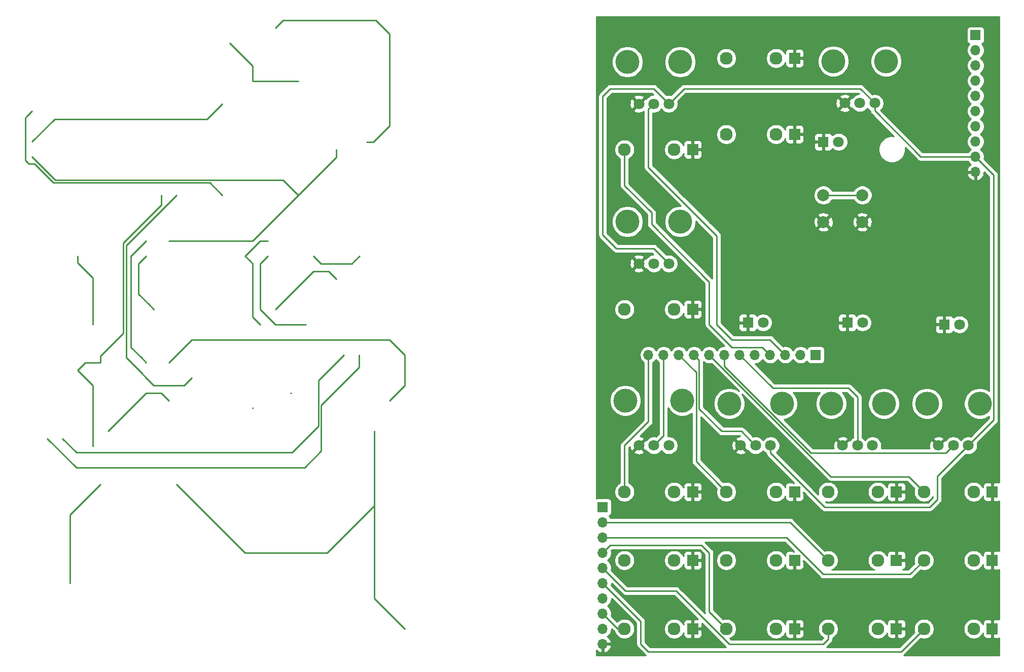
<source format=gbr>
G04 #@! TF.GenerationSoftware,KiCad,Pcbnew,(5.1.6)-1*
G04 #@! TF.CreationDate,2021-06-26T23:55:21+02:00*
G04 #@! TF.ProjectId,GridsNanoV3,47726964-734e-4616-9e6f-56332e6b6963,rev?*
G04 #@! TF.SameCoordinates,Original*
G04 #@! TF.FileFunction,Copper,L1,Top*
G04 #@! TF.FilePolarity,Positive*
%FSLAX46Y46*%
G04 Gerber Fmt 4.6, Leading zero omitted, Abs format (unit mm)*
G04 Created by KiCad (PCBNEW (5.1.6)-1) date 2021-06-26 23:55:21*
%MOMM*%
%LPD*%
G01*
G04 APERTURE LIST*
G04 #@! TA.AperFunction,ComponentPad*
%ADD10C,1.800000*%
G04 #@! TD*
G04 #@! TA.AperFunction,ComponentPad*
%ADD11R,1.800000X1.800000*%
G04 #@! TD*
G04 #@! TA.AperFunction,ComponentPad*
%ADD12C,2.130000*%
G04 #@! TD*
G04 #@! TA.AperFunction,ComponentPad*
%ADD13R,1.830000X1.930000*%
G04 #@! TD*
G04 #@! TA.AperFunction,ComponentPad*
%ADD14O,1.700000X1.700000*%
G04 #@! TD*
G04 #@! TA.AperFunction,ComponentPad*
%ADD15R,1.700000X1.700000*%
G04 #@! TD*
G04 #@! TA.AperFunction,ComponentPad*
%ADD16C,2.000000*%
G04 #@! TD*
G04 #@! TA.AperFunction,WasherPad*
%ADD17C,4.000000*%
G04 #@! TD*
G04 #@! TA.AperFunction,Conductor*
%ADD18C,0.250000*%
G04 #@! TD*
G04 #@! TA.AperFunction,Conductor*
%ADD19C,0.254000*%
G04 #@! TD*
G04 APERTURE END LIST*
D10*
X238760000Y-39370000D03*
D11*
X236220000Y-39370000D03*
D12*
X203010000Y-97790000D03*
D13*
X214410000Y-97790000D03*
D12*
X211310000Y-97790000D03*
X220010000Y-25400000D03*
D13*
X231410000Y-25400000D03*
D12*
X228310000Y-25400000D03*
D10*
X242750000Y-69540000D03*
D11*
X240210000Y-69540000D03*
D12*
X253010000Y-97790000D03*
D13*
X264410000Y-97790000D03*
D12*
X261310000Y-97790000D03*
D10*
X226150000Y-69540000D03*
D11*
X223610000Y-69540000D03*
D12*
X203010000Y-109220000D03*
D13*
X214410000Y-109220000D03*
D12*
X211310000Y-109220000D03*
X237010000Y-120650000D03*
D13*
X248410000Y-120650000D03*
D12*
X245310000Y-120650000D03*
D14*
X261620000Y-44400000D03*
X261620000Y-41860000D03*
X261620000Y-39320000D03*
X261620000Y-36780000D03*
X261620000Y-34240000D03*
X261620000Y-31700000D03*
X261620000Y-29160000D03*
X261620000Y-26620000D03*
X261620000Y-24080000D03*
D15*
X261620000Y-21540000D03*
D12*
X203010000Y-67310000D03*
D13*
X214410000Y-67310000D03*
D12*
X211310000Y-67310000D03*
D14*
X199390000Y-123190000D03*
X199390000Y-120650000D03*
X199390000Y-118110000D03*
X199390000Y-115570000D03*
X199390000Y-113030000D03*
X199390000Y-110490000D03*
X199390000Y-107950000D03*
X199390000Y-105410000D03*
X199390000Y-102870000D03*
D15*
X199390000Y-100330000D03*
D16*
X242720000Y-48260000D03*
X242720000Y-52760000D03*
X236220000Y-48260000D03*
X236220000Y-52760000D03*
D14*
X207010000Y-74930000D03*
X209550000Y-74930000D03*
X212090000Y-74930000D03*
X214630000Y-74930000D03*
X217170000Y-74930000D03*
X219710000Y-74930000D03*
X222250000Y-74930000D03*
X224790000Y-74930000D03*
X227330000Y-74930000D03*
X229870000Y-74930000D03*
X232410000Y-74930000D03*
D15*
X234950000Y-74930000D03*
D12*
X220010000Y-109220000D03*
D13*
X231410000Y-109220000D03*
D12*
X228310000Y-109220000D03*
X220010000Y-38100000D03*
D13*
X231410000Y-38100000D03*
D12*
X228310000Y-38100000D03*
X253010000Y-109220000D03*
D13*
X264410000Y-109220000D03*
D12*
X261310000Y-109220000D03*
X220010000Y-97790000D03*
D13*
X231410000Y-97790000D03*
D12*
X228310000Y-97790000D03*
X253010000Y-120650000D03*
D13*
X264410000Y-120650000D03*
D12*
X261310000Y-120650000D03*
X237010000Y-109220000D03*
D13*
X248410000Y-109220000D03*
D12*
X245310000Y-109220000D03*
D10*
X258950000Y-69850000D03*
D11*
X256410000Y-69850000D03*
D12*
X220010000Y-120650000D03*
D13*
X231410000Y-120650000D03*
D12*
X228310000Y-120650000D03*
X237010000Y-97790000D03*
D13*
X248410000Y-97790000D03*
D12*
X245310000Y-97790000D03*
X203010000Y-40640000D03*
D13*
X214410000Y-40640000D03*
D12*
X211310000Y-40640000D03*
X203010000Y-120650000D03*
D13*
X214410000Y-120650000D03*
D12*
X211310000Y-120650000D03*
D17*
X246690000Y-25900000D03*
X237890000Y-25900000D03*
D10*
X244790000Y-32900000D03*
X242290000Y-32900000D03*
X239790000Y-32900000D03*
D17*
X229310000Y-83050000D03*
X220510000Y-83050000D03*
D10*
X227410000Y-90050000D03*
X224910000Y-90050000D03*
X222410000Y-90050000D03*
D17*
X246310000Y-83050000D03*
X237510000Y-83050000D03*
D10*
X244410000Y-90050000D03*
X241910000Y-90050000D03*
X239410000Y-90050000D03*
D17*
X262310000Y-83050000D03*
X253510000Y-83050000D03*
D10*
X260410000Y-90050000D03*
X257910000Y-90050000D03*
X255410000Y-90050000D03*
D17*
X212660000Y-82550000D03*
X203160000Y-82550000D03*
D10*
X210410000Y-90050000D03*
X207910000Y-90050000D03*
X205410000Y-90050000D03*
D17*
X212310000Y-26020000D03*
X203510000Y-26020000D03*
D10*
X210410000Y-33020000D03*
X207910000Y-33020000D03*
X205410000Y-33020000D03*
D17*
X212310000Y-52690000D03*
X203510000Y-52690000D03*
D10*
X210410000Y-59690000D03*
X207910000Y-59690000D03*
X205410000Y-59690000D03*
D18*
X147360000Y-81320000D02*
X147320000Y-81280000D01*
X140930000Y-83820000D02*
X140970000Y-83780000D01*
X251080000Y-44400000D02*
X242720000Y-52760000D01*
X261620000Y-44400000D02*
X251080000Y-44400000D01*
X135890000Y-48260000D02*
X133800009Y-46170009D01*
X103575999Y-43035001D02*
X102964999Y-42424001D01*
X103290001Y-35089999D02*
X104140000Y-34240000D01*
X102964999Y-35415001D02*
X103290001Y-35089999D01*
X104514003Y-43035001D02*
X103575999Y-43035001D01*
X107649011Y-46170009D02*
X104514003Y-43035001D01*
X102964999Y-42424001D02*
X102964999Y-35415001D01*
X133800009Y-46170009D02*
X107649011Y-46170009D01*
X157990001Y-59219999D02*
X158790000Y-58420000D01*
X157520000Y-59690000D02*
X157990001Y-59219999D01*
X152400000Y-59690000D02*
X157520000Y-59690000D01*
X151130000Y-58420000D02*
X152400000Y-59690000D01*
X140970000Y-59690000D02*
X140499999Y-59219999D01*
X142240000Y-55880000D02*
X139700000Y-58420000D01*
X140970000Y-68580000D02*
X140970000Y-59690000D01*
X142240000Y-69850000D02*
X140970000Y-68580000D01*
X140499999Y-59219999D02*
X139700000Y-58420000D01*
X143510000Y-55880000D02*
X142240000Y-55880000D01*
X129540000Y-80010000D02*
X130010001Y-79539999D01*
X130010001Y-79539999D02*
X130810000Y-78740000D01*
X124460000Y-80010000D02*
X129540000Y-80010000D01*
X119830010Y-75380010D02*
X122390001Y-77940001D01*
X119830010Y-56699990D02*
X119830010Y-75380010D01*
X123190000Y-78740000D02*
X124460000Y-80010000D01*
X128270000Y-48260000D02*
X119830010Y-56699990D01*
X122390001Y-77940001D02*
X123190000Y-78740000D01*
X104140000Y-39320000D02*
X107900000Y-35560000D01*
X107900000Y-35560000D02*
X133350000Y-35560000D01*
X133350000Y-35560000D02*
X135090001Y-33819999D01*
X135090001Y-33819999D02*
X135890000Y-33020000D01*
X242720000Y-48260000D02*
X236220000Y-48260000D01*
X115570000Y-76200000D02*
X113030000Y-76200000D01*
X125730000Y-48260000D02*
X125730000Y-49925002D01*
X125730000Y-49925002D02*
X119380000Y-56275002D01*
X115570000Y-75150000D02*
X115570000Y-76200000D01*
X113030000Y-76200000D02*
X111760000Y-77470000D01*
X119380000Y-56275002D02*
X119380000Y-71340000D01*
X119380000Y-71340000D02*
X115570000Y-75150000D01*
X111760000Y-77470000D02*
X114300000Y-80010000D01*
X114300000Y-80010000D02*
X114300000Y-90170000D01*
X123190000Y-58420000D02*
X121920000Y-59690000D01*
X121920000Y-59690000D02*
X121920000Y-64770000D01*
X121920000Y-64770000D02*
X123760001Y-66610001D01*
X123760001Y-66610001D02*
X124460000Y-67310000D01*
X111760000Y-59551370D02*
X114300000Y-62091370D01*
X111760000Y-58420000D02*
X111760000Y-59551370D01*
X114300000Y-68860051D02*
X114300000Y-69850000D01*
X114300000Y-62091370D02*
X114300000Y-68860051D01*
X125730000Y-81280000D02*
X127000000Y-82550000D01*
X123190000Y-81280000D02*
X116840000Y-87630000D01*
X124460000Y-81280000D02*
X123190000Y-81280000D01*
X124460000Y-81280000D02*
X125730000Y-81280000D01*
X151130000Y-60960000D02*
X153670000Y-60960000D01*
X151130000Y-60960000D02*
X144780000Y-67310000D01*
X153670000Y-60960000D02*
X154940000Y-62230000D01*
X142240000Y-59690000D02*
X143510000Y-58420000D01*
X149860000Y-69850000D02*
X144780000Y-69850000D01*
X142240000Y-66040000D02*
X142240000Y-59690000D01*
X142240000Y-66287002D02*
X142240000Y-66040000D01*
X144780000Y-69850000D02*
X142240000Y-67310000D01*
X142240000Y-67310000D02*
X142240000Y-66040000D01*
X212090000Y-74930000D02*
X214985001Y-77825001D01*
X214985001Y-77825001D02*
X214985001Y-92735999D01*
X218945001Y-96725001D02*
X218945001Y-96695999D01*
X218945001Y-96695999D02*
X214985001Y-92735999D01*
X218945001Y-96725001D02*
X220010000Y-97790000D01*
X215479999Y-83907999D02*
X219252800Y-87680800D01*
X219252800Y-87680800D02*
X222540800Y-87680800D01*
X222540800Y-87680800D02*
X224010001Y-89150001D01*
X214630000Y-74930000D02*
X215479999Y-75779999D01*
X215479999Y-75779999D02*
X215479999Y-83907999D01*
X224010001Y-89150001D02*
X224910000Y-90050000D01*
X227764999Y-80444999D02*
X240414199Y-80444999D01*
X240414199Y-80444999D02*
X241910000Y-81940800D01*
X241910000Y-81940800D02*
X241910000Y-90050000D01*
X222250000Y-74930000D02*
X227764999Y-80444999D01*
X149650001Y-93735001D02*
X111515001Y-93735001D01*
X158750000Y-74930000D02*
X158750000Y-77015002D01*
X158750000Y-77015002D02*
X152400000Y-83365002D01*
X152400000Y-83365002D02*
X152400000Y-90985002D01*
X111515001Y-93735001D02*
X106680000Y-88900000D01*
X152400000Y-90985002D02*
X149650001Y-93735001D01*
X204957499Y-88117499D02*
X203010000Y-90064998D01*
X207010000Y-74930000D02*
X207010000Y-86064998D01*
X207010000Y-86064998D02*
X204957499Y-88117499D01*
X205055001Y-88019997D02*
X204957499Y-88117499D01*
X203010000Y-96283863D02*
X203010000Y-97790000D01*
X203010000Y-90064998D02*
X203010000Y-96283863D01*
X203010000Y-40640000D02*
X203010000Y-46647600D01*
X207543400Y-51181000D02*
X207543400Y-53111400D01*
X207543400Y-53111400D02*
X217170000Y-62738000D01*
X217170000Y-62738000D02*
X217170000Y-69850000D01*
X203010000Y-46647600D02*
X207543400Y-51181000D01*
X217170000Y-69850000D02*
X220980000Y-73660000D01*
X220980000Y-73660000D02*
X226060000Y-73660000D01*
X226060000Y-73660000D02*
X227330000Y-74930000D01*
X207010001Y-33919999D02*
X207910000Y-33020000D01*
X207010000Y-43611398D02*
X207010001Y-33919999D01*
X218440000Y-69850000D02*
X218440000Y-55041398D01*
X220980000Y-72390000D02*
X218440000Y-69850000D01*
X218440000Y-55041398D02*
X207010000Y-43611398D01*
X227330000Y-72390000D02*
X220980000Y-72390000D01*
X229870000Y-74930000D02*
X227330000Y-72390000D01*
X147514999Y-91245001D02*
X151949990Y-86810010D01*
X151949990Y-79190010D02*
X155360001Y-75779999D01*
X109220000Y-88900000D02*
X111565001Y-91245001D01*
X155360001Y-75779999D02*
X156210000Y-74930000D01*
X111565001Y-91245001D02*
X147514999Y-91245001D01*
X151949990Y-86810010D02*
X151949990Y-79190010D01*
X209550000Y-74930000D02*
X209550000Y-88410000D01*
X209550000Y-88410000D02*
X207910000Y-90050000D01*
X235191199Y-91275001D02*
X256684999Y-91275001D01*
X234852920Y-91275001D02*
X235191199Y-91275001D01*
X219710000Y-76833590D02*
X234151411Y-91275001D01*
X219710000Y-74930000D02*
X219710000Y-76833590D01*
X234151411Y-91275001D02*
X235191199Y-91275001D01*
X257010001Y-90949999D02*
X257910000Y-90050000D01*
X256684999Y-91275001D02*
X257010001Y-90949999D01*
X217170000Y-74930000D02*
X237490000Y-95250000D01*
X251945001Y-96725001D02*
X253010000Y-97790000D01*
X250470000Y-95250000D02*
X251945001Y-96725001D01*
X237490000Y-95250000D02*
X250470000Y-95250000D01*
X140970000Y-29210000D02*
X140970000Y-26670000D01*
X140970000Y-26670000D02*
X137160000Y-22860000D01*
X148590000Y-29210000D02*
X140970000Y-29210000D01*
X115570000Y-96520000D02*
X110490000Y-101600000D01*
X110490000Y-101600000D02*
X110490000Y-113030000D01*
X230660000Y-102870000D02*
X237010000Y-109220000D01*
X199390000Y-102870000D02*
X230660000Y-102870000D01*
X230065002Y-105410000D02*
X236220000Y-111564998D01*
X250665002Y-111564998D02*
X253010000Y-109220000D01*
X253010000Y-109220000D02*
X251460000Y-110770000D01*
X199390000Y-105410000D02*
X230065002Y-105410000D01*
X236220000Y-111564998D02*
X250665002Y-111564998D01*
X200660000Y-106680000D02*
X215900000Y-106680000D01*
X217170000Y-107950000D02*
X217170000Y-117810000D01*
X199390000Y-107950000D02*
X200660000Y-106680000D01*
X215900000Y-106680000D02*
X217170000Y-107950000D01*
X217170000Y-117810000D02*
X220010000Y-120650000D01*
X211602798Y-114300000D02*
X220492798Y-123190000D01*
X203200000Y-114300000D02*
X211602798Y-114300000D01*
X237010000Y-122400000D02*
X237010000Y-120650000D01*
X236220000Y-123190000D02*
X237010000Y-122400000D01*
X220492798Y-123190000D02*
X236220000Y-123190000D01*
X199390000Y-110490000D02*
X203200000Y-114300000D01*
X205740000Y-119380000D02*
X205740000Y-123190000D01*
X205740000Y-123190000D02*
X207010000Y-124460000D01*
X199390000Y-113030000D02*
X205740000Y-119380000D01*
X249200000Y-124460000D02*
X253010000Y-120650000D01*
X207010000Y-124460000D02*
X249200000Y-124460000D01*
X199390000Y-118110000D02*
X201930000Y-120650000D01*
X201930000Y-120650000D02*
X203010000Y-120650000D01*
X161290000Y-113030000D02*
X161290000Y-87630000D01*
X127000000Y-55920000D02*
X140930000Y-55920000D01*
X154940000Y-41910000D02*
X148590000Y-48260000D01*
X120650000Y-58420000D02*
X120650000Y-73660000D01*
X166370000Y-120650000D02*
X161290000Y-115570000D01*
X140930000Y-55920000D02*
X147790001Y-49059999D01*
X163830000Y-72390000D02*
X166370000Y-74930000D01*
X146050000Y-45720000D02*
X148590000Y-48260000D01*
X161537002Y-19050000D02*
X163830000Y-21342998D01*
X127000000Y-76200000D02*
X130810000Y-72390000D01*
X161290000Y-100075002D02*
X153415002Y-107950000D01*
X146050000Y-19050000D02*
X161537002Y-19050000D01*
X166370000Y-74930000D02*
X166370000Y-80010000D01*
X104140000Y-41860000D02*
X108000000Y-45720000D01*
X163830000Y-21342998D02*
X163830000Y-36660000D01*
X166370000Y-80010000D02*
X163830000Y-82550000D01*
X153415002Y-107950000D02*
X139700000Y-107950000D01*
X144780000Y-20320000D02*
X146050000Y-19050000D01*
X130810000Y-72390000D02*
X163830000Y-72390000D01*
X122390001Y-75400001D02*
X123190000Y-76200000D01*
X139700000Y-107950000D02*
X128270000Y-96520000D01*
X161120000Y-39370000D02*
X160020000Y-39370000D01*
X154940000Y-40640000D02*
X154940000Y-41910000D01*
X123190000Y-55880000D02*
X120650000Y-58420000D01*
X147790001Y-49059999D02*
X148590000Y-48260000D01*
X161290000Y-115570000D02*
X161290000Y-113030000D01*
X163830000Y-36660000D02*
X161120000Y-39370000D01*
X161290000Y-87630000D02*
X161290000Y-100075002D01*
X120650000Y-73660000D02*
X122390001Y-75400001D01*
X108000000Y-45720000D02*
X146050000Y-45720000D01*
X201625200Y-57150000D02*
X207870000Y-57150000D01*
X207870000Y-30480000D02*
X200660000Y-30480000D01*
X210410000Y-33020000D02*
X207870000Y-30480000D01*
X207870000Y-57150000D02*
X210410000Y-59690000D01*
X199390000Y-31750000D02*
X199390000Y-54914800D01*
X199390000Y-54914800D02*
X201625200Y-57150000D01*
X200660000Y-30480000D02*
X199390000Y-31750000D01*
X252477208Y-41860000D02*
X260417919Y-41860000D01*
X212950000Y-30480000D02*
X242370000Y-30480000D01*
X244790000Y-32900000D02*
X244790000Y-34172792D01*
X260410000Y-90050000D02*
X264655001Y-85804999D01*
X236415002Y-100330000D02*
X254000000Y-100330000D01*
X227410000Y-90050000D02*
X227410000Y-91324998D01*
X254000000Y-100330000D02*
X255270000Y-99060000D01*
X255270000Y-99060000D02*
X255270000Y-95190000D01*
X255270000Y-95190000D02*
X260410000Y-90050000D01*
X260417919Y-41860000D02*
X261620000Y-41860000D01*
X242370000Y-30480000D02*
X244790000Y-32900000D01*
X244790000Y-34172792D02*
X252477208Y-41860000D01*
X264655001Y-85804999D02*
X264655001Y-44895001D01*
X262469999Y-42709999D02*
X261620000Y-41860000D01*
X264655001Y-44895001D02*
X262469999Y-42709999D01*
X210410000Y-33020000D02*
X212950000Y-30480000D01*
X227410000Y-91324998D02*
X236415002Y-100330000D01*
D19*
G36*
X204980000Y-119694802D02*
G01*
X204980001Y-123152668D01*
X204976324Y-123190000D01*
X204990998Y-123338985D01*
X205034454Y-123482246D01*
X205105026Y-123614276D01*
X205170536Y-123694099D01*
X205200000Y-123730001D01*
X205228998Y-123753799D01*
X206446201Y-124971003D01*
X206469999Y-125000001D01*
X206555293Y-125070000D01*
X198330000Y-125070000D01*
X198330000Y-124224150D01*
X198508645Y-124385178D01*
X198758748Y-124534157D01*
X199033109Y-124631481D01*
X199263000Y-124510814D01*
X199263000Y-123317000D01*
X199517000Y-123317000D01*
X199517000Y-124510814D01*
X199746891Y-124631481D01*
X200021252Y-124534157D01*
X200271355Y-124385178D01*
X200487588Y-124190269D01*
X200661641Y-123956920D01*
X200786825Y-123694099D01*
X200831476Y-123546890D01*
X200710155Y-123317000D01*
X199517000Y-123317000D01*
X199263000Y-123317000D01*
X199243000Y-123317000D01*
X199243000Y-123063000D01*
X199263000Y-123063000D01*
X199263000Y-123043000D01*
X199517000Y-123043000D01*
X199517000Y-123063000D01*
X200710155Y-123063000D01*
X200831476Y-122833110D01*
X200786825Y-122685901D01*
X200661641Y-122423080D01*
X200487588Y-122189731D01*
X200271355Y-121994822D01*
X200154466Y-121925195D01*
X200336632Y-121803475D01*
X200543475Y-121596632D01*
X200705990Y-121353411D01*
X200817932Y-121083158D01*
X200875000Y-120796260D01*
X200875000Y-120669803D01*
X201366205Y-121161008D01*
X201389999Y-121190001D01*
X201395468Y-121194489D01*
X201503479Y-121455252D01*
X201689523Y-121733687D01*
X201926313Y-121970477D01*
X202204748Y-122156521D01*
X202514128Y-122284670D01*
X202842565Y-122350000D01*
X203177435Y-122350000D01*
X203505872Y-122284670D01*
X203815252Y-122156521D01*
X204093687Y-121970477D01*
X204330477Y-121733687D01*
X204516521Y-121455252D01*
X204644670Y-121145872D01*
X204710000Y-120817435D01*
X204710000Y-120482565D01*
X204644670Y-120154128D01*
X204516521Y-119844748D01*
X204330477Y-119566313D01*
X204093687Y-119329523D01*
X203815252Y-119143479D01*
X203505872Y-119015330D01*
X203177435Y-118950000D01*
X202842565Y-118950000D01*
X202514128Y-119015330D01*
X202204748Y-119143479D01*
X201926313Y-119329523D01*
X201805319Y-119450517D01*
X200831210Y-118476408D01*
X200875000Y-118256260D01*
X200875000Y-117963740D01*
X200817932Y-117676842D01*
X200705990Y-117406589D01*
X200543475Y-117163368D01*
X200336632Y-116956525D01*
X200162240Y-116840000D01*
X200336632Y-116723475D01*
X200543475Y-116516632D01*
X200705990Y-116273411D01*
X200817932Y-116003158D01*
X200875000Y-115716260D01*
X200875000Y-115589801D01*
X204980000Y-119694802D01*
G37*
X204980000Y-119694802D02*
X204980001Y-123152668D01*
X204976324Y-123190000D01*
X204990998Y-123338985D01*
X205034454Y-123482246D01*
X205105026Y-123614276D01*
X205170536Y-123694099D01*
X205200000Y-123730001D01*
X205228998Y-123753799D01*
X206446201Y-124971003D01*
X206469999Y-125000001D01*
X206555293Y-125070000D01*
X198330000Y-125070000D01*
X198330000Y-124224150D01*
X198508645Y-124385178D01*
X198758748Y-124534157D01*
X199033109Y-124631481D01*
X199263000Y-124510814D01*
X199263000Y-123317000D01*
X199517000Y-123317000D01*
X199517000Y-124510814D01*
X199746891Y-124631481D01*
X200021252Y-124534157D01*
X200271355Y-124385178D01*
X200487588Y-124190269D01*
X200661641Y-123956920D01*
X200786825Y-123694099D01*
X200831476Y-123546890D01*
X200710155Y-123317000D01*
X199517000Y-123317000D01*
X199263000Y-123317000D01*
X199243000Y-123317000D01*
X199243000Y-123063000D01*
X199263000Y-123063000D01*
X199263000Y-123043000D01*
X199517000Y-123043000D01*
X199517000Y-123063000D01*
X200710155Y-123063000D01*
X200831476Y-122833110D01*
X200786825Y-122685901D01*
X200661641Y-122423080D01*
X200487588Y-122189731D01*
X200271355Y-121994822D01*
X200154466Y-121925195D01*
X200336632Y-121803475D01*
X200543475Y-121596632D01*
X200705990Y-121353411D01*
X200817932Y-121083158D01*
X200875000Y-120796260D01*
X200875000Y-120669803D01*
X201366205Y-121161008D01*
X201389999Y-121190001D01*
X201395468Y-121194489D01*
X201503479Y-121455252D01*
X201689523Y-121733687D01*
X201926313Y-121970477D01*
X202204748Y-122156521D01*
X202514128Y-122284670D01*
X202842565Y-122350000D01*
X203177435Y-122350000D01*
X203505872Y-122284670D01*
X203815252Y-122156521D01*
X204093687Y-121970477D01*
X204330477Y-121733687D01*
X204516521Y-121455252D01*
X204644670Y-121145872D01*
X204710000Y-120817435D01*
X204710000Y-120482565D01*
X204644670Y-120154128D01*
X204516521Y-119844748D01*
X204330477Y-119566313D01*
X204093687Y-119329523D01*
X203815252Y-119143479D01*
X203505872Y-119015330D01*
X203177435Y-118950000D01*
X202842565Y-118950000D01*
X202514128Y-119015330D01*
X202204748Y-119143479D01*
X201926313Y-119329523D01*
X201805319Y-119450517D01*
X200831210Y-118476408D01*
X200875000Y-118256260D01*
X200875000Y-117963740D01*
X200817932Y-117676842D01*
X200705990Y-117406589D01*
X200543475Y-117163368D01*
X200336632Y-116956525D01*
X200162240Y-116840000D01*
X200336632Y-116723475D01*
X200543475Y-116516632D01*
X200705990Y-116273411D01*
X200817932Y-116003158D01*
X200875000Y-115716260D01*
X200875000Y-115589801D01*
X204980000Y-119694802D01*
G36*
X265540000Y-96226646D02*
G01*
X265449482Y-96199188D01*
X265325000Y-96186928D01*
X264695750Y-96190000D01*
X264537000Y-96348750D01*
X264537000Y-97663000D01*
X264557000Y-97663000D01*
X264557000Y-97917000D01*
X264537000Y-97917000D01*
X264537000Y-99231250D01*
X264695750Y-99390000D01*
X265325000Y-99393072D01*
X265449482Y-99380812D01*
X265540000Y-99353354D01*
X265540000Y-107656646D01*
X265449482Y-107629188D01*
X265325000Y-107616928D01*
X264695750Y-107620000D01*
X264537000Y-107778750D01*
X264537000Y-109093000D01*
X264557000Y-109093000D01*
X264557000Y-109347000D01*
X264537000Y-109347000D01*
X264537000Y-110661250D01*
X264695750Y-110820000D01*
X265325000Y-110823072D01*
X265449482Y-110810812D01*
X265540000Y-110783354D01*
X265540000Y-119086646D01*
X265449482Y-119059188D01*
X265325000Y-119046928D01*
X264695750Y-119050000D01*
X264537000Y-119208750D01*
X264537000Y-120523000D01*
X264557000Y-120523000D01*
X264557000Y-120777000D01*
X264537000Y-120777000D01*
X264537000Y-122091250D01*
X264695750Y-122250000D01*
X265325000Y-122253072D01*
X265449482Y-122240812D01*
X265540000Y-122213354D01*
X265540000Y-125070000D01*
X249654707Y-125070000D01*
X249740001Y-125000001D01*
X249763804Y-124970997D01*
X252468876Y-122265926D01*
X252514128Y-122284670D01*
X252842565Y-122350000D01*
X253177435Y-122350000D01*
X253505872Y-122284670D01*
X253815252Y-122156521D01*
X254093687Y-121970477D01*
X254330477Y-121733687D01*
X254516521Y-121455252D01*
X254644670Y-121145872D01*
X254710000Y-120817435D01*
X254710000Y-120482565D01*
X259610000Y-120482565D01*
X259610000Y-120817435D01*
X259675330Y-121145872D01*
X259803479Y-121455252D01*
X259989523Y-121733687D01*
X260226313Y-121970477D01*
X260504748Y-122156521D01*
X260814128Y-122284670D01*
X261142565Y-122350000D01*
X261477435Y-122350000D01*
X261805872Y-122284670D01*
X262115252Y-122156521D01*
X262393687Y-121970477D01*
X262630477Y-121733687D01*
X262816521Y-121455252D01*
X262858105Y-121354860D01*
X262856928Y-121615000D01*
X262869188Y-121739482D01*
X262905498Y-121859180D01*
X262964463Y-121969494D01*
X263043815Y-122066185D01*
X263140506Y-122145537D01*
X263250820Y-122204502D01*
X263370518Y-122240812D01*
X263495000Y-122253072D01*
X264124250Y-122250000D01*
X264283000Y-122091250D01*
X264283000Y-120777000D01*
X264263000Y-120777000D01*
X264263000Y-120523000D01*
X264283000Y-120523000D01*
X264283000Y-119208750D01*
X264124250Y-119050000D01*
X263495000Y-119046928D01*
X263370518Y-119059188D01*
X263250820Y-119095498D01*
X263140506Y-119154463D01*
X263043815Y-119233815D01*
X262964463Y-119330506D01*
X262905498Y-119440820D01*
X262869188Y-119560518D01*
X262856928Y-119685000D01*
X262858105Y-119945140D01*
X262816521Y-119844748D01*
X262630477Y-119566313D01*
X262393687Y-119329523D01*
X262115252Y-119143479D01*
X261805872Y-119015330D01*
X261477435Y-118950000D01*
X261142565Y-118950000D01*
X260814128Y-119015330D01*
X260504748Y-119143479D01*
X260226313Y-119329523D01*
X259989523Y-119566313D01*
X259803479Y-119844748D01*
X259675330Y-120154128D01*
X259610000Y-120482565D01*
X254710000Y-120482565D01*
X254644670Y-120154128D01*
X254516521Y-119844748D01*
X254330477Y-119566313D01*
X254093687Y-119329523D01*
X253815252Y-119143479D01*
X253505872Y-119015330D01*
X253177435Y-118950000D01*
X252842565Y-118950000D01*
X252514128Y-119015330D01*
X252204748Y-119143479D01*
X251926313Y-119329523D01*
X251689523Y-119566313D01*
X251503479Y-119844748D01*
X251375330Y-120154128D01*
X251310000Y-120482565D01*
X251310000Y-120817435D01*
X251375330Y-121145872D01*
X251394074Y-121191124D01*
X248885199Y-123700000D01*
X236784801Y-123700000D01*
X237521004Y-122963798D01*
X237550001Y-122940001D01*
X237644974Y-122824276D01*
X237715546Y-122692247D01*
X237759003Y-122548986D01*
X237770000Y-122437333D01*
X237770000Y-122437325D01*
X237773676Y-122400000D01*
X237770000Y-122362675D01*
X237770000Y-122175265D01*
X237815252Y-122156521D01*
X238093687Y-121970477D01*
X238330477Y-121733687D01*
X238516521Y-121455252D01*
X238644670Y-121145872D01*
X238710000Y-120817435D01*
X238710000Y-120482565D01*
X243610000Y-120482565D01*
X243610000Y-120817435D01*
X243675330Y-121145872D01*
X243803479Y-121455252D01*
X243989523Y-121733687D01*
X244226313Y-121970477D01*
X244504748Y-122156521D01*
X244814128Y-122284670D01*
X245142565Y-122350000D01*
X245477435Y-122350000D01*
X245805872Y-122284670D01*
X246115252Y-122156521D01*
X246393687Y-121970477D01*
X246630477Y-121733687D01*
X246816521Y-121455252D01*
X246858105Y-121354860D01*
X246856928Y-121615000D01*
X246869188Y-121739482D01*
X246905498Y-121859180D01*
X246964463Y-121969494D01*
X247043815Y-122066185D01*
X247140506Y-122145537D01*
X247250820Y-122204502D01*
X247370518Y-122240812D01*
X247495000Y-122253072D01*
X248124250Y-122250000D01*
X248283000Y-122091250D01*
X248283000Y-120777000D01*
X248537000Y-120777000D01*
X248537000Y-122091250D01*
X248695750Y-122250000D01*
X249325000Y-122253072D01*
X249449482Y-122240812D01*
X249569180Y-122204502D01*
X249679494Y-122145537D01*
X249776185Y-122066185D01*
X249855537Y-121969494D01*
X249914502Y-121859180D01*
X249950812Y-121739482D01*
X249963072Y-121615000D01*
X249960000Y-120935750D01*
X249801250Y-120777000D01*
X248537000Y-120777000D01*
X248283000Y-120777000D01*
X248263000Y-120777000D01*
X248263000Y-120523000D01*
X248283000Y-120523000D01*
X248283000Y-119208750D01*
X248537000Y-119208750D01*
X248537000Y-120523000D01*
X249801250Y-120523000D01*
X249960000Y-120364250D01*
X249963072Y-119685000D01*
X249950812Y-119560518D01*
X249914502Y-119440820D01*
X249855537Y-119330506D01*
X249776185Y-119233815D01*
X249679494Y-119154463D01*
X249569180Y-119095498D01*
X249449482Y-119059188D01*
X249325000Y-119046928D01*
X248695750Y-119050000D01*
X248537000Y-119208750D01*
X248283000Y-119208750D01*
X248124250Y-119050000D01*
X247495000Y-119046928D01*
X247370518Y-119059188D01*
X247250820Y-119095498D01*
X247140506Y-119154463D01*
X247043815Y-119233815D01*
X246964463Y-119330506D01*
X246905498Y-119440820D01*
X246869188Y-119560518D01*
X246856928Y-119685000D01*
X246858105Y-119945140D01*
X246816521Y-119844748D01*
X246630477Y-119566313D01*
X246393687Y-119329523D01*
X246115252Y-119143479D01*
X245805872Y-119015330D01*
X245477435Y-118950000D01*
X245142565Y-118950000D01*
X244814128Y-119015330D01*
X244504748Y-119143479D01*
X244226313Y-119329523D01*
X243989523Y-119566313D01*
X243803479Y-119844748D01*
X243675330Y-120154128D01*
X243610000Y-120482565D01*
X238710000Y-120482565D01*
X238644670Y-120154128D01*
X238516521Y-119844748D01*
X238330477Y-119566313D01*
X238093687Y-119329523D01*
X237815252Y-119143479D01*
X237505872Y-119015330D01*
X237177435Y-118950000D01*
X236842565Y-118950000D01*
X236514128Y-119015330D01*
X236204748Y-119143479D01*
X235926313Y-119329523D01*
X235689523Y-119566313D01*
X235503479Y-119844748D01*
X235375330Y-120154128D01*
X235310000Y-120482565D01*
X235310000Y-120817435D01*
X235375330Y-121145872D01*
X235503479Y-121455252D01*
X235689523Y-121733687D01*
X235926313Y-121970477D01*
X236189120Y-122146079D01*
X235905199Y-122430000D01*
X220807600Y-122430000D01*
X220616462Y-122238862D01*
X220815252Y-122156521D01*
X221093687Y-121970477D01*
X221330477Y-121733687D01*
X221516521Y-121455252D01*
X221644670Y-121145872D01*
X221710000Y-120817435D01*
X221710000Y-120482565D01*
X226610000Y-120482565D01*
X226610000Y-120817435D01*
X226675330Y-121145872D01*
X226803479Y-121455252D01*
X226989523Y-121733687D01*
X227226313Y-121970477D01*
X227504748Y-122156521D01*
X227814128Y-122284670D01*
X228142565Y-122350000D01*
X228477435Y-122350000D01*
X228805872Y-122284670D01*
X229115252Y-122156521D01*
X229393687Y-121970477D01*
X229630477Y-121733687D01*
X229816521Y-121455252D01*
X229858105Y-121354860D01*
X229856928Y-121615000D01*
X229869188Y-121739482D01*
X229905498Y-121859180D01*
X229964463Y-121969494D01*
X230043815Y-122066185D01*
X230140506Y-122145537D01*
X230250820Y-122204502D01*
X230370518Y-122240812D01*
X230495000Y-122253072D01*
X231124250Y-122250000D01*
X231283000Y-122091250D01*
X231283000Y-120777000D01*
X231537000Y-120777000D01*
X231537000Y-122091250D01*
X231695750Y-122250000D01*
X232325000Y-122253072D01*
X232449482Y-122240812D01*
X232569180Y-122204502D01*
X232679494Y-122145537D01*
X232776185Y-122066185D01*
X232855537Y-121969494D01*
X232914502Y-121859180D01*
X232950812Y-121739482D01*
X232963072Y-121615000D01*
X232960000Y-120935750D01*
X232801250Y-120777000D01*
X231537000Y-120777000D01*
X231283000Y-120777000D01*
X231263000Y-120777000D01*
X231263000Y-120523000D01*
X231283000Y-120523000D01*
X231283000Y-119208750D01*
X231537000Y-119208750D01*
X231537000Y-120523000D01*
X232801250Y-120523000D01*
X232960000Y-120364250D01*
X232963072Y-119685000D01*
X232950812Y-119560518D01*
X232914502Y-119440820D01*
X232855537Y-119330506D01*
X232776185Y-119233815D01*
X232679494Y-119154463D01*
X232569180Y-119095498D01*
X232449482Y-119059188D01*
X232325000Y-119046928D01*
X231695750Y-119050000D01*
X231537000Y-119208750D01*
X231283000Y-119208750D01*
X231124250Y-119050000D01*
X230495000Y-119046928D01*
X230370518Y-119059188D01*
X230250820Y-119095498D01*
X230140506Y-119154463D01*
X230043815Y-119233815D01*
X229964463Y-119330506D01*
X229905498Y-119440820D01*
X229869188Y-119560518D01*
X229856928Y-119685000D01*
X229858105Y-119945140D01*
X229816521Y-119844748D01*
X229630477Y-119566313D01*
X229393687Y-119329523D01*
X229115252Y-119143479D01*
X228805872Y-119015330D01*
X228477435Y-118950000D01*
X228142565Y-118950000D01*
X227814128Y-119015330D01*
X227504748Y-119143479D01*
X227226313Y-119329523D01*
X226989523Y-119566313D01*
X226803479Y-119844748D01*
X226675330Y-120154128D01*
X226610000Y-120482565D01*
X221710000Y-120482565D01*
X221644670Y-120154128D01*
X221516521Y-119844748D01*
X221330477Y-119566313D01*
X221093687Y-119329523D01*
X220815252Y-119143479D01*
X220505872Y-119015330D01*
X220177435Y-118950000D01*
X219842565Y-118950000D01*
X219514128Y-119015330D01*
X219468876Y-119034074D01*
X217930000Y-117495199D01*
X217930000Y-109052565D01*
X218310000Y-109052565D01*
X218310000Y-109387435D01*
X218375330Y-109715872D01*
X218503479Y-110025252D01*
X218689523Y-110303687D01*
X218926313Y-110540477D01*
X219204748Y-110726521D01*
X219514128Y-110854670D01*
X219842565Y-110920000D01*
X220177435Y-110920000D01*
X220505872Y-110854670D01*
X220815252Y-110726521D01*
X221093687Y-110540477D01*
X221330477Y-110303687D01*
X221516521Y-110025252D01*
X221644670Y-109715872D01*
X221710000Y-109387435D01*
X221710000Y-109052565D01*
X221644670Y-108724128D01*
X221516521Y-108414748D01*
X221330477Y-108136313D01*
X221093687Y-107899523D01*
X220815252Y-107713479D01*
X220505872Y-107585330D01*
X220177435Y-107520000D01*
X219842565Y-107520000D01*
X219514128Y-107585330D01*
X219204748Y-107713479D01*
X218926313Y-107899523D01*
X218689523Y-108136313D01*
X218503479Y-108414748D01*
X218375330Y-108724128D01*
X218310000Y-109052565D01*
X217930000Y-109052565D01*
X217930000Y-107987322D01*
X217933676Y-107949999D01*
X217930000Y-107912676D01*
X217930000Y-107912667D01*
X217919003Y-107801014D01*
X217875546Y-107657753D01*
X217804974Y-107525724D01*
X217710001Y-107409999D01*
X217681004Y-107386202D01*
X216464801Y-106170000D01*
X229750201Y-106170000D01*
X231282998Y-107702797D01*
X231282998Y-107778748D01*
X231124250Y-107620000D01*
X230495000Y-107616928D01*
X230370518Y-107629188D01*
X230250820Y-107665498D01*
X230140506Y-107724463D01*
X230043815Y-107803815D01*
X229964463Y-107900506D01*
X229905498Y-108010820D01*
X229869188Y-108130518D01*
X229856928Y-108255000D01*
X229858105Y-108515140D01*
X229816521Y-108414748D01*
X229630477Y-108136313D01*
X229393687Y-107899523D01*
X229115252Y-107713479D01*
X228805872Y-107585330D01*
X228477435Y-107520000D01*
X228142565Y-107520000D01*
X227814128Y-107585330D01*
X227504748Y-107713479D01*
X227226313Y-107899523D01*
X226989523Y-108136313D01*
X226803479Y-108414748D01*
X226675330Y-108724128D01*
X226610000Y-109052565D01*
X226610000Y-109387435D01*
X226675330Y-109715872D01*
X226803479Y-110025252D01*
X226989523Y-110303687D01*
X227226313Y-110540477D01*
X227504748Y-110726521D01*
X227814128Y-110854670D01*
X228142565Y-110920000D01*
X228477435Y-110920000D01*
X228805872Y-110854670D01*
X229115252Y-110726521D01*
X229393687Y-110540477D01*
X229630477Y-110303687D01*
X229816521Y-110025252D01*
X229858105Y-109924860D01*
X229856928Y-110185000D01*
X229869188Y-110309482D01*
X229905498Y-110429180D01*
X229964463Y-110539494D01*
X230043815Y-110636185D01*
X230140506Y-110715537D01*
X230250820Y-110774502D01*
X230370518Y-110810812D01*
X230495000Y-110823072D01*
X231124250Y-110820000D01*
X231283000Y-110661250D01*
X231283000Y-109347000D01*
X231263000Y-109347000D01*
X231263000Y-109093000D01*
X231283000Y-109093000D01*
X231283000Y-109073000D01*
X231537000Y-109073000D01*
X231537000Y-109093000D01*
X231557000Y-109093000D01*
X231557000Y-109347000D01*
X231537000Y-109347000D01*
X231537000Y-110661250D01*
X231695750Y-110820000D01*
X232325000Y-110823072D01*
X232449482Y-110810812D01*
X232569180Y-110774502D01*
X232679494Y-110715537D01*
X232776185Y-110636185D01*
X232855537Y-110539494D01*
X232914502Y-110429180D01*
X232950812Y-110309482D01*
X232963072Y-110185000D01*
X232960000Y-109505750D01*
X232801252Y-109347002D01*
X232927202Y-109347002D01*
X235656201Y-112076001D01*
X235679999Y-112104999D01*
X235795724Y-112199972D01*
X235927753Y-112270544D01*
X236071014Y-112314001D01*
X236182667Y-112324998D01*
X236182675Y-112324998D01*
X236220000Y-112328674D01*
X236257325Y-112324998D01*
X250627680Y-112324998D01*
X250665002Y-112328674D01*
X250702324Y-112324998D01*
X250702335Y-112324998D01*
X250813988Y-112314001D01*
X250957249Y-112270544D01*
X251089278Y-112199972D01*
X251205003Y-112104999D01*
X251228806Y-112075995D01*
X252468876Y-110835926D01*
X252514128Y-110854670D01*
X252842565Y-110920000D01*
X253177435Y-110920000D01*
X253505872Y-110854670D01*
X253815252Y-110726521D01*
X254093687Y-110540477D01*
X254330477Y-110303687D01*
X254516521Y-110025252D01*
X254644670Y-109715872D01*
X254710000Y-109387435D01*
X254710000Y-109052565D01*
X259610000Y-109052565D01*
X259610000Y-109387435D01*
X259675330Y-109715872D01*
X259803479Y-110025252D01*
X259989523Y-110303687D01*
X260226313Y-110540477D01*
X260504748Y-110726521D01*
X260814128Y-110854670D01*
X261142565Y-110920000D01*
X261477435Y-110920000D01*
X261805872Y-110854670D01*
X262115252Y-110726521D01*
X262393687Y-110540477D01*
X262630477Y-110303687D01*
X262816521Y-110025252D01*
X262858105Y-109924860D01*
X262856928Y-110185000D01*
X262869188Y-110309482D01*
X262905498Y-110429180D01*
X262964463Y-110539494D01*
X263043815Y-110636185D01*
X263140506Y-110715537D01*
X263250820Y-110774502D01*
X263370518Y-110810812D01*
X263495000Y-110823072D01*
X264124250Y-110820000D01*
X264283000Y-110661250D01*
X264283000Y-109347000D01*
X264263000Y-109347000D01*
X264263000Y-109093000D01*
X264283000Y-109093000D01*
X264283000Y-107778750D01*
X264124250Y-107620000D01*
X263495000Y-107616928D01*
X263370518Y-107629188D01*
X263250820Y-107665498D01*
X263140506Y-107724463D01*
X263043815Y-107803815D01*
X262964463Y-107900506D01*
X262905498Y-108010820D01*
X262869188Y-108130518D01*
X262856928Y-108255000D01*
X262858105Y-108515140D01*
X262816521Y-108414748D01*
X262630477Y-108136313D01*
X262393687Y-107899523D01*
X262115252Y-107713479D01*
X261805872Y-107585330D01*
X261477435Y-107520000D01*
X261142565Y-107520000D01*
X260814128Y-107585330D01*
X260504748Y-107713479D01*
X260226313Y-107899523D01*
X259989523Y-108136313D01*
X259803479Y-108414748D01*
X259675330Y-108724128D01*
X259610000Y-109052565D01*
X254710000Y-109052565D01*
X254644670Y-108724128D01*
X254516521Y-108414748D01*
X254330477Y-108136313D01*
X254093687Y-107899523D01*
X253815252Y-107713479D01*
X253505872Y-107585330D01*
X253177435Y-107520000D01*
X252842565Y-107520000D01*
X252514128Y-107585330D01*
X252204748Y-107713479D01*
X251926313Y-107899523D01*
X251689523Y-108136313D01*
X251503479Y-108414748D01*
X251375330Y-108724128D01*
X251310000Y-109052565D01*
X251310000Y-109387435D01*
X251375330Y-109715872D01*
X251394074Y-109761124D01*
X250350201Y-110804998D01*
X249468648Y-110804998D01*
X249569180Y-110774502D01*
X249679494Y-110715537D01*
X249776185Y-110636185D01*
X249855537Y-110539494D01*
X249914502Y-110429180D01*
X249950812Y-110309482D01*
X249963072Y-110185000D01*
X249960000Y-109505750D01*
X249801250Y-109347000D01*
X248537000Y-109347000D01*
X248537000Y-109367000D01*
X248283000Y-109367000D01*
X248283000Y-109347000D01*
X248263000Y-109347000D01*
X248263000Y-109093000D01*
X248283000Y-109093000D01*
X248283000Y-107778750D01*
X248537000Y-107778750D01*
X248537000Y-109093000D01*
X249801250Y-109093000D01*
X249960000Y-108934250D01*
X249963072Y-108255000D01*
X249950812Y-108130518D01*
X249914502Y-108010820D01*
X249855537Y-107900506D01*
X249776185Y-107803815D01*
X249679494Y-107724463D01*
X249569180Y-107665498D01*
X249449482Y-107629188D01*
X249325000Y-107616928D01*
X248695750Y-107620000D01*
X248537000Y-107778750D01*
X248283000Y-107778750D01*
X248124250Y-107620000D01*
X247495000Y-107616928D01*
X247370518Y-107629188D01*
X247250820Y-107665498D01*
X247140506Y-107724463D01*
X247043815Y-107803815D01*
X246964463Y-107900506D01*
X246905498Y-108010820D01*
X246869188Y-108130518D01*
X246856928Y-108255000D01*
X246858105Y-108515140D01*
X246816521Y-108414748D01*
X246630477Y-108136313D01*
X246393687Y-107899523D01*
X246115252Y-107713479D01*
X245805872Y-107585330D01*
X245477435Y-107520000D01*
X245142565Y-107520000D01*
X244814128Y-107585330D01*
X244504748Y-107713479D01*
X244226313Y-107899523D01*
X243989523Y-108136313D01*
X243803479Y-108414748D01*
X243675330Y-108724128D01*
X243610000Y-109052565D01*
X243610000Y-109387435D01*
X243675330Y-109715872D01*
X243803479Y-110025252D01*
X243989523Y-110303687D01*
X244226313Y-110540477D01*
X244504748Y-110726521D01*
X244694209Y-110804998D01*
X237625791Y-110804998D01*
X237815252Y-110726521D01*
X238093687Y-110540477D01*
X238330477Y-110303687D01*
X238516521Y-110025252D01*
X238644670Y-109715872D01*
X238710000Y-109387435D01*
X238710000Y-109052565D01*
X238644670Y-108724128D01*
X238516521Y-108414748D01*
X238330477Y-108136313D01*
X238093687Y-107899523D01*
X237815252Y-107713479D01*
X237505872Y-107585330D01*
X237177435Y-107520000D01*
X236842565Y-107520000D01*
X236514128Y-107585330D01*
X236468876Y-107604074D01*
X231223804Y-102359003D01*
X231200001Y-102329999D01*
X231084276Y-102235026D01*
X230952247Y-102164454D01*
X230808986Y-102120997D01*
X230697333Y-102110000D01*
X230697322Y-102110000D01*
X230660000Y-102106324D01*
X230622678Y-102110000D01*
X200668178Y-102110000D01*
X200543475Y-101923368D01*
X200411620Y-101791513D01*
X200484180Y-101769502D01*
X200594494Y-101710537D01*
X200691185Y-101631185D01*
X200770537Y-101534494D01*
X200829502Y-101424180D01*
X200865812Y-101304482D01*
X200878072Y-101180000D01*
X200878072Y-99480000D01*
X200865812Y-99355518D01*
X200829502Y-99235820D01*
X200770537Y-99125506D01*
X200691185Y-99028815D01*
X200594494Y-98949463D01*
X200484180Y-98890498D01*
X200364482Y-98854188D01*
X200240000Y-98841928D01*
X198540000Y-98841928D01*
X198415518Y-98854188D01*
X198330000Y-98880130D01*
X198330000Y-82290475D01*
X200525000Y-82290475D01*
X200525000Y-82809525D01*
X200626261Y-83318601D01*
X200824893Y-83798141D01*
X201113262Y-84229715D01*
X201480285Y-84596738D01*
X201911859Y-84885107D01*
X202391399Y-85083739D01*
X202900475Y-85185000D01*
X203419525Y-85185000D01*
X203928601Y-85083739D01*
X204408141Y-84885107D01*
X204839715Y-84596738D01*
X205206738Y-84229715D01*
X205495107Y-83798141D01*
X205693739Y-83318601D01*
X205795000Y-82809525D01*
X205795000Y-82290475D01*
X205693739Y-81781399D01*
X205495107Y-81301859D01*
X205206738Y-80870285D01*
X204839715Y-80503262D01*
X204408141Y-80214893D01*
X203928601Y-80016261D01*
X203419525Y-79915000D01*
X202900475Y-79915000D01*
X202391399Y-80016261D01*
X201911859Y-80214893D01*
X201480285Y-80503262D01*
X201113262Y-80870285D01*
X200824893Y-81301859D01*
X200626261Y-81781399D01*
X200525000Y-82290475D01*
X198330000Y-82290475D01*
X198330000Y-67142565D01*
X201310000Y-67142565D01*
X201310000Y-67477435D01*
X201375330Y-67805872D01*
X201503479Y-68115252D01*
X201689523Y-68393687D01*
X201926313Y-68630477D01*
X202204748Y-68816521D01*
X202514128Y-68944670D01*
X202842565Y-69010000D01*
X203177435Y-69010000D01*
X203505872Y-68944670D01*
X203815252Y-68816521D01*
X204093687Y-68630477D01*
X204330477Y-68393687D01*
X204516521Y-68115252D01*
X204644670Y-67805872D01*
X204710000Y-67477435D01*
X204710000Y-67142565D01*
X209610000Y-67142565D01*
X209610000Y-67477435D01*
X209675330Y-67805872D01*
X209803479Y-68115252D01*
X209989523Y-68393687D01*
X210226313Y-68630477D01*
X210504748Y-68816521D01*
X210814128Y-68944670D01*
X211142565Y-69010000D01*
X211477435Y-69010000D01*
X211805872Y-68944670D01*
X212115252Y-68816521D01*
X212393687Y-68630477D01*
X212630477Y-68393687D01*
X212816521Y-68115252D01*
X212858105Y-68014860D01*
X212856928Y-68275000D01*
X212869188Y-68399482D01*
X212905498Y-68519180D01*
X212964463Y-68629494D01*
X213043815Y-68726185D01*
X213140506Y-68805537D01*
X213250820Y-68864502D01*
X213370518Y-68900812D01*
X213495000Y-68913072D01*
X214124250Y-68910000D01*
X214283000Y-68751250D01*
X214283000Y-67437000D01*
X214537000Y-67437000D01*
X214537000Y-68751250D01*
X214695750Y-68910000D01*
X215325000Y-68913072D01*
X215449482Y-68900812D01*
X215569180Y-68864502D01*
X215679494Y-68805537D01*
X215776185Y-68726185D01*
X215855537Y-68629494D01*
X215914502Y-68519180D01*
X215950812Y-68399482D01*
X215963072Y-68275000D01*
X215960000Y-67595750D01*
X215801250Y-67437000D01*
X214537000Y-67437000D01*
X214283000Y-67437000D01*
X214263000Y-67437000D01*
X214263000Y-67183000D01*
X214283000Y-67183000D01*
X214283000Y-65868750D01*
X214537000Y-65868750D01*
X214537000Y-67183000D01*
X215801250Y-67183000D01*
X215960000Y-67024250D01*
X215963072Y-66345000D01*
X215950812Y-66220518D01*
X215914502Y-66100820D01*
X215855537Y-65990506D01*
X215776185Y-65893815D01*
X215679494Y-65814463D01*
X215569180Y-65755498D01*
X215449482Y-65719188D01*
X215325000Y-65706928D01*
X214695750Y-65710000D01*
X214537000Y-65868750D01*
X214283000Y-65868750D01*
X214124250Y-65710000D01*
X213495000Y-65706928D01*
X213370518Y-65719188D01*
X213250820Y-65755498D01*
X213140506Y-65814463D01*
X213043815Y-65893815D01*
X212964463Y-65990506D01*
X212905498Y-66100820D01*
X212869188Y-66220518D01*
X212856928Y-66345000D01*
X212858105Y-66605140D01*
X212816521Y-66504748D01*
X212630477Y-66226313D01*
X212393687Y-65989523D01*
X212115252Y-65803479D01*
X211805872Y-65675330D01*
X211477435Y-65610000D01*
X211142565Y-65610000D01*
X210814128Y-65675330D01*
X210504748Y-65803479D01*
X210226313Y-65989523D01*
X209989523Y-66226313D01*
X209803479Y-66504748D01*
X209675330Y-66814128D01*
X209610000Y-67142565D01*
X204710000Y-67142565D01*
X204644670Y-66814128D01*
X204516521Y-66504748D01*
X204330477Y-66226313D01*
X204093687Y-65989523D01*
X203815252Y-65803479D01*
X203505872Y-65675330D01*
X203177435Y-65610000D01*
X202842565Y-65610000D01*
X202514128Y-65675330D01*
X202204748Y-65803479D01*
X201926313Y-65989523D01*
X201689523Y-66226313D01*
X201503479Y-66504748D01*
X201375330Y-66814128D01*
X201310000Y-67142565D01*
X198330000Y-67142565D01*
X198330000Y-60754080D01*
X204525525Y-60754080D01*
X204609208Y-61008261D01*
X204881775Y-61139158D01*
X205174642Y-61214365D01*
X205476553Y-61230991D01*
X205775907Y-61188397D01*
X206061199Y-61088222D01*
X206210792Y-61008261D01*
X206294475Y-60754080D01*
X205410000Y-59869605D01*
X204525525Y-60754080D01*
X198330000Y-60754080D01*
X198330000Y-59756553D01*
X203869009Y-59756553D01*
X203911603Y-60055907D01*
X204011778Y-60341199D01*
X204091739Y-60490792D01*
X204345920Y-60574475D01*
X205230395Y-59690000D01*
X204345920Y-58805525D01*
X204091739Y-58889208D01*
X203960842Y-59161775D01*
X203885635Y-59454642D01*
X203869009Y-59756553D01*
X198330000Y-59756553D01*
X198330000Y-58625920D01*
X204525525Y-58625920D01*
X205410000Y-59510395D01*
X206294475Y-58625920D01*
X206210792Y-58371739D01*
X205938225Y-58240842D01*
X205645358Y-58165635D01*
X205343447Y-58149009D01*
X205044093Y-58191603D01*
X204758801Y-58291778D01*
X204609208Y-58371739D01*
X204525525Y-58625920D01*
X198330000Y-58625920D01*
X198330000Y-31750000D01*
X198626324Y-31750000D01*
X198630000Y-31787322D01*
X198630001Y-54877467D01*
X198626324Y-54914800D01*
X198640998Y-55063785D01*
X198684454Y-55207046D01*
X198755026Y-55339076D01*
X198826201Y-55425802D01*
X198850000Y-55454801D01*
X198878998Y-55478599D01*
X201061400Y-57661002D01*
X201085199Y-57690001D01*
X201114197Y-57713799D01*
X201200923Y-57784974D01*
X201332953Y-57855546D01*
X201476214Y-57899003D01*
X201587867Y-57910000D01*
X201587876Y-57910000D01*
X201625199Y-57913676D01*
X201662522Y-57910000D01*
X207555199Y-57910000D01*
X207800199Y-58155000D01*
X207758816Y-58155000D01*
X207462257Y-58213989D01*
X207182905Y-58329701D01*
X206931495Y-58497688D01*
X206717688Y-58711495D01*
X206622262Y-58854310D01*
X206474080Y-58805525D01*
X205589605Y-59690000D01*
X206474080Y-60574475D01*
X206622262Y-60525690D01*
X206717688Y-60668505D01*
X206931495Y-60882312D01*
X207182905Y-61050299D01*
X207462257Y-61166011D01*
X207758816Y-61225000D01*
X208061184Y-61225000D01*
X208357743Y-61166011D01*
X208637095Y-61050299D01*
X208888505Y-60882312D01*
X209102312Y-60668505D01*
X209160000Y-60582169D01*
X209217688Y-60668505D01*
X209431495Y-60882312D01*
X209682905Y-61050299D01*
X209962257Y-61166011D01*
X210258816Y-61225000D01*
X210561184Y-61225000D01*
X210857743Y-61166011D01*
X211137095Y-61050299D01*
X211388505Y-60882312D01*
X211602312Y-60668505D01*
X211770299Y-60417095D01*
X211886011Y-60137743D01*
X211945000Y-59841184D01*
X211945000Y-59538816D01*
X211886011Y-59242257D01*
X211770299Y-58962905D01*
X211602312Y-58711495D01*
X211388505Y-58497688D01*
X211137095Y-58329701D01*
X210857743Y-58213989D01*
X210561184Y-58155000D01*
X210258816Y-58155000D01*
X210001071Y-58206268D01*
X208433804Y-56639003D01*
X208410001Y-56609999D01*
X208294276Y-56515026D01*
X208162247Y-56444454D01*
X208018986Y-56400997D01*
X207907333Y-56390000D01*
X207907322Y-56390000D01*
X207870000Y-56386324D01*
X207832678Y-56390000D01*
X201940002Y-56390000D01*
X200150000Y-54599999D01*
X200150000Y-52430475D01*
X200875000Y-52430475D01*
X200875000Y-52949525D01*
X200976261Y-53458601D01*
X201174893Y-53938141D01*
X201463262Y-54369715D01*
X201830285Y-54736738D01*
X202261859Y-55025107D01*
X202741399Y-55223739D01*
X203250475Y-55325000D01*
X203769525Y-55325000D01*
X204278601Y-55223739D01*
X204758141Y-55025107D01*
X205189715Y-54736738D01*
X205556738Y-54369715D01*
X205845107Y-53938141D01*
X206043739Y-53458601D01*
X206145000Y-52949525D01*
X206145000Y-52430475D01*
X206043739Y-51921399D01*
X205845107Y-51441859D01*
X205556738Y-51010285D01*
X205189715Y-50643262D01*
X204758141Y-50354893D01*
X204278601Y-50156261D01*
X203769525Y-50055000D01*
X203250475Y-50055000D01*
X202741399Y-50156261D01*
X202261859Y-50354893D01*
X201830285Y-50643262D01*
X201463262Y-51010285D01*
X201174893Y-51441859D01*
X200976261Y-51921399D01*
X200875000Y-52430475D01*
X200150000Y-52430475D01*
X200150000Y-33086553D01*
X203869009Y-33086553D01*
X203911603Y-33385907D01*
X204011778Y-33671199D01*
X204091739Y-33820792D01*
X204345920Y-33904475D01*
X205230395Y-33020000D01*
X204345920Y-32135525D01*
X204091739Y-32219208D01*
X203960842Y-32491775D01*
X203885635Y-32784642D01*
X203869009Y-33086553D01*
X200150000Y-33086553D01*
X200150000Y-32064801D01*
X200258881Y-31955920D01*
X204525525Y-31955920D01*
X205410000Y-32840395D01*
X206294475Y-31955920D01*
X206210792Y-31701739D01*
X205938225Y-31570842D01*
X205645358Y-31495635D01*
X205343447Y-31479009D01*
X205044093Y-31521603D01*
X204758801Y-31621778D01*
X204609208Y-31701739D01*
X204525525Y-31955920D01*
X200258881Y-31955920D01*
X200974802Y-31240000D01*
X207555199Y-31240000D01*
X207800199Y-31485000D01*
X207758816Y-31485000D01*
X207462257Y-31543989D01*
X207182905Y-31659701D01*
X206931495Y-31827688D01*
X206717688Y-32041495D01*
X206622262Y-32184310D01*
X206474080Y-32135525D01*
X205589605Y-33020000D01*
X205603748Y-33034143D01*
X205424143Y-33213748D01*
X205410000Y-33199605D01*
X204525525Y-34084080D01*
X204609208Y-34338261D01*
X204881775Y-34469158D01*
X205174642Y-34544365D01*
X205476553Y-34560991D01*
X205775907Y-34518397D01*
X206061199Y-34418222D01*
X206210792Y-34338261D01*
X206250002Y-34219164D01*
X206250000Y-43574075D01*
X206246324Y-43611398D01*
X206250000Y-43648720D01*
X206250000Y-43648730D01*
X206260997Y-43760383D01*
X206302105Y-43895901D01*
X206304454Y-43903644D01*
X206375026Y-44035674D01*
X206381129Y-44043110D01*
X206469999Y-44151398D01*
X206498997Y-44175196D01*
X212378800Y-50055000D01*
X212050475Y-50055000D01*
X211541399Y-50156261D01*
X211061859Y-50354893D01*
X210630285Y-50643262D01*
X210263262Y-51010285D01*
X209974893Y-51441859D01*
X209776261Y-51921399D01*
X209675000Y-52430475D01*
X209675000Y-52949525D01*
X209776261Y-53458601D01*
X209974893Y-53938141D01*
X210263262Y-54369715D01*
X210630285Y-54736738D01*
X211061859Y-55025107D01*
X211541399Y-55223739D01*
X212050475Y-55325000D01*
X212569525Y-55325000D01*
X213078601Y-55223739D01*
X213558141Y-55025107D01*
X213989715Y-54736738D01*
X214356738Y-54369715D01*
X214645107Y-53938141D01*
X214843739Y-53458601D01*
X214945000Y-52949525D01*
X214945000Y-52621200D01*
X217680001Y-55356201D01*
X217680001Y-62173199D01*
X208303400Y-52796599D01*
X208303400Y-51218325D01*
X208307076Y-51181000D01*
X208303400Y-51143675D01*
X208303400Y-51143667D01*
X208292403Y-51032014D01*
X208248946Y-50888753D01*
X208178374Y-50756724D01*
X208083401Y-50640999D01*
X208054404Y-50617202D01*
X203770000Y-46332799D01*
X203770000Y-42165265D01*
X203815252Y-42146521D01*
X204093687Y-41960477D01*
X204330477Y-41723687D01*
X204516521Y-41445252D01*
X204644670Y-41135872D01*
X204710000Y-40807435D01*
X204710000Y-40472565D01*
X204644670Y-40144128D01*
X204516521Y-39834748D01*
X204330477Y-39556313D01*
X204093687Y-39319523D01*
X203815252Y-39133479D01*
X203505872Y-39005330D01*
X203177435Y-38940000D01*
X202842565Y-38940000D01*
X202514128Y-39005330D01*
X202204748Y-39133479D01*
X201926313Y-39319523D01*
X201689523Y-39556313D01*
X201503479Y-39834748D01*
X201375330Y-40144128D01*
X201310000Y-40472565D01*
X201310000Y-40807435D01*
X201375330Y-41135872D01*
X201503479Y-41445252D01*
X201689523Y-41723687D01*
X201926313Y-41960477D01*
X202204748Y-42146521D01*
X202250000Y-42165265D01*
X202250001Y-46610268D01*
X202246324Y-46647600D01*
X202260998Y-46796585D01*
X202304454Y-46939846D01*
X202375026Y-47071876D01*
X202446201Y-47158602D01*
X202470000Y-47187601D01*
X202498998Y-47211399D01*
X206783400Y-51495802D01*
X206783401Y-53074068D01*
X206779724Y-53111400D01*
X206794398Y-53260385D01*
X206837854Y-53403646D01*
X206908426Y-53535676D01*
X206977666Y-53620044D01*
X207003400Y-53651401D01*
X207032398Y-53675199D01*
X216410000Y-63052802D01*
X216410001Y-69812668D01*
X216406324Y-69850000D01*
X216420998Y-69998985D01*
X216464454Y-70142246D01*
X216535026Y-70274276D01*
X216606201Y-70361002D01*
X216630000Y-70390001D01*
X216658998Y-70413799D01*
X219690198Y-73445000D01*
X219563740Y-73445000D01*
X219276842Y-73502068D01*
X219006589Y-73614010D01*
X218763368Y-73776525D01*
X218556525Y-73983368D01*
X218440000Y-74157760D01*
X218323475Y-73983368D01*
X218116632Y-73776525D01*
X217873411Y-73614010D01*
X217603158Y-73502068D01*
X217316260Y-73445000D01*
X217023740Y-73445000D01*
X216736842Y-73502068D01*
X216466589Y-73614010D01*
X216223368Y-73776525D01*
X216016525Y-73983368D01*
X215900000Y-74157760D01*
X215783475Y-73983368D01*
X215576632Y-73776525D01*
X215333411Y-73614010D01*
X215063158Y-73502068D01*
X214776260Y-73445000D01*
X214483740Y-73445000D01*
X214196842Y-73502068D01*
X213926589Y-73614010D01*
X213683368Y-73776525D01*
X213476525Y-73983368D01*
X213360000Y-74157760D01*
X213243475Y-73983368D01*
X213036632Y-73776525D01*
X212793411Y-73614010D01*
X212523158Y-73502068D01*
X212236260Y-73445000D01*
X211943740Y-73445000D01*
X211656842Y-73502068D01*
X211386589Y-73614010D01*
X211143368Y-73776525D01*
X210936525Y-73983368D01*
X210820000Y-74157760D01*
X210703475Y-73983368D01*
X210496632Y-73776525D01*
X210253411Y-73614010D01*
X209983158Y-73502068D01*
X209696260Y-73445000D01*
X209403740Y-73445000D01*
X209116842Y-73502068D01*
X208846589Y-73614010D01*
X208603368Y-73776525D01*
X208396525Y-73983368D01*
X208280000Y-74157760D01*
X208163475Y-73983368D01*
X207956632Y-73776525D01*
X207713411Y-73614010D01*
X207443158Y-73502068D01*
X207156260Y-73445000D01*
X206863740Y-73445000D01*
X206576842Y-73502068D01*
X206306589Y-73614010D01*
X206063368Y-73776525D01*
X205856525Y-73983368D01*
X205694010Y-74226589D01*
X205582068Y-74496842D01*
X205525000Y-74783740D01*
X205525000Y-75076260D01*
X205582068Y-75363158D01*
X205694010Y-75633411D01*
X205856525Y-75876632D01*
X206063368Y-76083475D01*
X206250000Y-76208179D01*
X206250001Y-85750195D01*
X204446506Y-87553691D01*
X204446495Y-87553700D01*
X202499002Y-89501194D01*
X202469999Y-89524997D01*
X202414871Y-89592172D01*
X202375026Y-89640722D01*
X202364186Y-89661003D01*
X202304454Y-89772752D01*
X202260997Y-89916013D01*
X202250000Y-90027666D01*
X202250000Y-90027676D01*
X202246324Y-90064998D01*
X202250000Y-90102321D01*
X202250001Y-96246521D01*
X202250000Y-96246531D01*
X202250000Y-96264735D01*
X202204748Y-96283479D01*
X201926313Y-96469523D01*
X201689523Y-96706313D01*
X201503479Y-96984748D01*
X201375330Y-97294128D01*
X201310000Y-97622565D01*
X201310000Y-97957435D01*
X201375330Y-98285872D01*
X201503479Y-98595252D01*
X201689523Y-98873687D01*
X201926313Y-99110477D01*
X202204748Y-99296521D01*
X202514128Y-99424670D01*
X202842565Y-99490000D01*
X203177435Y-99490000D01*
X203505872Y-99424670D01*
X203815252Y-99296521D01*
X204093687Y-99110477D01*
X204330477Y-98873687D01*
X204516521Y-98595252D01*
X204644670Y-98285872D01*
X204710000Y-97957435D01*
X204710000Y-97622565D01*
X209610000Y-97622565D01*
X209610000Y-97957435D01*
X209675330Y-98285872D01*
X209803479Y-98595252D01*
X209989523Y-98873687D01*
X210226313Y-99110477D01*
X210504748Y-99296521D01*
X210814128Y-99424670D01*
X211142565Y-99490000D01*
X211477435Y-99490000D01*
X211805872Y-99424670D01*
X212115252Y-99296521D01*
X212393687Y-99110477D01*
X212630477Y-98873687D01*
X212816521Y-98595252D01*
X212858105Y-98494860D01*
X212856928Y-98755000D01*
X212869188Y-98879482D01*
X212905498Y-98999180D01*
X212964463Y-99109494D01*
X213043815Y-99206185D01*
X213140506Y-99285537D01*
X213250820Y-99344502D01*
X213370518Y-99380812D01*
X213495000Y-99393072D01*
X214124250Y-99390000D01*
X214283000Y-99231250D01*
X214283000Y-97917000D01*
X214537000Y-97917000D01*
X214537000Y-99231250D01*
X214695750Y-99390000D01*
X215325000Y-99393072D01*
X215449482Y-99380812D01*
X215569180Y-99344502D01*
X215679494Y-99285537D01*
X215776185Y-99206185D01*
X215855537Y-99109494D01*
X215914502Y-98999180D01*
X215950812Y-98879482D01*
X215963072Y-98755000D01*
X215960000Y-98075750D01*
X215801250Y-97917000D01*
X214537000Y-97917000D01*
X214283000Y-97917000D01*
X214263000Y-97917000D01*
X214263000Y-97663000D01*
X214283000Y-97663000D01*
X214283000Y-96348750D01*
X214537000Y-96348750D01*
X214537000Y-97663000D01*
X215801250Y-97663000D01*
X215960000Y-97504250D01*
X215963072Y-96825000D01*
X215950812Y-96700518D01*
X215914502Y-96580820D01*
X215855537Y-96470506D01*
X215776185Y-96373815D01*
X215679494Y-96294463D01*
X215569180Y-96235498D01*
X215449482Y-96199188D01*
X215325000Y-96186928D01*
X214695750Y-96190000D01*
X214537000Y-96348750D01*
X214283000Y-96348750D01*
X214124250Y-96190000D01*
X213495000Y-96186928D01*
X213370518Y-96199188D01*
X213250820Y-96235498D01*
X213140506Y-96294463D01*
X213043815Y-96373815D01*
X212964463Y-96470506D01*
X212905498Y-96580820D01*
X212869188Y-96700518D01*
X212856928Y-96825000D01*
X212858105Y-97085140D01*
X212816521Y-96984748D01*
X212630477Y-96706313D01*
X212393687Y-96469523D01*
X212115252Y-96283479D01*
X211805872Y-96155330D01*
X211477435Y-96090000D01*
X211142565Y-96090000D01*
X210814128Y-96155330D01*
X210504748Y-96283479D01*
X210226313Y-96469523D01*
X209989523Y-96706313D01*
X209803479Y-96984748D01*
X209675330Y-97294128D01*
X209610000Y-97622565D01*
X204710000Y-97622565D01*
X204644670Y-97294128D01*
X204516521Y-96984748D01*
X204330477Y-96706313D01*
X204093687Y-96469523D01*
X203815252Y-96283479D01*
X203770000Y-96264735D01*
X203770000Y-91114080D01*
X204525525Y-91114080D01*
X204609208Y-91368261D01*
X204881775Y-91499158D01*
X205174642Y-91574365D01*
X205476553Y-91590991D01*
X205775907Y-91548397D01*
X206061199Y-91448222D01*
X206210792Y-91368261D01*
X206294475Y-91114080D01*
X205410000Y-90229605D01*
X204525525Y-91114080D01*
X203770000Y-91114080D01*
X203770000Y-90379799D01*
X203889467Y-90260333D01*
X203911603Y-90415907D01*
X204011778Y-90701199D01*
X204091739Y-90850792D01*
X204345920Y-90934475D01*
X205230395Y-90050000D01*
X205216253Y-90035858D01*
X205395858Y-89856253D01*
X205410000Y-89870395D01*
X206294475Y-88985920D01*
X206210792Y-88731739D01*
X205938225Y-88600842D01*
X205645358Y-88525635D01*
X205625270Y-88524529D01*
X207521003Y-86628797D01*
X207550001Y-86604999D01*
X207644974Y-86489274D01*
X207715546Y-86357245D01*
X207759003Y-86213984D01*
X207770000Y-86102331D01*
X207770000Y-86102323D01*
X207773676Y-86064998D01*
X207770000Y-86027673D01*
X207770000Y-76208178D01*
X207956632Y-76083475D01*
X208163475Y-75876632D01*
X208280000Y-75702240D01*
X208396525Y-75876632D01*
X208603368Y-76083475D01*
X208790000Y-76208179D01*
X208790001Y-88095197D01*
X208318930Y-88566269D01*
X208061184Y-88515000D01*
X207758816Y-88515000D01*
X207462257Y-88573989D01*
X207182905Y-88689701D01*
X206931495Y-88857688D01*
X206717688Y-89071495D01*
X206622262Y-89214310D01*
X206474080Y-89165525D01*
X205589605Y-90050000D01*
X206474080Y-90934475D01*
X206622262Y-90885690D01*
X206717688Y-91028505D01*
X206931495Y-91242312D01*
X207182905Y-91410299D01*
X207462257Y-91526011D01*
X207758816Y-91585000D01*
X208061184Y-91585000D01*
X208357743Y-91526011D01*
X208637095Y-91410299D01*
X208888505Y-91242312D01*
X209102312Y-91028505D01*
X209160000Y-90942169D01*
X209217688Y-91028505D01*
X209431495Y-91242312D01*
X209682905Y-91410299D01*
X209962257Y-91526011D01*
X210258816Y-91585000D01*
X210561184Y-91585000D01*
X210857743Y-91526011D01*
X211137095Y-91410299D01*
X211388505Y-91242312D01*
X211602312Y-91028505D01*
X211770299Y-90777095D01*
X211886011Y-90497743D01*
X211945000Y-90201184D01*
X211945000Y-89898816D01*
X211886011Y-89602257D01*
X211770299Y-89322905D01*
X211602312Y-89071495D01*
X211388505Y-88857688D01*
X211137095Y-88689701D01*
X210857743Y-88573989D01*
X210561184Y-88515000D01*
X210303335Y-88515000D01*
X210310000Y-88447333D01*
X210310000Y-88447324D01*
X210313676Y-88410001D01*
X210310000Y-88372678D01*
X210310000Y-83762186D01*
X210324893Y-83798141D01*
X210613262Y-84229715D01*
X210980285Y-84596738D01*
X211411859Y-84885107D01*
X211891399Y-85083739D01*
X212400475Y-85185000D01*
X212919525Y-85185000D01*
X213428601Y-85083739D01*
X213908141Y-84885107D01*
X214225001Y-84673387D01*
X214225002Y-92698667D01*
X214221325Y-92735999D01*
X214235999Y-92884984D01*
X214279455Y-93028245D01*
X214350027Y-93160275D01*
X214421202Y-93247001D01*
X214445001Y-93276000D01*
X214473999Y-93299798D01*
X218294582Y-97120382D01*
X218310027Y-97149277D01*
X218349872Y-97197827D01*
X218393300Y-97250745D01*
X218375330Y-97294128D01*
X218310000Y-97622565D01*
X218310000Y-97957435D01*
X218375330Y-98285872D01*
X218503479Y-98595252D01*
X218689523Y-98873687D01*
X218926313Y-99110477D01*
X219204748Y-99296521D01*
X219514128Y-99424670D01*
X219842565Y-99490000D01*
X220177435Y-99490000D01*
X220505872Y-99424670D01*
X220815252Y-99296521D01*
X221093687Y-99110477D01*
X221330477Y-98873687D01*
X221516521Y-98595252D01*
X221644670Y-98285872D01*
X221710000Y-97957435D01*
X221710000Y-97622565D01*
X221644670Y-97294128D01*
X221516521Y-96984748D01*
X221330477Y-96706313D01*
X221093687Y-96469523D01*
X220815252Y-96283479D01*
X220505872Y-96155330D01*
X220177435Y-96090000D01*
X219842565Y-96090000D01*
X219514128Y-96155330D01*
X219491982Y-96164503D01*
X219485002Y-96155998D01*
X219456004Y-96132200D01*
X215745001Y-92421198D01*
X215745001Y-91114080D01*
X221525525Y-91114080D01*
X221609208Y-91368261D01*
X221881775Y-91499158D01*
X222174642Y-91574365D01*
X222476553Y-91590991D01*
X222775907Y-91548397D01*
X223061199Y-91448222D01*
X223210792Y-91368261D01*
X223294475Y-91114080D01*
X222410000Y-90229605D01*
X221525525Y-91114080D01*
X215745001Y-91114080D01*
X215745001Y-90116553D01*
X220869009Y-90116553D01*
X220911603Y-90415907D01*
X221011778Y-90701199D01*
X221091739Y-90850792D01*
X221345920Y-90934475D01*
X222230395Y-90050000D01*
X221345920Y-89165525D01*
X221091739Y-89249208D01*
X220960842Y-89521775D01*
X220885635Y-89814642D01*
X220869009Y-90116553D01*
X215745001Y-90116553D01*
X215745001Y-85247802D01*
X218689000Y-88191802D01*
X218712799Y-88220801D01*
X218828524Y-88315774D01*
X218960553Y-88386346D01*
X219103814Y-88429803D01*
X219215467Y-88440800D01*
X219215476Y-88440800D01*
X219252799Y-88444476D01*
X219290122Y-88440800D01*
X222225999Y-88440800D01*
X222300341Y-88515142D01*
X222044093Y-88551603D01*
X221758801Y-88651778D01*
X221609208Y-88731739D01*
X221525525Y-88985920D01*
X222410000Y-89870395D01*
X222424143Y-89856253D01*
X222603748Y-90035858D01*
X222589605Y-90050000D01*
X223474080Y-90934475D01*
X223622262Y-90885690D01*
X223717688Y-91028505D01*
X223931495Y-91242312D01*
X224182905Y-91410299D01*
X224462257Y-91526011D01*
X224758816Y-91585000D01*
X225061184Y-91585000D01*
X225357743Y-91526011D01*
X225637095Y-91410299D01*
X225888505Y-91242312D01*
X226102312Y-91028505D01*
X226160000Y-90942169D01*
X226217688Y-91028505D01*
X226431495Y-91242312D01*
X226652740Y-91390144D01*
X226660998Y-91473984D01*
X226668634Y-91499158D01*
X226704454Y-91617244D01*
X226775026Y-91749274D01*
X226846201Y-91836000D01*
X226870000Y-91864999D01*
X226898998Y-91888797D01*
X231282998Y-96272798D01*
X231282998Y-96348748D01*
X231124250Y-96190000D01*
X230495000Y-96186928D01*
X230370518Y-96199188D01*
X230250820Y-96235498D01*
X230140506Y-96294463D01*
X230043815Y-96373815D01*
X229964463Y-96470506D01*
X229905498Y-96580820D01*
X229869188Y-96700518D01*
X229856928Y-96825000D01*
X229858105Y-97085140D01*
X229816521Y-96984748D01*
X229630477Y-96706313D01*
X229393687Y-96469523D01*
X229115252Y-96283479D01*
X228805872Y-96155330D01*
X228477435Y-96090000D01*
X228142565Y-96090000D01*
X227814128Y-96155330D01*
X227504748Y-96283479D01*
X227226313Y-96469523D01*
X226989523Y-96706313D01*
X226803479Y-96984748D01*
X226675330Y-97294128D01*
X226610000Y-97622565D01*
X226610000Y-97957435D01*
X226675330Y-98285872D01*
X226803479Y-98595252D01*
X226989523Y-98873687D01*
X227226313Y-99110477D01*
X227504748Y-99296521D01*
X227814128Y-99424670D01*
X228142565Y-99490000D01*
X228477435Y-99490000D01*
X228805872Y-99424670D01*
X229115252Y-99296521D01*
X229393687Y-99110477D01*
X229630477Y-98873687D01*
X229816521Y-98595252D01*
X229858105Y-98494860D01*
X229856928Y-98755000D01*
X229869188Y-98879482D01*
X229905498Y-98999180D01*
X229964463Y-99109494D01*
X230043815Y-99206185D01*
X230140506Y-99285537D01*
X230250820Y-99344502D01*
X230370518Y-99380812D01*
X230495000Y-99393072D01*
X231124250Y-99390000D01*
X231283000Y-99231250D01*
X231283000Y-97917000D01*
X231263000Y-97917000D01*
X231263000Y-97663000D01*
X231283000Y-97663000D01*
X231283000Y-97643000D01*
X231537000Y-97643000D01*
X231537000Y-97663000D01*
X231557000Y-97663000D01*
X231557000Y-97917000D01*
X231537000Y-97917000D01*
X231537000Y-99231250D01*
X231695750Y-99390000D01*
X232325000Y-99393072D01*
X232449482Y-99380812D01*
X232569180Y-99344502D01*
X232679494Y-99285537D01*
X232776185Y-99206185D01*
X232855537Y-99109494D01*
X232914502Y-98999180D01*
X232950812Y-98879482D01*
X232963072Y-98755000D01*
X232960000Y-98075750D01*
X232801252Y-97917002D01*
X232927202Y-97917002D01*
X235851203Y-100841003D01*
X235875001Y-100870001D01*
X235903999Y-100893799D01*
X235990725Y-100964974D01*
X236122755Y-101035546D01*
X236266016Y-101079003D01*
X236377669Y-101090000D01*
X236377679Y-101090000D01*
X236415002Y-101093676D01*
X236452325Y-101090000D01*
X253962678Y-101090000D01*
X254000000Y-101093676D01*
X254037322Y-101090000D01*
X254037333Y-101090000D01*
X254148986Y-101079003D01*
X254292247Y-101035546D01*
X254424276Y-100964974D01*
X254540001Y-100870001D01*
X254563804Y-100840997D01*
X255781004Y-99623798D01*
X255810001Y-99600001D01*
X255904974Y-99484276D01*
X255975546Y-99352247D01*
X256019003Y-99208986D01*
X256030000Y-99097333D01*
X256030000Y-99097324D01*
X256033676Y-99060001D01*
X256030000Y-99022678D01*
X256030000Y-97622565D01*
X259610000Y-97622565D01*
X259610000Y-97957435D01*
X259675330Y-98285872D01*
X259803479Y-98595252D01*
X259989523Y-98873687D01*
X260226313Y-99110477D01*
X260504748Y-99296521D01*
X260814128Y-99424670D01*
X261142565Y-99490000D01*
X261477435Y-99490000D01*
X261805872Y-99424670D01*
X262115252Y-99296521D01*
X262393687Y-99110477D01*
X262630477Y-98873687D01*
X262816521Y-98595252D01*
X262858105Y-98494860D01*
X262856928Y-98755000D01*
X262869188Y-98879482D01*
X262905498Y-98999180D01*
X262964463Y-99109494D01*
X263043815Y-99206185D01*
X263140506Y-99285537D01*
X263250820Y-99344502D01*
X263370518Y-99380812D01*
X263495000Y-99393072D01*
X264124250Y-99390000D01*
X264283000Y-99231250D01*
X264283000Y-97917000D01*
X264263000Y-97917000D01*
X264263000Y-97663000D01*
X264283000Y-97663000D01*
X264283000Y-96348750D01*
X264124250Y-96190000D01*
X263495000Y-96186928D01*
X263370518Y-96199188D01*
X263250820Y-96235498D01*
X263140506Y-96294463D01*
X263043815Y-96373815D01*
X262964463Y-96470506D01*
X262905498Y-96580820D01*
X262869188Y-96700518D01*
X262856928Y-96825000D01*
X262858105Y-97085140D01*
X262816521Y-96984748D01*
X262630477Y-96706313D01*
X262393687Y-96469523D01*
X262115252Y-96283479D01*
X261805872Y-96155330D01*
X261477435Y-96090000D01*
X261142565Y-96090000D01*
X260814128Y-96155330D01*
X260504748Y-96283479D01*
X260226313Y-96469523D01*
X259989523Y-96706313D01*
X259803479Y-96984748D01*
X259675330Y-97294128D01*
X259610000Y-97622565D01*
X256030000Y-97622565D01*
X256030000Y-95504801D01*
X260001070Y-91533731D01*
X260258816Y-91585000D01*
X260561184Y-91585000D01*
X260857743Y-91526011D01*
X261137095Y-91410299D01*
X261388505Y-91242312D01*
X261602312Y-91028505D01*
X261770299Y-90777095D01*
X261886011Y-90497743D01*
X261945000Y-90201184D01*
X261945000Y-89898816D01*
X261893731Y-89641070D01*
X265166005Y-86368797D01*
X265195002Y-86345000D01*
X265221333Y-86312916D01*
X265289975Y-86229276D01*
X265360547Y-86097246D01*
X265370329Y-86064998D01*
X265404004Y-85953985D01*
X265415001Y-85842332D01*
X265415001Y-85842322D01*
X265418677Y-85804999D01*
X265415001Y-85767677D01*
X265415001Y-44932323D01*
X265418677Y-44895000D01*
X265415001Y-44857677D01*
X265415001Y-44857668D01*
X265404004Y-44746015D01*
X265360547Y-44602754D01*
X265289975Y-44470725D01*
X265276812Y-44454686D01*
X265218800Y-44383997D01*
X265218796Y-44383993D01*
X265195002Y-44355000D01*
X265166009Y-44331206D01*
X263061209Y-42226408D01*
X263105000Y-42006260D01*
X263105000Y-41713740D01*
X263047932Y-41426842D01*
X262935990Y-41156589D01*
X262773475Y-40913368D01*
X262566632Y-40706525D01*
X262392240Y-40590000D01*
X262566632Y-40473475D01*
X262773475Y-40266632D01*
X262935990Y-40023411D01*
X263047932Y-39753158D01*
X263105000Y-39466260D01*
X263105000Y-39173740D01*
X263047932Y-38886842D01*
X262935990Y-38616589D01*
X262773475Y-38373368D01*
X262566632Y-38166525D01*
X262392240Y-38050000D01*
X262566632Y-37933475D01*
X262773475Y-37726632D01*
X262935990Y-37483411D01*
X263047932Y-37213158D01*
X263105000Y-36926260D01*
X263105000Y-36633740D01*
X263047932Y-36346842D01*
X262935990Y-36076589D01*
X262773475Y-35833368D01*
X262566632Y-35626525D01*
X262392240Y-35510000D01*
X262566632Y-35393475D01*
X262773475Y-35186632D01*
X262935990Y-34943411D01*
X263047932Y-34673158D01*
X263105000Y-34386260D01*
X263105000Y-34093740D01*
X263047932Y-33806842D01*
X262935990Y-33536589D01*
X262773475Y-33293368D01*
X262566632Y-33086525D01*
X262392240Y-32970000D01*
X262566632Y-32853475D01*
X262773475Y-32646632D01*
X262935990Y-32403411D01*
X263047932Y-32133158D01*
X263105000Y-31846260D01*
X263105000Y-31553740D01*
X263047932Y-31266842D01*
X262935990Y-30996589D01*
X262773475Y-30753368D01*
X262566632Y-30546525D01*
X262392240Y-30430000D01*
X262566632Y-30313475D01*
X262773475Y-30106632D01*
X262935990Y-29863411D01*
X263047932Y-29593158D01*
X263105000Y-29306260D01*
X263105000Y-29013740D01*
X263047932Y-28726842D01*
X262935990Y-28456589D01*
X262773475Y-28213368D01*
X262566632Y-28006525D01*
X262392240Y-27890000D01*
X262566632Y-27773475D01*
X262773475Y-27566632D01*
X262935990Y-27323411D01*
X263047932Y-27053158D01*
X263105000Y-26766260D01*
X263105000Y-26473740D01*
X263047932Y-26186842D01*
X262935990Y-25916589D01*
X262773475Y-25673368D01*
X262566632Y-25466525D01*
X262392240Y-25350000D01*
X262566632Y-25233475D01*
X262773475Y-25026632D01*
X262935990Y-24783411D01*
X263047932Y-24513158D01*
X263105000Y-24226260D01*
X263105000Y-23933740D01*
X263047932Y-23646842D01*
X262935990Y-23376589D01*
X262773475Y-23133368D01*
X262641620Y-23001513D01*
X262714180Y-22979502D01*
X262824494Y-22920537D01*
X262921185Y-22841185D01*
X263000537Y-22744494D01*
X263059502Y-22634180D01*
X263095812Y-22514482D01*
X263108072Y-22390000D01*
X263108072Y-20690000D01*
X263095812Y-20565518D01*
X263059502Y-20445820D01*
X263000537Y-20335506D01*
X262921185Y-20238815D01*
X262824494Y-20159463D01*
X262714180Y-20100498D01*
X262594482Y-20064188D01*
X262470000Y-20051928D01*
X260770000Y-20051928D01*
X260645518Y-20064188D01*
X260525820Y-20100498D01*
X260415506Y-20159463D01*
X260318815Y-20238815D01*
X260239463Y-20335506D01*
X260180498Y-20445820D01*
X260144188Y-20565518D01*
X260131928Y-20690000D01*
X260131928Y-22390000D01*
X260144188Y-22514482D01*
X260180498Y-22634180D01*
X260239463Y-22744494D01*
X260318815Y-22841185D01*
X260415506Y-22920537D01*
X260525820Y-22979502D01*
X260598380Y-23001513D01*
X260466525Y-23133368D01*
X260304010Y-23376589D01*
X260192068Y-23646842D01*
X260135000Y-23933740D01*
X260135000Y-24226260D01*
X260192068Y-24513158D01*
X260304010Y-24783411D01*
X260466525Y-25026632D01*
X260673368Y-25233475D01*
X260847760Y-25350000D01*
X260673368Y-25466525D01*
X260466525Y-25673368D01*
X260304010Y-25916589D01*
X260192068Y-26186842D01*
X260135000Y-26473740D01*
X260135000Y-26766260D01*
X260192068Y-27053158D01*
X260304010Y-27323411D01*
X260466525Y-27566632D01*
X260673368Y-27773475D01*
X260847760Y-27890000D01*
X260673368Y-28006525D01*
X260466525Y-28213368D01*
X260304010Y-28456589D01*
X260192068Y-28726842D01*
X260135000Y-29013740D01*
X260135000Y-29306260D01*
X260192068Y-29593158D01*
X260304010Y-29863411D01*
X260466525Y-30106632D01*
X260673368Y-30313475D01*
X260847760Y-30430000D01*
X260673368Y-30546525D01*
X260466525Y-30753368D01*
X260304010Y-30996589D01*
X260192068Y-31266842D01*
X260135000Y-31553740D01*
X260135000Y-31846260D01*
X260192068Y-32133158D01*
X260304010Y-32403411D01*
X260466525Y-32646632D01*
X260673368Y-32853475D01*
X260847760Y-32970000D01*
X260673368Y-33086525D01*
X260466525Y-33293368D01*
X260304010Y-33536589D01*
X260192068Y-33806842D01*
X260135000Y-34093740D01*
X260135000Y-34386260D01*
X260192068Y-34673158D01*
X260304010Y-34943411D01*
X260466525Y-35186632D01*
X260673368Y-35393475D01*
X260847760Y-35510000D01*
X260673368Y-35626525D01*
X260466525Y-35833368D01*
X260304010Y-36076589D01*
X260192068Y-36346842D01*
X260135000Y-36633740D01*
X260135000Y-36926260D01*
X260192068Y-37213158D01*
X260304010Y-37483411D01*
X260466525Y-37726632D01*
X260673368Y-37933475D01*
X260847760Y-38050000D01*
X260673368Y-38166525D01*
X260466525Y-38373368D01*
X260304010Y-38616589D01*
X260192068Y-38886842D01*
X260135000Y-39173740D01*
X260135000Y-39466260D01*
X260192068Y-39753158D01*
X260304010Y-40023411D01*
X260466525Y-40266632D01*
X260673368Y-40473475D01*
X260847760Y-40590000D01*
X260673368Y-40706525D01*
X260466525Y-40913368D01*
X260341822Y-41100000D01*
X252792010Y-41100000D01*
X245776413Y-34084404D01*
X245982312Y-33878505D01*
X246150299Y-33627095D01*
X246266011Y-33347743D01*
X246325000Y-33051184D01*
X246325000Y-32748816D01*
X246266011Y-32452257D01*
X246150299Y-32172905D01*
X245982312Y-31921495D01*
X245768505Y-31707688D01*
X245517095Y-31539701D01*
X245237743Y-31423989D01*
X244941184Y-31365000D01*
X244638816Y-31365000D01*
X244381070Y-31416269D01*
X242933804Y-29969003D01*
X242910001Y-29939999D01*
X242794276Y-29845026D01*
X242662247Y-29774454D01*
X242518986Y-29730997D01*
X242407333Y-29720000D01*
X242407322Y-29720000D01*
X242370000Y-29716324D01*
X242332678Y-29720000D01*
X212987322Y-29720000D01*
X212949999Y-29716324D01*
X212912676Y-29720000D01*
X212912667Y-29720000D01*
X212801014Y-29730997D01*
X212657753Y-29774454D01*
X212525724Y-29845026D01*
X212525722Y-29845027D01*
X212525723Y-29845027D01*
X212438996Y-29916201D01*
X212438992Y-29916205D01*
X212409999Y-29939999D01*
X212386205Y-29968992D01*
X210818930Y-31536269D01*
X210561184Y-31485000D01*
X210258816Y-31485000D01*
X210001071Y-31536268D01*
X208433804Y-29969003D01*
X208410001Y-29939999D01*
X208294276Y-29845026D01*
X208162247Y-29774454D01*
X208018986Y-29730997D01*
X207907333Y-29720000D01*
X207907322Y-29720000D01*
X207870000Y-29716324D01*
X207832678Y-29720000D01*
X200697322Y-29720000D01*
X200659999Y-29716324D01*
X200622676Y-29720000D01*
X200622667Y-29720000D01*
X200511014Y-29730997D01*
X200367753Y-29774454D01*
X200235724Y-29845026D01*
X200119999Y-29939999D01*
X200096201Y-29968997D01*
X198879003Y-31186196D01*
X198849999Y-31209999D01*
X198803350Y-31266842D01*
X198755026Y-31325724D01*
X198728348Y-31375635D01*
X198684454Y-31457754D01*
X198640997Y-31601015D01*
X198630000Y-31712668D01*
X198630000Y-31712678D01*
X198626324Y-31750000D01*
X198330000Y-31750000D01*
X198330000Y-25760475D01*
X200875000Y-25760475D01*
X200875000Y-26279525D01*
X200976261Y-26788601D01*
X201174893Y-27268141D01*
X201463262Y-27699715D01*
X201830285Y-28066738D01*
X202261859Y-28355107D01*
X202741399Y-28553739D01*
X203250475Y-28655000D01*
X203769525Y-28655000D01*
X204278601Y-28553739D01*
X204758141Y-28355107D01*
X205189715Y-28066738D01*
X205556738Y-27699715D01*
X205845107Y-27268141D01*
X206043739Y-26788601D01*
X206145000Y-26279525D01*
X206145000Y-25760475D01*
X209675000Y-25760475D01*
X209675000Y-26279525D01*
X209776261Y-26788601D01*
X209974893Y-27268141D01*
X210263262Y-27699715D01*
X210630285Y-28066738D01*
X211061859Y-28355107D01*
X211541399Y-28553739D01*
X212050475Y-28655000D01*
X212569525Y-28655000D01*
X213078601Y-28553739D01*
X213558141Y-28355107D01*
X213989715Y-28066738D01*
X214356738Y-27699715D01*
X214645107Y-27268141D01*
X214843739Y-26788601D01*
X214945000Y-26279525D01*
X214945000Y-25760475D01*
X214843739Y-25251399D01*
X214835938Y-25232565D01*
X218310000Y-25232565D01*
X218310000Y-25567435D01*
X218375330Y-25895872D01*
X218503479Y-26205252D01*
X218689523Y-26483687D01*
X218926313Y-26720477D01*
X219204748Y-26906521D01*
X219514128Y-27034670D01*
X219842565Y-27100000D01*
X220177435Y-27100000D01*
X220505872Y-27034670D01*
X220815252Y-26906521D01*
X221093687Y-26720477D01*
X221330477Y-26483687D01*
X221516521Y-26205252D01*
X221644670Y-25895872D01*
X221710000Y-25567435D01*
X221710000Y-25232565D01*
X226610000Y-25232565D01*
X226610000Y-25567435D01*
X226675330Y-25895872D01*
X226803479Y-26205252D01*
X226989523Y-26483687D01*
X227226313Y-26720477D01*
X227504748Y-26906521D01*
X227814128Y-27034670D01*
X228142565Y-27100000D01*
X228477435Y-27100000D01*
X228805872Y-27034670D01*
X229115252Y-26906521D01*
X229393687Y-26720477D01*
X229630477Y-26483687D01*
X229816521Y-26205252D01*
X229858105Y-26104860D01*
X229856928Y-26365000D01*
X229869188Y-26489482D01*
X229905498Y-26609180D01*
X229964463Y-26719494D01*
X230043815Y-26816185D01*
X230140506Y-26895537D01*
X230250820Y-26954502D01*
X230370518Y-26990812D01*
X230495000Y-27003072D01*
X231124250Y-27000000D01*
X231283000Y-26841250D01*
X231283000Y-25527000D01*
X231537000Y-25527000D01*
X231537000Y-26841250D01*
X231695750Y-27000000D01*
X232325000Y-27003072D01*
X232449482Y-26990812D01*
X232569180Y-26954502D01*
X232679494Y-26895537D01*
X232776185Y-26816185D01*
X232855537Y-26719494D01*
X232914502Y-26609180D01*
X232950812Y-26489482D01*
X232963072Y-26365000D01*
X232960000Y-25685750D01*
X232914725Y-25640475D01*
X235255000Y-25640475D01*
X235255000Y-26159525D01*
X235356261Y-26668601D01*
X235554893Y-27148141D01*
X235843262Y-27579715D01*
X236210285Y-27946738D01*
X236641859Y-28235107D01*
X237121399Y-28433739D01*
X237630475Y-28535000D01*
X238149525Y-28535000D01*
X238658601Y-28433739D01*
X239138141Y-28235107D01*
X239569715Y-27946738D01*
X239936738Y-27579715D01*
X240225107Y-27148141D01*
X240423739Y-26668601D01*
X240525000Y-26159525D01*
X240525000Y-25640475D01*
X244055000Y-25640475D01*
X244055000Y-26159525D01*
X244156261Y-26668601D01*
X244354893Y-27148141D01*
X244643262Y-27579715D01*
X245010285Y-27946738D01*
X245441859Y-28235107D01*
X245921399Y-28433739D01*
X246430475Y-28535000D01*
X246949525Y-28535000D01*
X247458601Y-28433739D01*
X247938141Y-28235107D01*
X248369715Y-27946738D01*
X248736738Y-27579715D01*
X249025107Y-27148141D01*
X249223739Y-26668601D01*
X249325000Y-26159525D01*
X249325000Y-25640475D01*
X249223739Y-25131399D01*
X249025107Y-24651859D01*
X248736738Y-24220285D01*
X248369715Y-23853262D01*
X247938141Y-23564893D01*
X247458601Y-23366261D01*
X246949525Y-23265000D01*
X246430475Y-23265000D01*
X245921399Y-23366261D01*
X245441859Y-23564893D01*
X245010285Y-23853262D01*
X244643262Y-24220285D01*
X244354893Y-24651859D01*
X244156261Y-25131399D01*
X244055000Y-25640475D01*
X240525000Y-25640475D01*
X240423739Y-25131399D01*
X240225107Y-24651859D01*
X239936738Y-24220285D01*
X239569715Y-23853262D01*
X239138141Y-23564893D01*
X238658601Y-23366261D01*
X238149525Y-23265000D01*
X237630475Y-23265000D01*
X237121399Y-23366261D01*
X236641859Y-23564893D01*
X236210285Y-23853262D01*
X235843262Y-24220285D01*
X235554893Y-24651859D01*
X235356261Y-25131399D01*
X235255000Y-25640475D01*
X232914725Y-25640475D01*
X232801250Y-25527000D01*
X231537000Y-25527000D01*
X231283000Y-25527000D01*
X231263000Y-25527000D01*
X231263000Y-25273000D01*
X231283000Y-25273000D01*
X231283000Y-23958750D01*
X231537000Y-23958750D01*
X231537000Y-25273000D01*
X232801250Y-25273000D01*
X232960000Y-25114250D01*
X232963072Y-24435000D01*
X232950812Y-24310518D01*
X232914502Y-24190820D01*
X232855537Y-24080506D01*
X232776185Y-23983815D01*
X232679494Y-23904463D01*
X232569180Y-23845498D01*
X232449482Y-23809188D01*
X232325000Y-23796928D01*
X231695750Y-23800000D01*
X231537000Y-23958750D01*
X231283000Y-23958750D01*
X231124250Y-23800000D01*
X230495000Y-23796928D01*
X230370518Y-23809188D01*
X230250820Y-23845498D01*
X230140506Y-23904463D01*
X230043815Y-23983815D01*
X229964463Y-24080506D01*
X229905498Y-24190820D01*
X229869188Y-24310518D01*
X229856928Y-24435000D01*
X229858105Y-24695140D01*
X229816521Y-24594748D01*
X229630477Y-24316313D01*
X229393687Y-24079523D01*
X229115252Y-23893479D01*
X228805872Y-23765330D01*
X228477435Y-23700000D01*
X228142565Y-23700000D01*
X227814128Y-23765330D01*
X227504748Y-23893479D01*
X227226313Y-24079523D01*
X226989523Y-24316313D01*
X226803479Y-24594748D01*
X226675330Y-24904128D01*
X226610000Y-25232565D01*
X221710000Y-25232565D01*
X221644670Y-24904128D01*
X221516521Y-24594748D01*
X221330477Y-24316313D01*
X221093687Y-24079523D01*
X220815252Y-23893479D01*
X220505872Y-23765330D01*
X220177435Y-23700000D01*
X219842565Y-23700000D01*
X219514128Y-23765330D01*
X219204748Y-23893479D01*
X218926313Y-24079523D01*
X218689523Y-24316313D01*
X218503479Y-24594748D01*
X218375330Y-24904128D01*
X218310000Y-25232565D01*
X214835938Y-25232565D01*
X214645107Y-24771859D01*
X214356738Y-24340285D01*
X213989715Y-23973262D01*
X213558141Y-23684893D01*
X213078601Y-23486261D01*
X212569525Y-23385000D01*
X212050475Y-23385000D01*
X211541399Y-23486261D01*
X211061859Y-23684893D01*
X210630285Y-23973262D01*
X210263262Y-24340285D01*
X209974893Y-24771859D01*
X209776261Y-25251399D01*
X209675000Y-25760475D01*
X206145000Y-25760475D01*
X206043739Y-25251399D01*
X205845107Y-24771859D01*
X205556738Y-24340285D01*
X205189715Y-23973262D01*
X204758141Y-23684893D01*
X204278601Y-23486261D01*
X203769525Y-23385000D01*
X203250475Y-23385000D01*
X202741399Y-23486261D01*
X202261859Y-23684893D01*
X201830285Y-23973262D01*
X201463262Y-24340285D01*
X201174893Y-24771859D01*
X200976261Y-25251399D01*
X200875000Y-25760475D01*
X198330000Y-25760475D01*
X198330000Y-18440000D01*
X265540001Y-18440000D01*
X265540000Y-96226646D01*
G37*
X265540000Y-96226646D02*
X265449482Y-96199188D01*
X265325000Y-96186928D01*
X264695750Y-96190000D01*
X264537000Y-96348750D01*
X264537000Y-97663000D01*
X264557000Y-97663000D01*
X264557000Y-97917000D01*
X264537000Y-97917000D01*
X264537000Y-99231250D01*
X264695750Y-99390000D01*
X265325000Y-99393072D01*
X265449482Y-99380812D01*
X265540000Y-99353354D01*
X265540000Y-107656646D01*
X265449482Y-107629188D01*
X265325000Y-107616928D01*
X264695750Y-107620000D01*
X264537000Y-107778750D01*
X264537000Y-109093000D01*
X264557000Y-109093000D01*
X264557000Y-109347000D01*
X264537000Y-109347000D01*
X264537000Y-110661250D01*
X264695750Y-110820000D01*
X265325000Y-110823072D01*
X265449482Y-110810812D01*
X265540000Y-110783354D01*
X265540000Y-119086646D01*
X265449482Y-119059188D01*
X265325000Y-119046928D01*
X264695750Y-119050000D01*
X264537000Y-119208750D01*
X264537000Y-120523000D01*
X264557000Y-120523000D01*
X264557000Y-120777000D01*
X264537000Y-120777000D01*
X264537000Y-122091250D01*
X264695750Y-122250000D01*
X265325000Y-122253072D01*
X265449482Y-122240812D01*
X265540000Y-122213354D01*
X265540000Y-125070000D01*
X249654707Y-125070000D01*
X249740001Y-125000001D01*
X249763804Y-124970997D01*
X252468876Y-122265926D01*
X252514128Y-122284670D01*
X252842565Y-122350000D01*
X253177435Y-122350000D01*
X253505872Y-122284670D01*
X253815252Y-122156521D01*
X254093687Y-121970477D01*
X254330477Y-121733687D01*
X254516521Y-121455252D01*
X254644670Y-121145872D01*
X254710000Y-120817435D01*
X254710000Y-120482565D01*
X259610000Y-120482565D01*
X259610000Y-120817435D01*
X259675330Y-121145872D01*
X259803479Y-121455252D01*
X259989523Y-121733687D01*
X260226313Y-121970477D01*
X260504748Y-122156521D01*
X260814128Y-122284670D01*
X261142565Y-122350000D01*
X261477435Y-122350000D01*
X261805872Y-122284670D01*
X262115252Y-122156521D01*
X262393687Y-121970477D01*
X262630477Y-121733687D01*
X262816521Y-121455252D01*
X262858105Y-121354860D01*
X262856928Y-121615000D01*
X262869188Y-121739482D01*
X262905498Y-121859180D01*
X262964463Y-121969494D01*
X263043815Y-122066185D01*
X263140506Y-122145537D01*
X263250820Y-122204502D01*
X263370518Y-122240812D01*
X263495000Y-122253072D01*
X264124250Y-122250000D01*
X264283000Y-122091250D01*
X264283000Y-120777000D01*
X264263000Y-120777000D01*
X264263000Y-120523000D01*
X264283000Y-120523000D01*
X264283000Y-119208750D01*
X264124250Y-119050000D01*
X263495000Y-119046928D01*
X263370518Y-119059188D01*
X263250820Y-119095498D01*
X263140506Y-119154463D01*
X263043815Y-119233815D01*
X262964463Y-119330506D01*
X262905498Y-119440820D01*
X262869188Y-119560518D01*
X262856928Y-119685000D01*
X262858105Y-119945140D01*
X262816521Y-119844748D01*
X262630477Y-119566313D01*
X262393687Y-119329523D01*
X262115252Y-119143479D01*
X261805872Y-119015330D01*
X261477435Y-118950000D01*
X261142565Y-118950000D01*
X260814128Y-119015330D01*
X260504748Y-119143479D01*
X260226313Y-119329523D01*
X259989523Y-119566313D01*
X259803479Y-119844748D01*
X259675330Y-120154128D01*
X259610000Y-120482565D01*
X254710000Y-120482565D01*
X254644670Y-120154128D01*
X254516521Y-119844748D01*
X254330477Y-119566313D01*
X254093687Y-119329523D01*
X253815252Y-119143479D01*
X253505872Y-119015330D01*
X253177435Y-118950000D01*
X252842565Y-118950000D01*
X252514128Y-119015330D01*
X252204748Y-119143479D01*
X251926313Y-119329523D01*
X251689523Y-119566313D01*
X251503479Y-119844748D01*
X251375330Y-120154128D01*
X251310000Y-120482565D01*
X251310000Y-120817435D01*
X251375330Y-121145872D01*
X251394074Y-121191124D01*
X248885199Y-123700000D01*
X236784801Y-123700000D01*
X237521004Y-122963798D01*
X237550001Y-122940001D01*
X237644974Y-122824276D01*
X237715546Y-122692247D01*
X237759003Y-122548986D01*
X237770000Y-122437333D01*
X237770000Y-122437325D01*
X237773676Y-122400000D01*
X237770000Y-122362675D01*
X237770000Y-122175265D01*
X237815252Y-122156521D01*
X238093687Y-121970477D01*
X238330477Y-121733687D01*
X238516521Y-121455252D01*
X238644670Y-121145872D01*
X238710000Y-120817435D01*
X238710000Y-120482565D01*
X243610000Y-120482565D01*
X243610000Y-120817435D01*
X243675330Y-121145872D01*
X243803479Y-121455252D01*
X243989523Y-121733687D01*
X244226313Y-121970477D01*
X244504748Y-122156521D01*
X244814128Y-122284670D01*
X245142565Y-122350000D01*
X245477435Y-122350000D01*
X245805872Y-122284670D01*
X246115252Y-122156521D01*
X246393687Y-121970477D01*
X246630477Y-121733687D01*
X246816521Y-121455252D01*
X246858105Y-121354860D01*
X246856928Y-121615000D01*
X246869188Y-121739482D01*
X246905498Y-121859180D01*
X246964463Y-121969494D01*
X247043815Y-122066185D01*
X247140506Y-122145537D01*
X247250820Y-122204502D01*
X247370518Y-122240812D01*
X247495000Y-122253072D01*
X248124250Y-122250000D01*
X248283000Y-122091250D01*
X248283000Y-120777000D01*
X248537000Y-120777000D01*
X248537000Y-122091250D01*
X248695750Y-122250000D01*
X249325000Y-122253072D01*
X249449482Y-122240812D01*
X249569180Y-122204502D01*
X249679494Y-122145537D01*
X249776185Y-122066185D01*
X249855537Y-121969494D01*
X249914502Y-121859180D01*
X249950812Y-121739482D01*
X249963072Y-121615000D01*
X249960000Y-120935750D01*
X249801250Y-120777000D01*
X248537000Y-120777000D01*
X248283000Y-120777000D01*
X248263000Y-120777000D01*
X248263000Y-120523000D01*
X248283000Y-120523000D01*
X248283000Y-119208750D01*
X248537000Y-119208750D01*
X248537000Y-120523000D01*
X249801250Y-120523000D01*
X249960000Y-120364250D01*
X249963072Y-119685000D01*
X249950812Y-119560518D01*
X249914502Y-119440820D01*
X249855537Y-119330506D01*
X249776185Y-119233815D01*
X249679494Y-119154463D01*
X249569180Y-119095498D01*
X249449482Y-119059188D01*
X249325000Y-119046928D01*
X248695750Y-119050000D01*
X248537000Y-119208750D01*
X248283000Y-119208750D01*
X248124250Y-119050000D01*
X247495000Y-119046928D01*
X247370518Y-119059188D01*
X247250820Y-119095498D01*
X247140506Y-119154463D01*
X247043815Y-119233815D01*
X246964463Y-119330506D01*
X246905498Y-119440820D01*
X246869188Y-119560518D01*
X246856928Y-119685000D01*
X246858105Y-119945140D01*
X246816521Y-119844748D01*
X246630477Y-119566313D01*
X246393687Y-119329523D01*
X246115252Y-119143479D01*
X245805872Y-119015330D01*
X245477435Y-118950000D01*
X245142565Y-118950000D01*
X244814128Y-119015330D01*
X244504748Y-119143479D01*
X244226313Y-119329523D01*
X243989523Y-119566313D01*
X243803479Y-119844748D01*
X243675330Y-120154128D01*
X243610000Y-120482565D01*
X238710000Y-120482565D01*
X238644670Y-120154128D01*
X238516521Y-119844748D01*
X238330477Y-119566313D01*
X238093687Y-119329523D01*
X237815252Y-119143479D01*
X237505872Y-119015330D01*
X237177435Y-118950000D01*
X236842565Y-118950000D01*
X236514128Y-119015330D01*
X236204748Y-119143479D01*
X235926313Y-119329523D01*
X235689523Y-119566313D01*
X235503479Y-119844748D01*
X235375330Y-120154128D01*
X235310000Y-120482565D01*
X235310000Y-120817435D01*
X235375330Y-121145872D01*
X235503479Y-121455252D01*
X235689523Y-121733687D01*
X235926313Y-121970477D01*
X236189120Y-122146079D01*
X235905199Y-122430000D01*
X220807600Y-122430000D01*
X220616462Y-122238862D01*
X220815252Y-122156521D01*
X221093687Y-121970477D01*
X221330477Y-121733687D01*
X221516521Y-121455252D01*
X221644670Y-121145872D01*
X221710000Y-120817435D01*
X221710000Y-120482565D01*
X226610000Y-120482565D01*
X226610000Y-120817435D01*
X226675330Y-121145872D01*
X226803479Y-121455252D01*
X226989523Y-121733687D01*
X227226313Y-121970477D01*
X227504748Y-122156521D01*
X227814128Y-122284670D01*
X228142565Y-122350000D01*
X228477435Y-122350000D01*
X228805872Y-122284670D01*
X229115252Y-122156521D01*
X229393687Y-121970477D01*
X229630477Y-121733687D01*
X229816521Y-121455252D01*
X229858105Y-121354860D01*
X229856928Y-121615000D01*
X229869188Y-121739482D01*
X229905498Y-121859180D01*
X229964463Y-121969494D01*
X230043815Y-122066185D01*
X230140506Y-122145537D01*
X230250820Y-122204502D01*
X230370518Y-122240812D01*
X230495000Y-122253072D01*
X231124250Y-122250000D01*
X231283000Y-122091250D01*
X231283000Y-120777000D01*
X231537000Y-120777000D01*
X231537000Y-122091250D01*
X231695750Y-122250000D01*
X232325000Y-122253072D01*
X232449482Y-122240812D01*
X232569180Y-122204502D01*
X232679494Y-122145537D01*
X232776185Y-122066185D01*
X232855537Y-121969494D01*
X232914502Y-121859180D01*
X232950812Y-121739482D01*
X232963072Y-121615000D01*
X232960000Y-120935750D01*
X232801250Y-120777000D01*
X231537000Y-120777000D01*
X231283000Y-120777000D01*
X231263000Y-120777000D01*
X231263000Y-120523000D01*
X231283000Y-120523000D01*
X231283000Y-119208750D01*
X231537000Y-119208750D01*
X231537000Y-120523000D01*
X232801250Y-120523000D01*
X232960000Y-120364250D01*
X232963072Y-119685000D01*
X232950812Y-119560518D01*
X232914502Y-119440820D01*
X232855537Y-119330506D01*
X232776185Y-119233815D01*
X232679494Y-119154463D01*
X232569180Y-119095498D01*
X232449482Y-119059188D01*
X232325000Y-119046928D01*
X231695750Y-119050000D01*
X231537000Y-119208750D01*
X231283000Y-119208750D01*
X231124250Y-119050000D01*
X230495000Y-119046928D01*
X230370518Y-119059188D01*
X230250820Y-119095498D01*
X230140506Y-119154463D01*
X230043815Y-119233815D01*
X229964463Y-119330506D01*
X229905498Y-119440820D01*
X229869188Y-119560518D01*
X229856928Y-119685000D01*
X229858105Y-119945140D01*
X229816521Y-119844748D01*
X229630477Y-119566313D01*
X229393687Y-119329523D01*
X229115252Y-119143479D01*
X228805872Y-119015330D01*
X228477435Y-118950000D01*
X228142565Y-118950000D01*
X227814128Y-119015330D01*
X227504748Y-119143479D01*
X227226313Y-119329523D01*
X226989523Y-119566313D01*
X226803479Y-119844748D01*
X226675330Y-120154128D01*
X226610000Y-120482565D01*
X221710000Y-120482565D01*
X221644670Y-120154128D01*
X221516521Y-119844748D01*
X221330477Y-119566313D01*
X221093687Y-119329523D01*
X220815252Y-119143479D01*
X220505872Y-119015330D01*
X220177435Y-118950000D01*
X219842565Y-118950000D01*
X219514128Y-119015330D01*
X219468876Y-119034074D01*
X217930000Y-117495199D01*
X217930000Y-109052565D01*
X218310000Y-109052565D01*
X218310000Y-109387435D01*
X218375330Y-109715872D01*
X218503479Y-110025252D01*
X218689523Y-110303687D01*
X218926313Y-110540477D01*
X219204748Y-110726521D01*
X219514128Y-110854670D01*
X219842565Y-110920000D01*
X220177435Y-110920000D01*
X220505872Y-110854670D01*
X220815252Y-110726521D01*
X221093687Y-110540477D01*
X221330477Y-110303687D01*
X221516521Y-110025252D01*
X221644670Y-109715872D01*
X221710000Y-109387435D01*
X221710000Y-109052565D01*
X221644670Y-108724128D01*
X221516521Y-108414748D01*
X221330477Y-108136313D01*
X221093687Y-107899523D01*
X220815252Y-107713479D01*
X220505872Y-107585330D01*
X220177435Y-107520000D01*
X219842565Y-107520000D01*
X219514128Y-107585330D01*
X219204748Y-107713479D01*
X218926313Y-107899523D01*
X218689523Y-108136313D01*
X218503479Y-108414748D01*
X218375330Y-108724128D01*
X218310000Y-109052565D01*
X217930000Y-109052565D01*
X217930000Y-107987322D01*
X217933676Y-107949999D01*
X217930000Y-107912676D01*
X217930000Y-107912667D01*
X217919003Y-107801014D01*
X217875546Y-107657753D01*
X217804974Y-107525724D01*
X217710001Y-107409999D01*
X217681004Y-107386202D01*
X216464801Y-106170000D01*
X229750201Y-106170000D01*
X231282998Y-107702797D01*
X231282998Y-107778748D01*
X231124250Y-107620000D01*
X230495000Y-107616928D01*
X230370518Y-107629188D01*
X230250820Y-107665498D01*
X230140506Y-107724463D01*
X230043815Y-107803815D01*
X229964463Y-107900506D01*
X229905498Y-108010820D01*
X229869188Y-108130518D01*
X229856928Y-108255000D01*
X229858105Y-108515140D01*
X229816521Y-108414748D01*
X229630477Y-108136313D01*
X229393687Y-107899523D01*
X229115252Y-107713479D01*
X228805872Y-107585330D01*
X228477435Y-107520000D01*
X228142565Y-107520000D01*
X227814128Y-107585330D01*
X227504748Y-107713479D01*
X227226313Y-107899523D01*
X226989523Y-108136313D01*
X226803479Y-108414748D01*
X226675330Y-108724128D01*
X226610000Y-109052565D01*
X226610000Y-109387435D01*
X226675330Y-109715872D01*
X226803479Y-110025252D01*
X226989523Y-110303687D01*
X227226313Y-110540477D01*
X227504748Y-110726521D01*
X227814128Y-110854670D01*
X228142565Y-110920000D01*
X228477435Y-110920000D01*
X228805872Y-110854670D01*
X229115252Y-110726521D01*
X229393687Y-110540477D01*
X229630477Y-110303687D01*
X229816521Y-110025252D01*
X229858105Y-109924860D01*
X229856928Y-110185000D01*
X229869188Y-110309482D01*
X229905498Y-110429180D01*
X229964463Y-110539494D01*
X230043815Y-110636185D01*
X230140506Y-110715537D01*
X230250820Y-110774502D01*
X230370518Y-110810812D01*
X230495000Y-110823072D01*
X231124250Y-110820000D01*
X231283000Y-110661250D01*
X231283000Y-109347000D01*
X231263000Y-109347000D01*
X231263000Y-109093000D01*
X231283000Y-109093000D01*
X231283000Y-109073000D01*
X231537000Y-109073000D01*
X231537000Y-109093000D01*
X231557000Y-109093000D01*
X231557000Y-109347000D01*
X231537000Y-109347000D01*
X231537000Y-110661250D01*
X231695750Y-110820000D01*
X232325000Y-110823072D01*
X232449482Y-110810812D01*
X232569180Y-110774502D01*
X232679494Y-110715537D01*
X232776185Y-110636185D01*
X232855537Y-110539494D01*
X232914502Y-110429180D01*
X232950812Y-110309482D01*
X232963072Y-110185000D01*
X232960000Y-109505750D01*
X232801252Y-109347002D01*
X232927202Y-109347002D01*
X235656201Y-112076001D01*
X235679999Y-112104999D01*
X235795724Y-112199972D01*
X235927753Y-112270544D01*
X236071014Y-112314001D01*
X236182667Y-112324998D01*
X236182675Y-112324998D01*
X236220000Y-112328674D01*
X236257325Y-112324998D01*
X250627680Y-112324998D01*
X250665002Y-112328674D01*
X250702324Y-112324998D01*
X250702335Y-112324998D01*
X250813988Y-112314001D01*
X250957249Y-112270544D01*
X251089278Y-112199972D01*
X251205003Y-112104999D01*
X251228806Y-112075995D01*
X252468876Y-110835926D01*
X252514128Y-110854670D01*
X252842565Y-110920000D01*
X253177435Y-110920000D01*
X253505872Y-110854670D01*
X253815252Y-110726521D01*
X254093687Y-110540477D01*
X254330477Y-110303687D01*
X254516521Y-110025252D01*
X254644670Y-109715872D01*
X254710000Y-109387435D01*
X254710000Y-109052565D01*
X259610000Y-109052565D01*
X259610000Y-109387435D01*
X259675330Y-109715872D01*
X259803479Y-110025252D01*
X259989523Y-110303687D01*
X260226313Y-110540477D01*
X260504748Y-110726521D01*
X260814128Y-110854670D01*
X261142565Y-110920000D01*
X261477435Y-110920000D01*
X261805872Y-110854670D01*
X262115252Y-110726521D01*
X262393687Y-110540477D01*
X262630477Y-110303687D01*
X262816521Y-110025252D01*
X262858105Y-109924860D01*
X262856928Y-110185000D01*
X262869188Y-110309482D01*
X262905498Y-110429180D01*
X262964463Y-110539494D01*
X263043815Y-110636185D01*
X263140506Y-110715537D01*
X263250820Y-110774502D01*
X263370518Y-110810812D01*
X263495000Y-110823072D01*
X264124250Y-110820000D01*
X264283000Y-110661250D01*
X264283000Y-109347000D01*
X264263000Y-109347000D01*
X264263000Y-109093000D01*
X264283000Y-109093000D01*
X264283000Y-107778750D01*
X264124250Y-107620000D01*
X263495000Y-107616928D01*
X263370518Y-107629188D01*
X263250820Y-107665498D01*
X263140506Y-107724463D01*
X263043815Y-107803815D01*
X262964463Y-107900506D01*
X262905498Y-108010820D01*
X262869188Y-108130518D01*
X262856928Y-108255000D01*
X262858105Y-108515140D01*
X262816521Y-108414748D01*
X262630477Y-108136313D01*
X262393687Y-107899523D01*
X262115252Y-107713479D01*
X261805872Y-107585330D01*
X261477435Y-107520000D01*
X261142565Y-107520000D01*
X260814128Y-107585330D01*
X260504748Y-107713479D01*
X260226313Y-107899523D01*
X259989523Y-108136313D01*
X259803479Y-108414748D01*
X259675330Y-108724128D01*
X259610000Y-109052565D01*
X254710000Y-109052565D01*
X254644670Y-108724128D01*
X254516521Y-108414748D01*
X254330477Y-108136313D01*
X254093687Y-107899523D01*
X253815252Y-107713479D01*
X253505872Y-107585330D01*
X253177435Y-107520000D01*
X252842565Y-107520000D01*
X252514128Y-107585330D01*
X252204748Y-107713479D01*
X251926313Y-107899523D01*
X251689523Y-108136313D01*
X251503479Y-108414748D01*
X251375330Y-108724128D01*
X251310000Y-109052565D01*
X251310000Y-109387435D01*
X251375330Y-109715872D01*
X251394074Y-109761124D01*
X250350201Y-110804998D01*
X249468648Y-110804998D01*
X249569180Y-110774502D01*
X249679494Y-110715537D01*
X249776185Y-110636185D01*
X249855537Y-110539494D01*
X249914502Y-110429180D01*
X249950812Y-110309482D01*
X249963072Y-110185000D01*
X249960000Y-109505750D01*
X249801250Y-109347000D01*
X248537000Y-109347000D01*
X248537000Y-109367000D01*
X248283000Y-109367000D01*
X248283000Y-109347000D01*
X248263000Y-109347000D01*
X248263000Y-109093000D01*
X248283000Y-109093000D01*
X248283000Y-107778750D01*
X248537000Y-107778750D01*
X248537000Y-109093000D01*
X249801250Y-109093000D01*
X249960000Y-108934250D01*
X249963072Y-108255000D01*
X249950812Y-108130518D01*
X249914502Y-108010820D01*
X249855537Y-107900506D01*
X249776185Y-107803815D01*
X249679494Y-107724463D01*
X249569180Y-107665498D01*
X249449482Y-107629188D01*
X249325000Y-107616928D01*
X248695750Y-107620000D01*
X248537000Y-107778750D01*
X248283000Y-107778750D01*
X248124250Y-107620000D01*
X247495000Y-107616928D01*
X247370518Y-107629188D01*
X247250820Y-107665498D01*
X247140506Y-107724463D01*
X247043815Y-107803815D01*
X246964463Y-107900506D01*
X246905498Y-108010820D01*
X246869188Y-108130518D01*
X246856928Y-108255000D01*
X246858105Y-108515140D01*
X246816521Y-108414748D01*
X246630477Y-108136313D01*
X246393687Y-107899523D01*
X246115252Y-107713479D01*
X245805872Y-107585330D01*
X245477435Y-107520000D01*
X245142565Y-107520000D01*
X244814128Y-107585330D01*
X244504748Y-107713479D01*
X244226313Y-107899523D01*
X243989523Y-108136313D01*
X243803479Y-108414748D01*
X243675330Y-108724128D01*
X243610000Y-109052565D01*
X243610000Y-109387435D01*
X243675330Y-109715872D01*
X243803479Y-110025252D01*
X243989523Y-110303687D01*
X244226313Y-110540477D01*
X244504748Y-110726521D01*
X244694209Y-110804998D01*
X237625791Y-110804998D01*
X237815252Y-110726521D01*
X238093687Y-110540477D01*
X238330477Y-110303687D01*
X238516521Y-110025252D01*
X238644670Y-109715872D01*
X238710000Y-109387435D01*
X238710000Y-109052565D01*
X238644670Y-108724128D01*
X238516521Y-108414748D01*
X238330477Y-108136313D01*
X238093687Y-107899523D01*
X237815252Y-107713479D01*
X237505872Y-107585330D01*
X237177435Y-107520000D01*
X236842565Y-107520000D01*
X236514128Y-107585330D01*
X236468876Y-107604074D01*
X231223804Y-102359003D01*
X231200001Y-102329999D01*
X231084276Y-102235026D01*
X230952247Y-102164454D01*
X230808986Y-102120997D01*
X230697333Y-102110000D01*
X230697322Y-102110000D01*
X230660000Y-102106324D01*
X230622678Y-102110000D01*
X200668178Y-102110000D01*
X200543475Y-101923368D01*
X200411620Y-101791513D01*
X200484180Y-101769502D01*
X200594494Y-101710537D01*
X200691185Y-101631185D01*
X200770537Y-101534494D01*
X200829502Y-101424180D01*
X200865812Y-101304482D01*
X200878072Y-101180000D01*
X200878072Y-99480000D01*
X200865812Y-99355518D01*
X200829502Y-99235820D01*
X200770537Y-99125506D01*
X200691185Y-99028815D01*
X200594494Y-98949463D01*
X200484180Y-98890498D01*
X200364482Y-98854188D01*
X200240000Y-98841928D01*
X198540000Y-98841928D01*
X198415518Y-98854188D01*
X198330000Y-98880130D01*
X198330000Y-82290475D01*
X200525000Y-82290475D01*
X200525000Y-82809525D01*
X200626261Y-83318601D01*
X200824893Y-83798141D01*
X201113262Y-84229715D01*
X201480285Y-84596738D01*
X201911859Y-84885107D01*
X202391399Y-85083739D01*
X202900475Y-85185000D01*
X203419525Y-85185000D01*
X203928601Y-85083739D01*
X204408141Y-84885107D01*
X204839715Y-84596738D01*
X205206738Y-84229715D01*
X205495107Y-83798141D01*
X205693739Y-83318601D01*
X205795000Y-82809525D01*
X205795000Y-82290475D01*
X205693739Y-81781399D01*
X205495107Y-81301859D01*
X205206738Y-80870285D01*
X204839715Y-80503262D01*
X204408141Y-80214893D01*
X203928601Y-80016261D01*
X203419525Y-79915000D01*
X202900475Y-79915000D01*
X202391399Y-80016261D01*
X201911859Y-80214893D01*
X201480285Y-80503262D01*
X201113262Y-80870285D01*
X200824893Y-81301859D01*
X200626261Y-81781399D01*
X200525000Y-82290475D01*
X198330000Y-82290475D01*
X198330000Y-67142565D01*
X201310000Y-67142565D01*
X201310000Y-67477435D01*
X201375330Y-67805872D01*
X201503479Y-68115252D01*
X201689523Y-68393687D01*
X201926313Y-68630477D01*
X202204748Y-68816521D01*
X202514128Y-68944670D01*
X202842565Y-69010000D01*
X203177435Y-69010000D01*
X203505872Y-68944670D01*
X203815252Y-68816521D01*
X204093687Y-68630477D01*
X204330477Y-68393687D01*
X204516521Y-68115252D01*
X204644670Y-67805872D01*
X204710000Y-67477435D01*
X204710000Y-67142565D01*
X209610000Y-67142565D01*
X209610000Y-67477435D01*
X209675330Y-67805872D01*
X209803479Y-68115252D01*
X209989523Y-68393687D01*
X210226313Y-68630477D01*
X210504748Y-68816521D01*
X210814128Y-68944670D01*
X211142565Y-69010000D01*
X211477435Y-69010000D01*
X211805872Y-68944670D01*
X212115252Y-68816521D01*
X212393687Y-68630477D01*
X212630477Y-68393687D01*
X212816521Y-68115252D01*
X212858105Y-68014860D01*
X212856928Y-68275000D01*
X212869188Y-68399482D01*
X212905498Y-68519180D01*
X212964463Y-68629494D01*
X213043815Y-68726185D01*
X213140506Y-68805537D01*
X213250820Y-68864502D01*
X213370518Y-68900812D01*
X213495000Y-68913072D01*
X214124250Y-68910000D01*
X214283000Y-68751250D01*
X214283000Y-67437000D01*
X214537000Y-67437000D01*
X214537000Y-68751250D01*
X214695750Y-68910000D01*
X215325000Y-68913072D01*
X215449482Y-68900812D01*
X215569180Y-68864502D01*
X215679494Y-68805537D01*
X215776185Y-68726185D01*
X215855537Y-68629494D01*
X215914502Y-68519180D01*
X215950812Y-68399482D01*
X215963072Y-68275000D01*
X215960000Y-67595750D01*
X215801250Y-67437000D01*
X214537000Y-67437000D01*
X214283000Y-67437000D01*
X214263000Y-67437000D01*
X214263000Y-67183000D01*
X214283000Y-67183000D01*
X214283000Y-65868750D01*
X214537000Y-65868750D01*
X214537000Y-67183000D01*
X215801250Y-67183000D01*
X215960000Y-67024250D01*
X215963072Y-66345000D01*
X215950812Y-66220518D01*
X215914502Y-66100820D01*
X215855537Y-65990506D01*
X215776185Y-65893815D01*
X215679494Y-65814463D01*
X215569180Y-65755498D01*
X215449482Y-65719188D01*
X215325000Y-65706928D01*
X214695750Y-65710000D01*
X214537000Y-65868750D01*
X214283000Y-65868750D01*
X214124250Y-65710000D01*
X213495000Y-65706928D01*
X213370518Y-65719188D01*
X213250820Y-65755498D01*
X213140506Y-65814463D01*
X213043815Y-65893815D01*
X212964463Y-65990506D01*
X212905498Y-66100820D01*
X212869188Y-66220518D01*
X212856928Y-66345000D01*
X212858105Y-66605140D01*
X212816521Y-66504748D01*
X212630477Y-66226313D01*
X212393687Y-65989523D01*
X212115252Y-65803479D01*
X211805872Y-65675330D01*
X211477435Y-65610000D01*
X211142565Y-65610000D01*
X210814128Y-65675330D01*
X210504748Y-65803479D01*
X210226313Y-65989523D01*
X209989523Y-66226313D01*
X209803479Y-66504748D01*
X209675330Y-66814128D01*
X209610000Y-67142565D01*
X204710000Y-67142565D01*
X204644670Y-66814128D01*
X204516521Y-66504748D01*
X204330477Y-66226313D01*
X204093687Y-65989523D01*
X203815252Y-65803479D01*
X203505872Y-65675330D01*
X203177435Y-65610000D01*
X202842565Y-65610000D01*
X202514128Y-65675330D01*
X202204748Y-65803479D01*
X201926313Y-65989523D01*
X201689523Y-66226313D01*
X201503479Y-66504748D01*
X201375330Y-66814128D01*
X201310000Y-67142565D01*
X198330000Y-67142565D01*
X198330000Y-60754080D01*
X204525525Y-60754080D01*
X204609208Y-61008261D01*
X204881775Y-61139158D01*
X205174642Y-61214365D01*
X205476553Y-61230991D01*
X205775907Y-61188397D01*
X206061199Y-61088222D01*
X206210792Y-61008261D01*
X206294475Y-60754080D01*
X205410000Y-59869605D01*
X204525525Y-60754080D01*
X198330000Y-60754080D01*
X198330000Y-59756553D01*
X203869009Y-59756553D01*
X203911603Y-60055907D01*
X204011778Y-60341199D01*
X204091739Y-60490792D01*
X204345920Y-60574475D01*
X205230395Y-59690000D01*
X204345920Y-58805525D01*
X204091739Y-58889208D01*
X203960842Y-59161775D01*
X203885635Y-59454642D01*
X203869009Y-59756553D01*
X198330000Y-59756553D01*
X198330000Y-58625920D01*
X204525525Y-58625920D01*
X205410000Y-59510395D01*
X206294475Y-58625920D01*
X206210792Y-58371739D01*
X205938225Y-58240842D01*
X205645358Y-58165635D01*
X205343447Y-58149009D01*
X205044093Y-58191603D01*
X204758801Y-58291778D01*
X204609208Y-58371739D01*
X204525525Y-58625920D01*
X198330000Y-58625920D01*
X198330000Y-31750000D01*
X198626324Y-31750000D01*
X198630000Y-31787322D01*
X198630001Y-54877467D01*
X198626324Y-54914800D01*
X198640998Y-55063785D01*
X198684454Y-55207046D01*
X198755026Y-55339076D01*
X198826201Y-55425802D01*
X198850000Y-55454801D01*
X198878998Y-55478599D01*
X201061400Y-57661002D01*
X201085199Y-57690001D01*
X201114197Y-57713799D01*
X201200923Y-57784974D01*
X201332953Y-57855546D01*
X201476214Y-57899003D01*
X201587867Y-57910000D01*
X201587876Y-57910000D01*
X201625199Y-57913676D01*
X201662522Y-57910000D01*
X207555199Y-57910000D01*
X207800199Y-58155000D01*
X207758816Y-58155000D01*
X207462257Y-58213989D01*
X207182905Y-58329701D01*
X206931495Y-58497688D01*
X206717688Y-58711495D01*
X206622262Y-58854310D01*
X206474080Y-58805525D01*
X205589605Y-59690000D01*
X206474080Y-60574475D01*
X206622262Y-60525690D01*
X206717688Y-60668505D01*
X206931495Y-60882312D01*
X207182905Y-61050299D01*
X207462257Y-61166011D01*
X207758816Y-61225000D01*
X208061184Y-61225000D01*
X208357743Y-61166011D01*
X208637095Y-61050299D01*
X208888505Y-60882312D01*
X209102312Y-60668505D01*
X209160000Y-60582169D01*
X209217688Y-60668505D01*
X209431495Y-60882312D01*
X209682905Y-61050299D01*
X209962257Y-61166011D01*
X210258816Y-61225000D01*
X210561184Y-61225000D01*
X210857743Y-61166011D01*
X211137095Y-61050299D01*
X211388505Y-60882312D01*
X211602312Y-60668505D01*
X211770299Y-60417095D01*
X211886011Y-60137743D01*
X211945000Y-59841184D01*
X211945000Y-59538816D01*
X211886011Y-59242257D01*
X211770299Y-58962905D01*
X211602312Y-58711495D01*
X211388505Y-58497688D01*
X211137095Y-58329701D01*
X210857743Y-58213989D01*
X210561184Y-58155000D01*
X210258816Y-58155000D01*
X210001071Y-58206268D01*
X208433804Y-56639003D01*
X208410001Y-56609999D01*
X208294276Y-56515026D01*
X208162247Y-56444454D01*
X208018986Y-56400997D01*
X207907333Y-56390000D01*
X207907322Y-56390000D01*
X207870000Y-56386324D01*
X207832678Y-56390000D01*
X201940002Y-56390000D01*
X200150000Y-54599999D01*
X200150000Y-52430475D01*
X200875000Y-52430475D01*
X200875000Y-52949525D01*
X200976261Y-53458601D01*
X201174893Y-53938141D01*
X201463262Y-54369715D01*
X201830285Y-54736738D01*
X202261859Y-55025107D01*
X202741399Y-55223739D01*
X203250475Y-55325000D01*
X203769525Y-55325000D01*
X204278601Y-55223739D01*
X204758141Y-55025107D01*
X205189715Y-54736738D01*
X205556738Y-54369715D01*
X205845107Y-53938141D01*
X206043739Y-53458601D01*
X206145000Y-52949525D01*
X206145000Y-52430475D01*
X206043739Y-51921399D01*
X205845107Y-51441859D01*
X205556738Y-51010285D01*
X205189715Y-50643262D01*
X204758141Y-50354893D01*
X204278601Y-50156261D01*
X203769525Y-50055000D01*
X203250475Y-50055000D01*
X202741399Y-50156261D01*
X202261859Y-50354893D01*
X201830285Y-50643262D01*
X201463262Y-51010285D01*
X201174893Y-51441859D01*
X200976261Y-51921399D01*
X200875000Y-52430475D01*
X200150000Y-52430475D01*
X200150000Y-33086553D01*
X203869009Y-33086553D01*
X203911603Y-33385907D01*
X204011778Y-33671199D01*
X204091739Y-33820792D01*
X204345920Y-33904475D01*
X205230395Y-33020000D01*
X204345920Y-32135525D01*
X204091739Y-32219208D01*
X203960842Y-32491775D01*
X203885635Y-32784642D01*
X203869009Y-33086553D01*
X200150000Y-33086553D01*
X200150000Y-32064801D01*
X200258881Y-31955920D01*
X204525525Y-31955920D01*
X205410000Y-32840395D01*
X206294475Y-31955920D01*
X206210792Y-31701739D01*
X205938225Y-31570842D01*
X205645358Y-31495635D01*
X205343447Y-31479009D01*
X205044093Y-31521603D01*
X204758801Y-31621778D01*
X204609208Y-31701739D01*
X204525525Y-31955920D01*
X200258881Y-31955920D01*
X200974802Y-31240000D01*
X207555199Y-31240000D01*
X207800199Y-31485000D01*
X207758816Y-31485000D01*
X207462257Y-31543989D01*
X207182905Y-31659701D01*
X206931495Y-31827688D01*
X206717688Y-32041495D01*
X206622262Y-32184310D01*
X206474080Y-32135525D01*
X205589605Y-33020000D01*
X205603748Y-33034143D01*
X205424143Y-33213748D01*
X205410000Y-33199605D01*
X204525525Y-34084080D01*
X204609208Y-34338261D01*
X204881775Y-34469158D01*
X205174642Y-34544365D01*
X205476553Y-34560991D01*
X205775907Y-34518397D01*
X206061199Y-34418222D01*
X206210792Y-34338261D01*
X206250002Y-34219164D01*
X206250000Y-43574075D01*
X206246324Y-43611398D01*
X206250000Y-43648720D01*
X206250000Y-43648730D01*
X206260997Y-43760383D01*
X206302105Y-43895901D01*
X206304454Y-43903644D01*
X206375026Y-44035674D01*
X206381129Y-44043110D01*
X206469999Y-44151398D01*
X206498997Y-44175196D01*
X212378800Y-50055000D01*
X212050475Y-50055000D01*
X211541399Y-50156261D01*
X211061859Y-50354893D01*
X210630285Y-50643262D01*
X210263262Y-51010285D01*
X209974893Y-51441859D01*
X209776261Y-51921399D01*
X209675000Y-52430475D01*
X209675000Y-52949525D01*
X209776261Y-53458601D01*
X209974893Y-53938141D01*
X210263262Y-54369715D01*
X210630285Y-54736738D01*
X211061859Y-55025107D01*
X211541399Y-55223739D01*
X212050475Y-55325000D01*
X212569525Y-55325000D01*
X213078601Y-55223739D01*
X213558141Y-55025107D01*
X213989715Y-54736738D01*
X214356738Y-54369715D01*
X214645107Y-53938141D01*
X214843739Y-53458601D01*
X214945000Y-52949525D01*
X214945000Y-52621200D01*
X217680001Y-55356201D01*
X217680001Y-62173199D01*
X208303400Y-52796599D01*
X208303400Y-51218325D01*
X208307076Y-51181000D01*
X208303400Y-51143675D01*
X208303400Y-51143667D01*
X208292403Y-51032014D01*
X208248946Y-50888753D01*
X208178374Y-50756724D01*
X208083401Y-50640999D01*
X208054404Y-50617202D01*
X203770000Y-46332799D01*
X203770000Y-42165265D01*
X203815252Y-42146521D01*
X204093687Y-41960477D01*
X204330477Y-41723687D01*
X204516521Y-41445252D01*
X204644670Y-41135872D01*
X204710000Y-40807435D01*
X204710000Y-40472565D01*
X204644670Y-40144128D01*
X204516521Y-39834748D01*
X204330477Y-39556313D01*
X204093687Y-39319523D01*
X203815252Y-39133479D01*
X203505872Y-39005330D01*
X203177435Y-38940000D01*
X202842565Y-38940000D01*
X202514128Y-39005330D01*
X202204748Y-39133479D01*
X201926313Y-39319523D01*
X201689523Y-39556313D01*
X201503479Y-39834748D01*
X201375330Y-40144128D01*
X201310000Y-40472565D01*
X201310000Y-40807435D01*
X201375330Y-41135872D01*
X201503479Y-41445252D01*
X201689523Y-41723687D01*
X201926313Y-41960477D01*
X202204748Y-42146521D01*
X202250000Y-42165265D01*
X202250001Y-46610268D01*
X202246324Y-46647600D01*
X202260998Y-46796585D01*
X202304454Y-46939846D01*
X202375026Y-47071876D01*
X202446201Y-47158602D01*
X202470000Y-47187601D01*
X202498998Y-47211399D01*
X206783400Y-51495802D01*
X206783401Y-53074068D01*
X206779724Y-53111400D01*
X206794398Y-53260385D01*
X206837854Y-53403646D01*
X206908426Y-53535676D01*
X206977666Y-53620044D01*
X207003400Y-53651401D01*
X207032398Y-53675199D01*
X216410000Y-63052802D01*
X216410001Y-69812668D01*
X216406324Y-69850000D01*
X216420998Y-69998985D01*
X216464454Y-70142246D01*
X216535026Y-70274276D01*
X216606201Y-70361002D01*
X216630000Y-70390001D01*
X216658998Y-70413799D01*
X219690198Y-73445000D01*
X219563740Y-73445000D01*
X219276842Y-73502068D01*
X219006589Y-73614010D01*
X218763368Y-73776525D01*
X218556525Y-73983368D01*
X218440000Y-74157760D01*
X218323475Y-73983368D01*
X218116632Y-73776525D01*
X217873411Y-73614010D01*
X217603158Y-73502068D01*
X217316260Y-73445000D01*
X217023740Y-73445000D01*
X216736842Y-73502068D01*
X216466589Y-73614010D01*
X216223368Y-73776525D01*
X216016525Y-73983368D01*
X215900000Y-74157760D01*
X215783475Y-73983368D01*
X215576632Y-73776525D01*
X215333411Y-73614010D01*
X215063158Y-73502068D01*
X214776260Y-73445000D01*
X214483740Y-73445000D01*
X214196842Y-73502068D01*
X213926589Y-73614010D01*
X213683368Y-73776525D01*
X213476525Y-73983368D01*
X213360000Y-74157760D01*
X213243475Y-73983368D01*
X213036632Y-73776525D01*
X212793411Y-73614010D01*
X212523158Y-73502068D01*
X212236260Y-73445000D01*
X211943740Y-73445000D01*
X211656842Y-73502068D01*
X211386589Y-73614010D01*
X211143368Y-73776525D01*
X210936525Y-73983368D01*
X210820000Y-74157760D01*
X210703475Y-73983368D01*
X210496632Y-73776525D01*
X210253411Y-73614010D01*
X209983158Y-73502068D01*
X209696260Y-73445000D01*
X209403740Y-73445000D01*
X209116842Y-73502068D01*
X208846589Y-73614010D01*
X208603368Y-73776525D01*
X208396525Y-73983368D01*
X208280000Y-74157760D01*
X208163475Y-73983368D01*
X207956632Y-73776525D01*
X207713411Y-73614010D01*
X207443158Y-73502068D01*
X207156260Y-73445000D01*
X206863740Y-73445000D01*
X206576842Y-73502068D01*
X206306589Y-73614010D01*
X206063368Y-73776525D01*
X205856525Y-73983368D01*
X205694010Y-74226589D01*
X205582068Y-74496842D01*
X205525000Y-74783740D01*
X205525000Y-75076260D01*
X205582068Y-75363158D01*
X205694010Y-75633411D01*
X205856525Y-75876632D01*
X206063368Y-76083475D01*
X206250000Y-76208179D01*
X206250001Y-85750195D01*
X204446506Y-87553691D01*
X204446495Y-87553700D01*
X202499002Y-89501194D01*
X202469999Y-89524997D01*
X202414871Y-89592172D01*
X202375026Y-89640722D01*
X202364186Y-89661003D01*
X202304454Y-89772752D01*
X202260997Y-89916013D01*
X202250000Y-90027666D01*
X202250000Y-90027676D01*
X202246324Y-90064998D01*
X202250000Y-90102321D01*
X202250001Y-96246521D01*
X202250000Y-96246531D01*
X202250000Y-96264735D01*
X202204748Y-96283479D01*
X201926313Y-96469523D01*
X201689523Y-96706313D01*
X201503479Y-96984748D01*
X201375330Y-97294128D01*
X201310000Y-97622565D01*
X201310000Y-97957435D01*
X201375330Y-98285872D01*
X201503479Y-98595252D01*
X201689523Y-98873687D01*
X201926313Y-99110477D01*
X202204748Y-99296521D01*
X202514128Y-99424670D01*
X202842565Y-99490000D01*
X203177435Y-99490000D01*
X203505872Y-99424670D01*
X203815252Y-99296521D01*
X204093687Y-99110477D01*
X204330477Y-98873687D01*
X204516521Y-98595252D01*
X204644670Y-98285872D01*
X204710000Y-97957435D01*
X204710000Y-97622565D01*
X209610000Y-97622565D01*
X209610000Y-97957435D01*
X209675330Y-98285872D01*
X209803479Y-98595252D01*
X209989523Y-98873687D01*
X210226313Y-99110477D01*
X210504748Y-99296521D01*
X210814128Y-99424670D01*
X211142565Y-99490000D01*
X211477435Y-99490000D01*
X211805872Y-99424670D01*
X212115252Y-99296521D01*
X212393687Y-99110477D01*
X212630477Y-98873687D01*
X212816521Y-98595252D01*
X212858105Y-98494860D01*
X212856928Y-98755000D01*
X212869188Y-98879482D01*
X212905498Y-98999180D01*
X212964463Y-99109494D01*
X213043815Y-99206185D01*
X213140506Y-99285537D01*
X213250820Y-99344502D01*
X213370518Y-99380812D01*
X213495000Y-99393072D01*
X214124250Y-99390000D01*
X214283000Y-99231250D01*
X214283000Y-97917000D01*
X214537000Y-97917000D01*
X214537000Y-99231250D01*
X214695750Y-99390000D01*
X215325000Y-99393072D01*
X215449482Y-99380812D01*
X215569180Y-99344502D01*
X215679494Y-99285537D01*
X215776185Y-99206185D01*
X215855537Y-99109494D01*
X215914502Y-98999180D01*
X215950812Y-98879482D01*
X215963072Y-98755000D01*
X215960000Y-98075750D01*
X215801250Y-97917000D01*
X214537000Y-97917000D01*
X214283000Y-97917000D01*
X214263000Y-97917000D01*
X214263000Y-97663000D01*
X214283000Y-97663000D01*
X214283000Y-96348750D01*
X214537000Y-96348750D01*
X214537000Y-97663000D01*
X215801250Y-97663000D01*
X215960000Y-97504250D01*
X215963072Y-96825000D01*
X215950812Y-96700518D01*
X215914502Y-96580820D01*
X215855537Y-96470506D01*
X215776185Y-96373815D01*
X215679494Y-96294463D01*
X215569180Y-96235498D01*
X215449482Y-96199188D01*
X215325000Y-96186928D01*
X214695750Y-96190000D01*
X214537000Y-96348750D01*
X214283000Y-96348750D01*
X214124250Y-96190000D01*
X213495000Y-96186928D01*
X213370518Y-96199188D01*
X213250820Y-96235498D01*
X213140506Y-96294463D01*
X213043815Y-96373815D01*
X212964463Y-96470506D01*
X212905498Y-96580820D01*
X212869188Y-96700518D01*
X212856928Y-96825000D01*
X212858105Y-97085140D01*
X212816521Y-96984748D01*
X212630477Y-96706313D01*
X212393687Y-96469523D01*
X212115252Y-96283479D01*
X211805872Y-96155330D01*
X211477435Y-96090000D01*
X211142565Y-96090000D01*
X210814128Y-96155330D01*
X210504748Y-96283479D01*
X210226313Y-96469523D01*
X209989523Y-96706313D01*
X209803479Y-96984748D01*
X209675330Y-97294128D01*
X209610000Y-97622565D01*
X204710000Y-97622565D01*
X204644670Y-97294128D01*
X204516521Y-96984748D01*
X204330477Y-96706313D01*
X204093687Y-96469523D01*
X203815252Y-96283479D01*
X203770000Y-96264735D01*
X203770000Y-91114080D01*
X204525525Y-91114080D01*
X204609208Y-91368261D01*
X204881775Y-91499158D01*
X205174642Y-91574365D01*
X205476553Y-91590991D01*
X205775907Y-91548397D01*
X206061199Y-91448222D01*
X206210792Y-91368261D01*
X206294475Y-91114080D01*
X205410000Y-90229605D01*
X204525525Y-91114080D01*
X203770000Y-91114080D01*
X203770000Y-90379799D01*
X203889467Y-90260333D01*
X203911603Y-90415907D01*
X204011778Y-90701199D01*
X204091739Y-90850792D01*
X204345920Y-90934475D01*
X205230395Y-90050000D01*
X205216253Y-90035858D01*
X205395858Y-89856253D01*
X205410000Y-89870395D01*
X206294475Y-88985920D01*
X206210792Y-88731739D01*
X205938225Y-88600842D01*
X205645358Y-88525635D01*
X205625270Y-88524529D01*
X207521003Y-86628797D01*
X207550001Y-86604999D01*
X207644974Y-86489274D01*
X207715546Y-86357245D01*
X207759003Y-86213984D01*
X207770000Y-86102331D01*
X207770000Y-86102323D01*
X207773676Y-86064998D01*
X207770000Y-86027673D01*
X207770000Y-76208178D01*
X207956632Y-76083475D01*
X208163475Y-75876632D01*
X208280000Y-75702240D01*
X208396525Y-75876632D01*
X208603368Y-76083475D01*
X208790000Y-76208179D01*
X208790001Y-88095197D01*
X208318930Y-88566269D01*
X208061184Y-88515000D01*
X207758816Y-88515000D01*
X207462257Y-88573989D01*
X207182905Y-88689701D01*
X206931495Y-88857688D01*
X206717688Y-89071495D01*
X206622262Y-89214310D01*
X206474080Y-89165525D01*
X205589605Y-90050000D01*
X206474080Y-90934475D01*
X206622262Y-90885690D01*
X206717688Y-91028505D01*
X206931495Y-91242312D01*
X207182905Y-91410299D01*
X207462257Y-91526011D01*
X207758816Y-91585000D01*
X208061184Y-91585000D01*
X208357743Y-91526011D01*
X208637095Y-91410299D01*
X208888505Y-91242312D01*
X209102312Y-91028505D01*
X209160000Y-90942169D01*
X209217688Y-91028505D01*
X209431495Y-91242312D01*
X209682905Y-91410299D01*
X209962257Y-91526011D01*
X210258816Y-91585000D01*
X210561184Y-91585000D01*
X210857743Y-91526011D01*
X211137095Y-91410299D01*
X211388505Y-91242312D01*
X211602312Y-91028505D01*
X211770299Y-90777095D01*
X211886011Y-90497743D01*
X211945000Y-90201184D01*
X211945000Y-89898816D01*
X211886011Y-89602257D01*
X211770299Y-89322905D01*
X211602312Y-89071495D01*
X211388505Y-88857688D01*
X211137095Y-88689701D01*
X210857743Y-88573989D01*
X210561184Y-88515000D01*
X210303335Y-88515000D01*
X210310000Y-88447333D01*
X210310000Y-88447324D01*
X210313676Y-88410001D01*
X210310000Y-88372678D01*
X210310000Y-83762186D01*
X210324893Y-83798141D01*
X210613262Y-84229715D01*
X210980285Y-84596738D01*
X211411859Y-84885107D01*
X211891399Y-85083739D01*
X212400475Y-85185000D01*
X212919525Y-85185000D01*
X213428601Y-85083739D01*
X213908141Y-84885107D01*
X214225001Y-84673387D01*
X214225002Y-92698667D01*
X214221325Y-92735999D01*
X214235999Y-92884984D01*
X214279455Y-93028245D01*
X214350027Y-93160275D01*
X214421202Y-93247001D01*
X214445001Y-93276000D01*
X214473999Y-93299798D01*
X218294582Y-97120382D01*
X218310027Y-97149277D01*
X218349872Y-97197827D01*
X218393300Y-97250745D01*
X218375330Y-97294128D01*
X218310000Y-97622565D01*
X218310000Y-97957435D01*
X218375330Y-98285872D01*
X218503479Y-98595252D01*
X218689523Y-98873687D01*
X218926313Y-99110477D01*
X219204748Y-99296521D01*
X219514128Y-99424670D01*
X219842565Y-99490000D01*
X220177435Y-99490000D01*
X220505872Y-99424670D01*
X220815252Y-99296521D01*
X221093687Y-99110477D01*
X221330477Y-98873687D01*
X221516521Y-98595252D01*
X221644670Y-98285872D01*
X221710000Y-97957435D01*
X221710000Y-97622565D01*
X221644670Y-97294128D01*
X221516521Y-96984748D01*
X221330477Y-96706313D01*
X221093687Y-96469523D01*
X220815252Y-96283479D01*
X220505872Y-96155330D01*
X220177435Y-96090000D01*
X219842565Y-96090000D01*
X219514128Y-96155330D01*
X219491982Y-96164503D01*
X219485002Y-96155998D01*
X219456004Y-96132200D01*
X215745001Y-92421198D01*
X215745001Y-91114080D01*
X221525525Y-91114080D01*
X221609208Y-91368261D01*
X221881775Y-91499158D01*
X222174642Y-91574365D01*
X222476553Y-91590991D01*
X222775907Y-91548397D01*
X223061199Y-91448222D01*
X223210792Y-91368261D01*
X223294475Y-91114080D01*
X222410000Y-90229605D01*
X221525525Y-91114080D01*
X215745001Y-91114080D01*
X215745001Y-90116553D01*
X220869009Y-90116553D01*
X220911603Y-90415907D01*
X221011778Y-90701199D01*
X221091739Y-90850792D01*
X221345920Y-90934475D01*
X222230395Y-90050000D01*
X221345920Y-89165525D01*
X221091739Y-89249208D01*
X220960842Y-89521775D01*
X220885635Y-89814642D01*
X220869009Y-90116553D01*
X215745001Y-90116553D01*
X215745001Y-85247802D01*
X218689000Y-88191802D01*
X218712799Y-88220801D01*
X218828524Y-88315774D01*
X218960553Y-88386346D01*
X219103814Y-88429803D01*
X219215467Y-88440800D01*
X219215476Y-88440800D01*
X219252799Y-88444476D01*
X219290122Y-88440800D01*
X222225999Y-88440800D01*
X222300341Y-88515142D01*
X222044093Y-88551603D01*
X221758801Y-88651778D01*
X221609208Y-88731739D01*
X221525525Y-88985920D01*
X222410000Y-89870395D01*
X222424143Y-89856253D01*
X222603748Y-90035858D01*
X222589605Y-90050000D01*
X223474080Y-90934475D01*
X223622262Y-90885690D01*
X223717688Y-91028505D01*
X223931495Y-91242312D01*
X224182905Y-91410299D01*
X224462257Y-91526011D01*
X224758816Y-91585000D01*
X225061184Y-91585000D01*
X225357743Y-91526011D01*
X225637095Y-91410299D01*
X225888505Y-91242312D01*
X226102312Y-91028505D01*
X226160000Y-90942169D01*
X226217688Y-91028505D01*
X226431495Y-91242312D01*
X226652740Y-91390144D01*
X226660998Y-91473984D01*
X226668634Y-91499158D01*
X226704454Y-91617244D01*
X226775026Y-91749274D01*
X226846201Y-91836000D01*
X226870000Y-91864999D01*
X226898998Y-91888797D01*
X231282998Y-96272798D01*
X231282998Y-96348748D01*
X231124250Y-96190000D01*
X230495000Y-96186928D01*
X230370518Y-96199188D01*
X230250820Y-96235498D01*
X230140506Y-96294463D01*
X230043815Y-96373815D01*
X229964463Y-96470506D01*
X229905498Y-96580820D01*
X229869188Y-96700518D01*
X229856928Y-96825000D01*
X229858105Y-97085140D01*
X229816521Y-96984748D01*
X229630477Y-96706313D01*
X229393687Y-96469523D01*
X229115252Y-96283479D01*
X228805872Y-96155330D01*
X228477435Y-96090000D01*
X228142565Y-96090000D01*
X227814128Y-96155330D01*
X227504748Y-96283479D01*
X227226313Y-96469523D01*
X226989523Y-96706313D01*
X226803479Y-96984748D01*
X226675330Y-97294128D01*
X226610000Y-97622565D01*
X226610000Y-97957435D01*
X226675330Y-98285872D01*
X226803479Y-98595252D01*
X226989523Y-98873687D01*
X227226313Y-99110477D01*
X227504748Y-99296521D01*
X227814128Y-99424670D01*
X228142565Y-99490000D01*
X228477435Y-99490000D01*
X228805872Y-99424670D01*
X229115252Y-99296521D01*
X229393687Y-99110477D01*
X229630477Y-98873687D01*
X229816521Y-98595252D01*
X229858105Y-98494860D01*
X229856928Y-98755000D01*
X229869188Y-98879482D01*
X229905498Y-98999180D01*
X229964463Y-99109494D01*
X230043815Y-99206185D01*
X230140506Y-99285537D01*
X230250820Y-99344502D01*
X230370518Y-99380812D01*
X230495000Y-99393072D01*
X231124250Y-99390000D01*
X231283000Y-99231250D01*
X231283000Y-97917000D01*
X231263000Y-97917000D01*
X231263000Y-97663000D01*
X231283000Y-97663000D01*
X231283000Y-97643000D01*
X231537000Y-97643000D01*
X231537000Y-97663000D01*
X231557000Y-97663000D01*
X231557000Y-97917000D01*
X231537000Y-97917000D01*
X231537000Y-99231250D01*
X231695750Y-99390000D01*
X232325000Y-99393072D01*
X232449482Y-99380812D01*
X232569180Y-99344502D01*
X232679494Y-99285537D01*
X232776185Y-99206185D01*
X232855537Y-99109494D01*
X232914502Y-98999180D01*
X232950812Y-98879482D01*
X232963072Y-98755000D01*
X232960000Y-98075750D01*
X232801252Y-97917002D01*
X232927202Y-97917002D01*
X235851203Y-100841003D01*
X235875001Y-100870001D01*
X235903999Y-100893799D01*
X235990725Y-100964974D01*
X236122755Y-101035546D01*
X236266016Y-101079003D01*
X236377669Y-101090000D01*
X236377679Y-101090000D01*
X236415002Y-101093676D01*
X236452325Y-101090000D01*
X253962678Y-101090000D01*
X254000000Y-101093676D01*
X254037322Y-101090000D01*
X254037333Y-101090000D01*
X254148986Y-101079003D01*
X254292247Y-101035546D01*
X254424276Y-100964974D01*
X254540001Y-100870001D01*
X254563804Y-100840997D01*
X255781004Y-99623798D01*
X255810001Y-99600001D01*
X255904974Y-99484276D01*
X255975546Y-99352247D01*
X256019003Y-99208986D01*
X256030000Y-99097333D01*
X256030000Y-99097324D01*
X256033676Y-99060001D01*
X256030000Y-99022678D01*
X256030000Y-97622565D01*
X259610000Y-97622565D01*
X259610000Y-97957435D01*
X259675330Y-98285872D01*
X259803479Y-98595252D01*
X259989523Y-98873687D01*
X260226313Y-99110477D01*
X260504748Y-99296521D01*
X260814128Y-99424670D01*
X261142565Y-99490000D01*
X261477435Y-99490000D01*
X261805872Y-99424670D01*
X262115252Y-99296521D01*
X262393687Y-99110477D01*
X262630477Y-98873687D01*
X262816521Y-98595252D01*
X262858105Y-98494860D01*
X262856928Y-98755000D01*
X262869188Y-98879482D01*
X262905498Y-98999180D01*
X262964463Y-99109494D01*
X263043815Y-99206185D01*
X263140506Y-99285537D01*
X263250820Y-99344502D01*
X263370518Y-99380812D01*
X263495000Y-99393072D01*
X264124250Y-99390000D01*
X264283000Y-99231250D01*
X264283000Y-97917000D01*
X264263000Y-97917000D01*
X264263000Y-97663000D01*
X264283000Y-97663000D01*
X264283000Y-96348750D01*
X264124250Y-96190000D01*
X263495000Y-96186928D01*
X263370518Y-96199188D01*
X263250820Y-96235498D01*
X263140506Y-96294463D01*
X263043815Y-96373815D01*
X262964463Y-96470506D01*
X262905498Y-96580820D01*
X262869188Y-96700518D01*
X262856928Y-96825000D01*
X262858105Y-97085140D01*
X262816521Y-96984748D01*
X262630477Y-96706313D01*
X262393687Y-96469523D01*
X262115252Y-96283479D01*
X261805872Y-96155330D01*
X261477435Y-96090000D01*
X261142565Y-96090000D01*
X260814128Y-96155330D01*
X260504748Y-96283479D01*
X260226313Y-96469523D01*
X259989523Y-96706313D01*
X259803479Y-96984748D01*
X259675330Y-97294128D01*
X259610000Y-97622565D01*
X256030000Y-97622565D01*
X256030000Y-95504801D01*
X260001070Y-91533731D01*
X260258816Y-91585000D01*
X260561184Y-91585000D01*
X260857743Y-91526011D01*
X261137095Y-91410299D01*
X261388505Y-91242312D01*
X261602312Y-91028505D01*
X261770299Y-90777095D01*
X261886011Y-90497743D01*
X261945000Y-90201184D01*
X261945000Y-89898816D01*
X261893731Y-89641070D01*
X265166005Y-86368797D01*
X265195002Y-86345000D01*
X265221333Y-86312916D01*
X265289975Y-86229276D01*
X265360547Y-86097246D01*
X265370329Y-86064998D01*
X265404004Y-85953985D01*
X265415001Y-85842332D01*
X265415001Y-85842322D01*
X265418677Y-85804999D01*
X265415001Y-85767677D01*
X265415001Y-44932323D01*
X265418677Y-44895000D01*
X265415001Y-44857677D01*
X265415001Y-44857668D01*
X265404004Y-44746015D01*
X265360547Y-44602754D01*
X265289975Y-44470725D01*
X265276812Y-44454686D01*
X265218800Y-44383997D01*
X265218796Y-44383993D01*
X265195002Y-44355000D01*
X265166009Y-44331206D01*
X263061209Y-42226408D01*
X263105000Y-42006260D01*
X263105000Y-41713740D01*
X263047932Y-41426842D01*
X262935990Y-41156589D01*
X262773475Y-40913368D01*
X262566632Y-40706525D01*
X262392240Y-40590000D01*
X262566632Y-40473475D01*
X262773475Y-40266632D01*
X262935990Y-40023411D01*
X263047932Y-39753158D01*
X263105000Y-39466260D01*
X263105000Y-39173740D01*
X263047932Y-38886842D01*
X262935990Y-38616589D01*
X262773475Y-38373368D01*
X262566632Y-38166525D01*
X262392240Y-38050000D01*
X262566632Y-37933475D01*
X262773475Y-37726632D01*
X262935990Y-37483411D01*
X263047932Y-37213158D01*
X263105000Y-36926260D01*
X263105000Y-36633740D01*
X263047932Y-36346842D01*
X262935990Y-36076589D01*
X262773475Y-35833368D01*
X262566632Y-35626525D01*
X262392240Y-35510000D01*
X262566632Y-35393475D01*
X262773475Y-35186632D01*
X262935990Y-34943411D01*
X263047932Y-34673158D01*
X263105000Y-34386260D01*
X263105000Y-34093740D01*
X263047932Y-33806842D01*
X262935990Y-33536589D01*
X262773475Y-33293368D01*
X262566632Y-33086525D01*
X262392240Y-32970000D01*
X262566632Y-32853475D01*
X262773475Y-32646632D01*
X262935990Y-32403411D01*
X263047932Y-32133158D01*
X263105000Y-31846260D01*
X263105000Y-31553740D01*
X263047932Y-31266842D01*
X262935990Y-30996589D01*
X262773475Y-30753368D01*
X262566632Y-30546525D01*
X262392240Y-30430000D01*
X262566632Y-30313475D01*
X262773475Y-30106632D01*
X262935990Y-29863411D01*
X263047932Y-29593158D01*
X263105000Y-29306260D01*
X263105000Y-29013740D01*
X263047932Y-28726842D01*
X262935990Y-28456589D01*
X262773475Y-28213368D01*
X262566632Y-28006525D01*
X262392240Y-27890000D01*
X262566632Y-27773475D01*
X262773475Y-27566632D01*
X262935990Y-27323411D01*
X263047932Y-27053158D01*
X263105000Y-26766260D01*
X263105000Y-26473740D01*
X263047932Y-26186842D01*
X262935990Y-25916589D01*
X262773475Y-25673368D01*
X262566632Y-25466525D01*
X262392240Y-25350000D01*
X262566632Y-25233475D01*
X262773475Y-25026632D01*
X262935990Y-24783411D01*
X263047932Y-24513158D01*
X263105000Y-24226260D01*
X263105000Y-23933740D01*
X263047932Y-23646842D01*
X262935990Y-23376589D01*
X262773475Y-23133368D01*
X262641620Y-23001513D01*
X262714180Y-22979502D01*
X262824494Y-22920537D01*
X262921185Y-22841185D01*
X263000537Y-22744494D01*
X263059502Y-22634180D01*
X263095812Y-22514482D01*
X263108072Y-22390000D01*
X263108072Y-20690000D01*
X263095812Y-20565518D01*
X263059502Y-20445820D01*
X263000537Y-20335506D01*
X262921185Y-20238815D01*
X262824494Y-20159463D01*
X262714180Y-20100498D01*
X262594482Y-20064188D01*
X262470000Y-20051928D01*
X260770000Y-20051928D01*
X260645518Y-20064188D01*
X260525820Y-20100498D01*
X260415506Y-20159463D01*
X260318815Y-20238815D01*
X260239463Y-20335506D01*
X260180498Y-20445820D01*
X260144188Y-20565518D01*
X260131928Y-20690000D01*
X260131928Y-22390000D01*
X260144188Y-22514482D01*
X260180498Y-22634180D01*
X260239463Y-22744494D01*
X260318815Y-22841185D01*
X260415506Y-22920537D01*
X260525820Y-22979502D01*
X260598380Y-23001513D01*
X260466525Y-23133368D01*
X260304010Y-23376589D01*
X260192068Y-23646842D01*
X260135000Y-23933740D01*
X260135000Y-24226260D01*
X260192068Y-24513158D01*
X260304010Y-24783411D01*
X260466525Y-25026632D01*
X260673368Y-25233475D01*
X260847760Y-25350000D01*
X260673368Y-25466525D01*
X260466525Y-25673368D01*
X260304010Y-25916589D01*
X260192068Y-26186842D01*
X260135000Y-26473740D01*
X260135000Y-26766260D01*
X260192068Y-27053158D01*
X260304010Y-27323411D01*
X260466525Y-27566632D01*
X260673368Y-27773475D01*
X260847760Y-27890000D01*
X260673368Y-28006525D01*
X260466525Y-28213368D01*
X260304010Y-28456589D01*
X260192068Y-28726842D01*
X260135000Y-29013740D01*
X260135000Y-29306260D01*
X260192068Y-29593158D01*
X260304010Y-29863411D01*
X260466525Y-30106632D01*
X260673368Y-30313475D01*
X260847760Y-30430000D01*
X260673368Y-30546525D01*
X260466525Y-30753368D01*
X260304010Y-30996589D01*
X260192068Y-31266842D01*
X260135000Y-31553740D01*
X260135000Y-31846260D01*
X260192068Y-32133158D01*
X260304010Y-32403411D01*
X260466525Y-32646632D01*
X260673368Y-32853475D01*
X260847760Y-32970000D01*
X260673368Y-33086525D01*
X260466525Y-33293368D01*
X260304010Y-33536589D01*
X260192068Y-33806842D01*
X260135000Y-34093740D01*
X260135000Y-34386260D01*
X260192068Y-34673158D01*
X260304010Y-34943411D01*
X260466525Y-35186632D01*
X260673368Y-35393475D01*
X260847760Y-35510000D01*
X260673368Y-35626525D01*
X260466525Y-35833368D01*
X260304010Y-36076589D01*
X260192068Y-36346842D01*
X260135000Y-36633740D01*
X260135000Y-36926260D01*
X260192068Y-37213158D01*
X260304010Y-37483411D01*
X260466525Y-37726632D01*
X260673368Y-37933475D01*
X260847760Y-38050000D01*
X260673368Y-38166525D01*
X260466525Y-38373368D01*
X260304010Y-38616589D01*
X260192068Y-38886842D01*
X260135000Y-39173740D01*
X260135000Y-39466260D01*
X260192068Y-39753158D01*
X260304010Y-40023411D01*
X260466525Y-40266632D01*
X260673368Y-40473475D01*
X260847760Y-40590000D01*
X260673368Y-40706525D01*
X260466525Y-40913368D01*
X260341822Y-41100000D01*
X252792010Y-41100000D01*
X245776413Y-34084404D01*
X245982312Y-33878505D01*
X246150299Y-33627095D01*
X246266011Y-33347743D01*
X246325000Y-33051184D01*
X246325000Y-32748816D01*
X246266011Y-32452257D01*
X246150299Y-32172905D01*
X245982312Y-31921495D01*
X245768505Y-31707688D01*
X245517095Y-31539701D01*
X245237743Y-31423989D01*
X244941184Y-31365000D01*
X244638816Y-31365000D01*
X244381070Y-31416269D01*
X242933804Y-29969003D01*
X242910001Y-29939999D01*
X242794276Y-29845026D01*
X242662247Y-29774454D01*
X242518986Y-29730997D01*
X242407333Y-29720000D01*
X242407322Y-29720000D01*
X242370000Y-29716324D01*
X242332678Y-29720000D01*
X212987322Y-29720000D01*
X212949999Y-29716324D01*
X212912676Y-29720000D01*
X212912667Y-29720000D01*
X212801014Y-29730997D01*
X212657753Y-29774454D01*
X212525724Y-29845026D01*
X212525722Y-29845027D01*
X212525723Y-29845027D01*
X212438996Y-29916201D01*
X212438992Y-29916205D01*
X212409999Y-29939999D01*
X212386205Y-29968992D01*
X210818930Y-31536269D01*
X210561184Y-31485000D01*
X210258816Y-31485000D01*
X210001071Y-31536268D01*
X208433804Y-29969003D01*
X208410001Y-29939999D01*
X208294276Y-29845026D01*
X208162247Y-29774454D01*
X208018986Y-29730997D01*
X207907333Y-29720000D01*
X207907322Y-29720000D01*
X207870000Y-29716324D01*
X207832678Y-29720000D01*
X200697322Y-29720000D01*
X200659999Y-29716324D01*
X200622676Y-29720000D01*
X200622667Y-29720000D01*
X200511014Y-29730997D01*
X200367753Y-29774454D01*
X200235724Y-29845026D01*
X200119999Y-29939999D01*
X200096201Y-29968997D01*
X198879003Y-31186196D01*
X198849999Y-31209999D01*
X198803350Y-31266842D01*
X198755026Y-31325724D01*
X198728348Y-31375635D01*
X198684454Y-31457754D01*
X198640997Y-31601015D01*
X198630000Y-31712668D01*
X198630000Y-31712678D01*
X198626324Y-31750000D01*
X198330000Y-31750000D01*
X198330000Y-25760475D01*
X200875000Y-25760475D01*
X200875000Y-26279525D01*
X200976261Y-26788601D01*
X201174893Y-27268141D01*
X201463262Y-27699715D01*
X201830285Y-28066738D01*
X202261859Y-28355107D01*
X202741399Y-28553739D01*
X203250475Y-28655000D01*
X203769525Y-28655000D01*
X204278601Y-28553739D01*
X204758141Y-28355107D01*
X205189715Y-28066738D01*
X205556738Y-27699715D01*
X205845107Y-27268141D01*
X206043739Y-26788601D01*
X206145000Y-26279525D01*
X206145000Y-25760475D01*
X209675000Y-25760475D01*
X209675000Y-26279525D01*
X209776261Y-26788601D01*
X209974893Y-27268141D01*
X210263262Y-27699715D01*
X210630285Y-28066738D01*
X211061859Y-28355107D01*
X211541399Y-28553739D01*
X212050475Y-28655000D01*
X212569525Y-28655000D01*
X213078601Y-28553739D01*
X213558141Y-28355107D01*
X213989715Y-28066738D01*
X214356738Y-27699715D01*
X214645107Y-27268141D01*
X214843739Y-26788601D01*
X214945000Y-26279525D01*
X214945000Y-25760475D01*
X214843739Y-25251399D01*
X214835938Y-25232565D01*
X218310000Y-25232565D01*
X218310000Y-25567435D01*
X218375330Y-25895872D01*
X218503479Y-26205252D01*
X218689523Y-26483687D01*
X218926313Y-26720477D01*
X219204748Y-26906521D01*
X219514128Y-27034670D01*
X219842565Y-27100000D01*
X220177435Y-27100000D01*
X220505872Y-27034670D01*
X220815252Y-26906521D01*
X221093687Y-26720477D01*
X221330477Y-26483687D01*
X221516521Y-26205252D01*
X221644670Y-25895872D01*
X221710000Y-25567435D01*
X221710000Y-25232565D01*
X226610000Y-25232565D01*
X226610000Y-25567435D01*
X226675330Y-25895872D01*
X226803479Y-26205252D01*
X226989523Y-26483687D01*
X227226313Y-26720477D01*
X227504748Y-26906521D01*
X227814128Y-27034670D01*
X228142565Y-27100000D01*
X228477435Y-27100000D01*
X228805872Y-27034670D01*
X229115252Y-26906521D01*
X229393687Y-26720477D01*
X229630477Y-26483687D01*
X229816521Y-26205252D01*
X229858105Y-26104860D01*
X229856928Y-26365000D01*
X229869188Y-26489482D01*
X229905498Y-26609180D01*
X229964463Y-26719494D01*
X230043815Y-26816185D01*
X230140506Y-26895537D01*
X230250820Y-26954502D01*
X230370518Y-26990812D01*
X230495000Y-27003072D01*
X231124250Y-27000000D01*
X231283000Y-26841250D01*
X231283000Y-25527000D01*
X231537000Y-25527000D01*
X231537000Y-26841250D01*
X231695750Y-27000000D01*
X232325000Y-27003072D01*
X232449482Y-26990812D01*
X232569180Y-26954502D01*
X232679494Y-26895537D01*
X232776185Y-26816185D01*
X232855537Y-26719494D01*
X232914502Y-26609180D01*
X232950812Y-26489482D01*
X232963072Y-26365000D01*
X232960000Y-25685750D01*
X232914725Y-25640475D01*
X235255000Y-25640475D01*
X235255000Y-26159525D01*
X235356261Y-26668601D01*
X235554893Y-27148141D01*
X235843262Y-27579715D01*
X236210285Y-27946738D01*
X236641859Y-28235107D01*
X237121399Y-28433739D01*
X237630475Y-28535000D01*
X238149525Y-28535000D01*
X238658601Y-28433739D01*
X239138141Y-28235107D01*
X239569715Y-27946738D01*
X239936738Y-27579715D01*
X240225107Y-27148141D01*
X240423739Y-26668601D01*
X240525000Y-26159525D01*
X240525000Y-25640475D01*
X244055000Y-25640475D01*
X244055000Y-26159525D01*
X244156261Y-26668601D01*
X244354893Y-27148141D01*
X244643262Y-27579715D01*
X245010285Y-27946738D01*
X245441859Y-28235107D01*
X245921399Y-28433739D01*
X246430475Y-28535000D01*
X246949525Y-28535000D01*
X247458601Y-28433739D01*
X247938141Y-28235107D01*
X248369715Y-27946738D01*
X248736738Y-27579715D01*
X249025107Y-27148141D01*
X249223739Y-26668601D01*
X249325000Y-26159525D01*
X249325000Y-25640475D01*
X249223739Y-25131399D01*
X249025107Y-24651859D01*
X248736738Y-24220285D01*
X248369715Y-23853262D01*
X247938141Y-23564893D01*
X247458601Y-23366261D01*
X246949525Y-23265000D01*
X246430475Y-23265000D01*
X245921399Y-23366261D01*
X245441859Y-23564893D01*
X245010285Y-23853262D01*
X244643262Y-24220285D01*
X244354893Y-24651859D01*
X244156261Y-25131399D01*
X244055000Y-25640475D01*
X240525000Y-25640475D01*
X240423739Y-25131399D01*
X240225107Y-24651859D01*
X239936738Y-24220285D01*
X239569715Y-23853262D01*
X239138141Y-23564893D01*
X238658601Y-23366261D01*
X238149525Y-23265000D01*
X237630475Y-23265000D01*
X237121399Y-23366261D01*
X236641859Y-23564893D01*
X236210285Y-23853262D01*
X235843262Y-24220285D01*
X235554893Y-24651859D01*
X235356261Y-25131399D01*
X235255000Y-25640475D01*
X232914725Y-25640475D01*
X232801250Y-25527000D01*
X231537000Y-25527000D01*
X231283000Y-25527000D01*
X231263000Y-25527000D01*
X231263000Y-25273000D01*
X231283000Y-25273000D01*
X231283000Y-23958750D01*
X231537000Y-23958750D01*
X231537000Y-25273000D01*
X232801250Y-25273000D01*
X232960000Y-25114250D01*
X232963072Y-24435000D01*
X232950812Y-24310518D01*
X232914502Y-24190820D01*
X232855537Y-24080506D01*
X232776185Y-23983815D01*
X232679494Y-23904463D01*
X232569180Y-23845498D01*
X232449482Y-23809188D01*
X232325000Y-23796928D01*
X231695750Y-23800000D01*
X231537000Y-23958750D01*
X231283000Y-23958750D01*
X231124250Y-23800000D01*
X230495000Y-23796928D01*
X230370518Y-23809188D01*
X230250820Y-23845498D01*
X230140506Y-23904463D01*
X230043815Y-23983815D01*
X229964463Y-24080506D01*
X229905498Y-24190820D01*
X229869188Y-24310518D01*
X229856928Y-24435000D01*
X229858105Y-24695140D01*
X229816521Y-24594748D01*
X229630477Y-24316313D01*
X229393687Y-24079523D01*
X229115252Y-23893479D01*
X228805872Y-23765330D01*
X228477435Y-23700000D01*
X228142565Y-23700000D01*
X227814128Y-23765330D01*
X227504748Y-23893479D01*
X227226313Y-24079523D01*
X226989523Y-24316313D01*
X226803479Y-24594748D01*
X226675330Y-24904128D01*
X226610000Y-25232565D01*
X221710000Y-25232565D01*
X221644670Y-24904128D01*
X221516521Y-24594748D01*
X221330477Y-24316313D01*
X221093687Y-24079523D01*
X220815252Y-23893479D01*
X220505872Y-23765330D01*
X220177435Y-23700000D01*
X219842565Y-23700000D01*
X219514128Y-23765330D01*
X219204748Y-23893479D01*
X218926313Y-24079523D01*
X218689523Y-24316313D01*
X218503479Y-24594748D01*
X218375330Y-24904128D01*
X218310000Y-25232565D01*
X214835938Y-25232565D01*
X214645107Y-24771859D01*
X214356738Y-24340285D01*
X213989715Y-23973262D01*
X213558141Y-23684893D01*
X213078601Y-23486261D01*
X212569525Y-23385000D01*
X212050475Y-23385000D01*
X211541399Y-23486261D01*
X211061859Y-23684893D01*
X210630285Y-23973262D01*
X210263262Y-24340285D01*
X209974893Y-24771859D01*
X209776261Y-25251399D01*
X209675000Y-25760475D01*
X206145000Y-25760475D01*
X206043739Y-25251399D01*
X205845107Y-24771859D01*
X205556738Y-24340285D01*
X205189715Y-23973262D01*
X204758141Y-23684893D01*
X204278601Y-23486261D01*
X203769525Y-23385000D01*
X203250475Y-23385000D01*
X202741399Y-23486261D01*
X202261859Y-23684893D01*
X201830285Y-23973262D01*
X201463262Y-24340285D01*
X201174893Y-24771859D01*
X200976261Y-25251399D01*
X200875000Y-25760475D01*
X198330000Y-25760475D01*
X198330000Y-18440000D01*
X265540001Y-18440000D01*
X265540000Y-96226646D01*
G36*
X216466589Y-76245990D02*
G01*
X216736842Y-76357932D01*
X217023740Y-76415000D01*
X217316260Y-76415000D01*
X217536408Y-76371209D01*
X222125661Y-80960463D01*
X221758141Y-80714893D01*
X221278601Y-80516261D01*
X220769525Y-80415000D01*
X220250475Y-80415000D01*
X219741399Y-80516261D01*
X219261859Y-80714893D01*
X218830285Y-81003262D01*
X218463262Y-81370285D01*
X218174893Y-81801859D01*
X217976261Y-82281399D01*
X217875000Y-82790475D01*
X217875000Y-83309525D01*
X217976261Y-83818601D01*
X218174893Y-84298141D01*
X218463262Y-84729715D01*
X218830285Y-85096738D01*
X219261859Y-85385107D01*
X219741399Y-85583739D01*
X220250475Y-85685000D01*
X220769525Y-85685000D01*
X221278601Y-85583739D01*
X221758141Y-85385107D01*
X222189715Y-85096738D01*
X222556738Y-84729715D01*
X222845107Y-84298141D01*
X223043739Y-83818601D01*
X223145000Y-83309525D01*
X223145000Y-82790475D01*
X223043739Y-82281399D01*
X222845107Y-81801859D01*
X222599537Y-81434339D01*
X236926200Y-95761002D01*
X236949999Y-95790001D01*
X236978997Y-95813799D01*
X237065724Y-95884974D01*
X237197753Y-95955546D01*
X237341014Y-95999003D01*
X237490000Y-96013677D01*
X237527333Y-96010000D01*
X250155199Y-96010000D01*
X251394074Y-97248877D01*
X251375330Y-97294128D01*
X251310000Y-97622565D01*
X251310000Y-97957435D01*
X251375330Y-98285872D01*
X251503479Y-98595252D01*
X251689523Y-98873687D01*
X251926313Y-99110477D01*
X252204748Y-99296521D01*
X252514128Y-99424670D01*
X252842565Y-99490000D01*
X253177435Y-99490000D01*
X253505872Y-99424670D01*
X253815252Y-99296521D01*
X254093687Y-99110477D01*
X254330477Y-98873687D01*
X254510000Y-98605011D01*
X254510000Y-98745198D01*
X253685199Y-99570000D01*
X236729804Y-99570000D01*
X236601941Y-99442137D01*
X236842565Y-99490000D01*
X237177435Y-99490000D01*
X237505872Y-99424670D01*
X237815252Y-99296521D01*
X238093687Y-99110477D01*
X238330477Y-98873687D01*
X238516521Y-98595252D01*
X238644670Y-98285872D01*
X238710000Y-97957435D01*
X238710000Y-97622565D01*
X243610000Y-97622565D01*
X243610000Y-97957435D01*
X243675330Y-98285872D01*
X243803479Y-98595252D01*
X243989523Y-98873687D01*
X244226313Y-99110477D01*
X244504748Y-99296521D01*
X244814128Y-99424670D01*
X245142565Y-99490000D01*
X245477435Y-99490000D01*
X245805872Y-99424670D01*
X246115252Y-99296521D01*
X246393687Y-99110477D01*
X246630477Y-98873687D01*
X246816521Y-98595252D01*
X246858105Y-98494860D01*
X246856928Y-98755000D01*
X246869188Y-98879482D01*
X246905498Y-98999180D01*
X246964463Y-99109494D01*
X247043815Y-99206185D01*
X247140506Y-99285537D01*
X247250820Y-99344502D01*
X247370518Y-99380812D01*
X247495000Y-99393072D01*
X248124250Y-99390000D01*
X248283000Y-99231250D01*
X248283000Y-97917000D01*
X248537000Y-97917000D01*
X248537000Y-99231250D01*
X248695750Y-99390000D01*
X249325000Y-99393072D01*
X249449482Y-99380812D01*
X249569180Y-99344502D01*
X249679494Y-99285537D01*
X249776185Y-99206185D01*
X249855537Y-99109494D01*
X249914502Y-98999180D01*
X249950812Y-98879482D01*
X249963072Y-98755000D01*
X249960000Y-98075750D01*
X249801250Y-97917000D01*
X248537000Y-97917000D01*
X248283000Y-97917000D01*
X248263000Y-97917000D01*
X248263000Y-97663000D01*
X248283000Y-97663000D01*
X248283000Y-96348750D01*
X248537000Y-96348750D01*
X248537000Y-97663000D01*
X249801250Y-97663000D01*
X249960000Y-97504250D01*
X249963072Y-96825000D01*
X249950812Y-96700518D01*
X249914502Y-96580820D01*
X249855537Y-96470506D01*
X249776185Y-96373815D01*
X249679494Y-96294463D01*
X249569180Y-96235498D01*
X249449482Y-96199188D01*
X249325000Y-96186928D01*
X248695750Y-96190000D01*
X248537000Y-96348750D01*
X248283000Y-96348750D01*
X248124250Y-96190000D01*
X247495000Y-96186928D01*
X247370518Y-96199188D01*
X247250820Y-96235498D01*
X247140506Y-96294463D01*
X247043815Y-96373815D01*
X246964463Y-96470506D01*
X246905498Y-96580820D01*
X246869188Y-96700518D01*
X246856928Y-96825000D01*
X246858105Y-97085140D01*
X246816521Y-96984748D01*
X246630477Y-96706313D01*
X246393687Y-96469523D01*
X246115252Y-96283479D01*
X245805872Y-96155330D01*
X245477435Y-96090000D01*
X245142565Y-96090000D01*
X244814128Y-96155330D01*
X244504748Y-96283479D01*
X244226313Y-96469523D01*
X243989523Y-96706313D01*
X243803479Y-96984748D01*
X243675330Y-97294128D01*
X243610000Y-97622565D01*
X238710000Y-97622565D01*
X238644670Y-97294128D01*
X238516521Y-96984748D01*
X238330477Y-96706313D01*
X238093687Y-96469523D01*
X237815252Y-96283479D01*
X237505872Y-96155330D01*
X237177435Y-96090000D01*
X236842565Y-96090000D01*
X236514128Y-96155330D01*
X236204748Y-96283479D01*
X235926313Y-96469523D01*
X235689523Y-96706313D01*
X235503479Y-96984748D01*
X235375330Y-97294128D01*
X235310000Y-97622565D01*
X235310000Y-97957435D01*
X235357863Y-98198059D01*
X228395310Y-91235507D01*
X228602312Y-91028505D01*
X228770299Y-90777095D01*
X228886011Y-90497743D01*
X228945000Y-90201184D01*
X228945000Y-89898816D01*
X228886011Y-89602257D01*
X228770299Y-89322905D01*
X228602312Y-89071495D01*
X228388505Y-88857688D01*
X228137095Y-88689701D01*
X227857743Y-88573989D01*
X227561184Y-88515000D01*
X227258816Y-88515000D01*
X226962257Y-88573989D01*
X226682905Y-88689701D01*
X226431495Y-88857688D01*
X226217688Y-89071495D01*
X226160000Y-89157831D01*
X226102312Y-89071495D01*
X225888505Y-88857688D01*
X225637095Y-88689701D01*
X225357743Y-88573989D01*
X225061184Y-88515000D01*
X224758816Y-88515000D01*
X224501071Y-88566269D01*
X223104604Y-87169803D01*
X223080801Y-87140799D01*
X222965076Y-87045826D01*
X222833047Y-86975254D01*
X222689786Y-86931797D01*
X222578133Y-86920800D01*
X222578122Y-86920800D01*
X222540800Y-86917124D01*
X222503478Y-86920800D01*
X219567602Y-86920800D01*
X216239999Y-83593198D01*
X216239999Y-76094587D01*
X216466589Y-76245990D01*
G37*
X216466589Y-76245990D02*
X216736842Y-76357932D01*
X217023740Y-76415000D01*
X217316260Y-76415000D01*
X217536408Y-76371209D01*
X222125661Y-80960463D01*
X221758141Y-80714893D01*
X221278601Y-80516261D01*
X220769525Y-80415000D01*
X220250475Y-80415000D01*
X219741399Y-80516261D01*
X219261859Y-80714893D01*
X218830285Y-81003262D01*
X218463262Y-81370285D01*
X218174893Y-81801859D01*
X217976261Y-82281399D01*
X217875000Y-82790475D01*
X217875000Y-83309525D01*
X217976261Y-83818601D01*
X218174893Y-84298141D01*
X218463262Y-84729715D01*
X218830285Y-85096738D01*
X219261859Y-85385107D01*
X219741399Y-85583739D01*
X220250475Y-85685000D01*
X220769525Y-85685000D01*
X221278601Y-85583739D01*
X221758141Y-85385107D01*
X222189715Y-85096738D01*
X222556738Y-84729715D01*
X222845107Y-84298141D01*
X223043739Y-83818601D01*
X223145000Y-83309525D01*
X223145000Y-82790475D01*
X223043739Y-82281399D01*
X222845107Y-81801859D01*
X222599537Y-81434339D01*
X236926200Y-95761002D01*
X236949999Y-95790001D01*
X236978997Y-95813799D01*
X237065724Y-95884974D01*
X237197753Y-95955546D01*
X237341014Y-95999003D01*
X237490000Y-96013677D01*
X237527333Y-96010000D01*
X250155199Y-96010000D01*
X251394074Y-97248877D01*
X251375330Y-97294128D01*
X251310000Y-97622565D01*
X251310000Y-97957435D01*
X251375330Y-98285872D01*
X251503479Y-98595252D01*
X251689523Y-98873687D01*
X251926313Y-99110477D01*
X252204748Y-99296521D01*
X252514128Y-99424670D01*
X252842565Y-99490000D01*
X253177435Y-99490000D01*
X253505872Y-99424670D01*
X253815252Y-99296521D01*
X254093687Y-99110477D01*
X254330477Y-98873687D01*
X254510000Y-98605011D01*
X254510000Y-98745198D01*
X253685199Y-99570000D01*
X236729804Y-99570000D01*
X236601941Y-99442137D01*
X236842565Y-99490000D01*
X237177435Y-99490000D01*
X237505872Y-99424670D01*
X237815252Y-99296521D01*
X238093687Y-99110477D01*
X238330477Y-98873687D01*
X238516521Y-98595252D01*
X238644670Y-98285872D01*
X238710000Y-97957435D01*
X238710000Y-97622565D01*
X243610000Y-97622565D01*
X243610000Y-97957435D01*
X243675330Y-98285872D01*
X243803479Y-98595252D01*
X243989523Y-98873687D01*
X244226313Y-99110477D01*
X244504748Y-99296521D01*
X244814128Y-99424670D01*
X245142565Y-99490000D01*
X245477435Y-99490000D01*
X245805872Y-99424670D01*
X246115252Y-99296521D01*
X246393687Y-99110477D01*
X246630477Y-98873687D01*
X246816521Y-98595252D01*
X246858105Y-98494860D01*
X246856928Y-98755000D01*
X246869188Y-98879482D01*
X246905498Y-98999180D01*
X246964463Y-99109494D01*
X247043815Y-99206185D01*
X247140506Y-99285537D01*
X247250820Y-99344502D01*
X247370518Y-99380812D01*
X247495000Y-99393072D01*
X248124250Y-99390000D01*
X248283000Y-99231250D01*
X248283000Y-97917000D01*
X248537000Y-97917000D01*
X248537000Y-99231250D01*
X248695750Y-99390000D01*
X249325000Y-99393072D01*
X249449482Y-99380812D01*
X249569180Y-99344502D01*
X249679494Y-99285537D01*
X249776185Y-99206185D01*
X249855537Y-99109494D01*
X249914502Y-98999180D01*
X249950812Y-98879482D01*
X249963072Y-98755000D01*
X249960000Y-98075750D01*
X249801250Y-97917000D01*
X248537000Y-97917000D01*
X248283000Y-97917000D01*
X248263000Y-97917000D01*
X248263000Y-97663000D01*
X248283000Y-97663000D01*
X248283000Y-96348750D01*
X248537000Y-96348750D01*
X248537000Y-97663000D01*
X249801250Y-97663000D01*
X249960000Y-97504250D01*
X249963072Y-96825000D01*
X249950812Y-96700518D01*
X249914502Y-96580820D01*
X249855537Y-96470506D01*
X249776185Y-96373815D01*
X249679494Y-96294463D01*
X249569180Y-96235498D01*
X249449482Y-96199188D01*
X249325000Y-96186928D01*
X248695750Y-96190000D01*
X248537000Y-96348750D01*
X248283000Y-96348750D01*
X248124250Y-96190000D01*
X247495000Y-96186928D01*
X247370518Y-96199188D01*
X247250820Y-96235498D01*
X247140506Y-96294463D01*
X247043815Y-96373815D01*
X246964463Y-96470506D01*
X246905498Y-96580820D01*
X246869188Y-96700518D01*
X246856928Y-96825000D01*
X246858105Y-97085140D01*
X246816521Y-96984748D01*
X246630477Y-96706313D01*
X246393687Y-96469523D01*
X246115252Y-96283479D01*
X245805872Y-96155330D01*
X245477435Y-96090000D01*
X245142565Y-96090000D01*
X244814128Y-96155330D01*
X244504748Y-96283479D01*
X244226313Y-96469523D01*
X243989523Y-96706313D01*
X243803479Y-96984748D01*
X243675330Y-97294128D01*
X243610000Y-97622565D01*
X238710000Y-97622565D01*
X238644670Y-97294128D01*
X238516521Y-96984748D01*
X238330477Y-96706313D01*
X238093687Y-96469523D01*
X237815252Y-96283479D01*
X237505872Y-96155330D01*
X237177435Y-96090000D01*
X236842565Y-96090000D01*
X236514128Y-96155330D01*
X236204748Y-96283479D01*
X235926313Y-96469523D01*
X235689523Y-96706313D01*
X235503479Y-96984748D01*
X235375330Y-97294128D01*
X235310000Y-97622565D01*
X235310000Y-97957435D01*
X235357863Y-98198059D01*
X228395310Y-91235507D01*
X228602312Y-91028505D01*
X228770299Y-90777095D01*
X228886011Y-90497743D01*
X228945000Y-90201184D01*
X228945000Y-89898816D01*
X228886011Y-89602257D01*
X228770299Y-89322905D01*
X228602312Y-89071495D01*
X228388505Y-88857688D01*
X228137095Y-88689701D01*
X227857743Y-88573989D01*
X227561184Y-88515000D01*
X227258816Y-88515000D01*
X226962257Y-88573989D01*
X226682905Y-88689701D01*
X226431495Y-88857688D01*
X226217688Y-89071495D01*
X226160000Y-89157831D01*
X226102312Y-89071495D01*
X225888505Y-88857688D01*
X225637095Y-88689701D01*
X225357743Y-88573989D01*
X225061184Y-88515000D01*
X224758816Y-88515000D01*
X224501071Y-88566269D01*
X223104604Y-87169803D01*
X223080801Y-87140799D01*
X222965076Y-87045826D01*
X222833047Y-86975254D01*
X222689786Y-86931797D01*
X222578133Y-86920800D01*
X222578122Y-86920800D01*
X222540800Y-86917124D01*
X222503478Y-86920800D01*
X219567602Y-86920800D01*
X216239999Y-83593198D01*
X216239999Y-76094587D01*
X216466589Y-76245990D01*
G36*
X242180199Y-31365000D02*
G01*
X242138816Y-31365000D01*
X241842257Y-31423989D01*
X241562905Y-31539701D01*
X241311495Y-31707688D01*
X241097688Y-31921495D01*
X241002262Y-32064310D01*
X240854080Y-32015525D01*
X239969605Y-32900000D01*
X240854080Y-33784475D01*
X241002262Y-33735690D01*
X241097688Y-33878505D01*
X241311495Y-34092312D01*
X241562905Y-34260299D01*
X241842257Y-34376011D01*
X242138816Y-34435000D01*
X242441184Y-34435000D01*
X242737743Y-34376011D01*
X243017095Y-34260299D01*
X243268505Y-34092312D01*
X243482312Y-33878505D01*
X243540000Y-33792169D01*
X243597688Y-33878505D01*
X243811495Y-34092312D01*
X244032973Y-34240299D01*
X244040998Y-34321778D01*
X244054180Y-34365234D01*
X244084454Y-34465038D01*
X244155026Y-34597068D01*
X244178397Y-34625545D01*
X244250000Y-34712793D01*
X244278998Y-34736591D01*
X247966595Y-38424189D01*
X247870128Y-38405000D01*
X247429872Y-38405000D01*
X246998075Y-38490890D01*
X246591331Y-38659369D01*
X246225271Y-38903962D01*
X245913962Y-39215271D01*
X245669369Y-39581331D01*
X245500890Y-39988075D01*
X245415000Y-40419872D01*
X245415000Y-40860128D01*
X245500890Y-41291925D01*
X245669369Y-41698669D01*
X245913962Y-42064729D01*
X246225271Y-42376038D01*
X246591331Y-42620631D01*
X246998075Y-42789110D01*
X247429872Y-42875000D01*
X247870128Y-42875000D01*
X248301925Y-42789110D01*
X248708669Y-42620631D01*
X249074729Y-42376038D01*
X249386038Y-42064729D01*
X249630631Y-41698669D01*
X249799110Y-41291925D01*
X249885000Y-40860128D01*
X249885000Y-40419872D01*
X249865812Y-40323405D01*
X251913408Y-42371002D01*
X251937207Y-42400001D01*
X252052932Y-42494974D01*
X252184961Y-42565546D01*
X252328222Y-42609003D01*
X252439875Y-42620000D01*
X252439885Y-42620000D01*
X252477208Y-42623676D01*
X252514531Y-42620000D01*
X260341822Y-42620000D01*
X260466525Y-42806632D01*
X260673368Y-43013475D01*
X260855534Y-43135195D01*
X260738645Y-43204822D01*
X260522412Y-43399731D01*
X260348359Y-43633080D01*
X260223175Y-43895901D01*
X260178524Y-44043110D01*
X260299845Y-44273000D01*
X261493000Y-44273000D01*
X261493000Y-44253000D01*
X261747000Y-44253000D01*
X261747000Y-44273000D01*
X261767000Y-44273000D01*
X261767000Y-44527000D01*
X261747000Y-44527000D01*
X261747000Y-45720814D01*
X261976891Y-45841481D01*
X262251252Y-45744157D01*
X262501355Y-45595178D01*
X262717588Y-45400269D01*
X262891641Y-45166920D01*
X263016825Y-44904099D01*
X263061476Y-44756890D01*
X262940156Y-44527002D01*
X263105000Y-44527002D01*
X263105000Y-44419802D01*
X263895002Y-45209805D01*
X263895001Y-80939976D01*
X263558141Y-80714893D01*
X263078601Y-80516261D01*
X262569525Y-80415000D01*
X262050475Y-80415000D01*
X261541399Y-80516261D01*
X261061859Y-80714893D01*
X260630285Y-81003262D01*
X260263262Y-81370285D01*
X259974893Y-81801859D01*
X259776261Y-82281399D01*
X259675000Y-82790475D01*
X259675000Y-83309525D01*
X259776261Y-83818601D01*
X259974893Y-84298141D01*
X260263262Y-84729715D01*
X260630285Y-85096738D01*
X261061859Y-85385107D01*
X261541399Y-85583739D01*
X262050475Y-85685000D01*
X262569525Y-85685000D01*
X263078601Y-85583739D01*
X263558141Y-85385107D01*
X263895001Y-85160024D01*
X263895001Y-85490197D01*
X260818930Y-88566269D01*
X260561184Y-88515000D01*
X260258816Y-88515000D01*
X259962257Y-88573989D01*
X259682905Y-88689701D01*
X259431495Y-88857688D01*
X259217688Y-89071495D01*
X259160000Y-89157831D01*
X259102312Y-89071495D01*
X258888505Y-88857688D01*
X258637095Y-88689701D01*
X258357743Y-88573989D01*
X258061184Y-88515000D01*
X257758816Y-88515000D01*
X257462257Y-88573989D01*
X257182905Y-88689701D01*
X256931495Y-88857688D01*
X256717688Y-89071495D01*
X256622262Y-89214310D01*
X256474080Y-89165525D01*
X255589605Y-90050000D01*
X255603748Y-90064143D01*
X255424143Y-90243748D01*
X255410000Y-90229605D01*
X255395858Y-90243748D01*
X255216253Y-90064143D01*
X255230395Y-90050000D01*
X254345920Y-89165525D01*
X254091739Y-89249208D01*
X253960842Y-89521775D01*
X253885635Y-89814642D01*
X253869009Y-90116553D01*
X253911603Y-90415907D01*
X253946398Y-90515001D01*
X245878862Y-90515001D01*
X245886011Y-90497743D01*
X245945000Y-90201184D01*
X245945000Y-89898816D01*
X245886011Y-89602257D01*
X245770299Y-89322905D01*
X245602312Y-89071495D01*
X245516737Y-88985920D01*
X254525525Y-88985920D01*
X255410000Y-89870395D01*
X256294475Y-88985920D01*
X256210792Y-88731739D01*
X255938225Y-88600842D01*
X255645358Y-88525635D01*
X255343447Y-88509009D01*
X255044093Y-88551603D01*
X254758801Y-88651778D01*
X254609208Y-88731739D01*
X254525525Y-88985920D01*
X245516737Y-88985920D01*
X245388505Y-88857688D01*
X245137095Y-88689701D01*
X244857743Y-88573989D01*
X244561184Y-88515000D01*
X244258816Y-88515000D01*
X243962257Y-88573989D01*
X243682905Y-88689701D01*
X243431495Y-88857688D01*
X243217688Y-89071495D01*
X243160000Y-89157831D01*
X243102312Y-89071495D01*
X242888505Y-88857688D01*
X242670000Y-88711687D01*
X242670000Y-82790475D01*
X243675000Y-82790475D01*
X243675000Y-83309525D01*
X243776261Y-83818601D01*
X243974893Y-84298141D01*
X244263262Y-84729715D01*
X244630285Y-85096738D01*
X245061859Y-85385107D01*
X245541399Y-85583739D01*
X246050475Y-85685000D01*
X246569525Y-85685000D01*
X247078601Y-85583739D01*
X247558141Y-85385107D01*
X247989715Y-85096738D01*
X248356738Y-84729715D01*
X248645107Y-84298141D01*
X248843739Y-83818601D01*
X248945000Y-83309525D01*
X248945000Y-82790475D01*
X250875000Y-82790475D01*
X250875000Y-83309525D01*
X250976261Y-83818601D01*
X251174893Y-84298141D01*
X251463262Y-84729715D01*
X251830285Y-85096738D01*
X252261859Y-85385107D01*
X252741399Y-85583739D01*
X253250475Y-85685000D01*
X253769525Y-85685000D01*
X254278601Y-85583739D01*
X254758141Y-85385107D01*
X255189715Y-85096738D01*
X255556738Y-84729715D01*
X255845107Y-84298141D01*
X256043739Y-83818601D01*
X256145000Y-83309525D01*
X256145000Y-82790475D01*
X256043739Y-82281399D01*
X255845107Y-81801859D01*
X255556738Y-81370285D01*
X255189715Y-81003262D01*
X254758141Y-80714893D01*
X254278601Y-80516261D01*
X253769525Y-80415000D01*
X253250475Y-80415000D01*
X252741399Y-80516261D01*
X252261859Y-80714893D01*
X251830285Y-81003262D01*
X251463262Y-81370285D01*
X251174893Y-81801859D01*
X250976261Y-82281399D01*
X250875000Y-82790475D01*
X248945000Y-82790475D01*
X248843739Y-82281399D01*
X248645107Y-81801859D01*
X248356738Y-81370285D01*
X247989715Y-81003262D01*
X247558141Y-80714893D01*
X247078601Y-80516261D01*
X246569525Y-80415000D01*
X246050475Y-80415000D01*
X245541399Y-80516261D01*
X245061859Y-80714893D01*
X244630285Y-81003262D01*
X244263262Y-81370285D01*
X243974893Y-81801859D01*
X243776261Y-82281399D01*
X243675000Y-82790475D01*
X242670000Y-82790475D01*
X242670000Y-81978122D01*
X242673676Y-81940799D01*
X242670000Y-81903476D01*
X242670000Y-81903467D01*
X242659003Y-81791814D01*
X242615546Y-81648553D01*
X242544975Y-81516525D01*
X242544974Y-81516523D01*
X242473799Y-81429797D01*
X242450001Y-81400799D01*
X242421004Y-81377002D01*
X240978003Y-79934002D01*
X240954200Y-79904998D01*
X240838475Y-79810025D01*
X240706446Y-79739453D01*
X240563185Y-79695996D01*
X240451532Y-79684999D01*
X240451521Y-79684999D01*
X240414199Y-79681323D01*
X240376877Y-79684999D01*
X228079802Y-79684999D01*
X224809802Y-76415000D01*
X224936260Y-76415000D01*
X225223158Y-76357932D01*
X225493411Y-76245990D01*
X225736632Y-76083475D01*
X225943475Y-75876632D01*
X226060000Y-75702240D01*
X226176525Y-75876632D01*
X226383368Y-76083475D01*
X226626589Y-76245990D01*
X226896842Y-76357932D01*
X227183740Y-76415000D01*
X227476260Y-76415000D01*
X227763158Y-76357932D01*
X228033411Y-76245990D01*
X228276632Y-76083475D01*
X228483475Y-75876632D01*
X228600000Y-75702240D01*
X228716525Y-75876632D01*
X228923368Y-76083475D01*
X229166589Y-76245990D01*
X229436842Y-76357932D01*
X229723740Y-76415000D01*
X230016260Y-76415000D01*
X230303158Y-76357932D01*
X230573411Y-76245990D01*
X230816632Y-76083475D01*
X231023475Y-75876632D01*
X231140000Y-75702240D01*
X231256525Y-75876632D01*
X231463368Y-76083475D01*
X231706589Y-76245990D01*
X231976842Y-76357932D01*
X232263740Y-76415000D01*
X232556260Y-76415000D01*
X232843158Y-76357932D01*
X233113411Y-76245990D01*
X233356632Y-76083475D01*
X233488487Y-75951620D01*
X233510498Y-76024180D01*
X233569463Y-76134494D01*
X233648815Y-76231185D01*
X233745506Y-76310537D01*
X233855820Y-76369502D01*
X233975518Y-76405812D01*
X234100000Y-76418072D01*
X235800000Y-76418072D01*
X235924482Y-76405812D01*
X236044180Y-76369502D01*
X236154494Y-76310537D01*
X236251185Y-76231185D01*
X236330537Y-76134494D01*
X236389502Y-76024180D01*
X236425812Y-75904482D01*
X236438072Y-75780000D01*
X236438072Y-74080000D01*
X236425812Y-73955518D01*
X236389502Y-73835820D01*
X236330537Y-73725506D01*
X236251185Y-73628815D01*
X236154494Y-73549463D01*
X236044180Y-73490498D01*
X235924482Y-73454188D01*
X235800000Y-73441928D01*
X234100000Y-73441928D01*
X233975518Y-73454188D01*
X233855820Y-73490498D01*
X233745506Y-73549463D01*
X233648815Y-73628815D01*
X233569463Y-73725506D01*
X233510498Y-73835820D01*
X233488487Y-73908380D01*
X233356632Y-73776525D01*
X233113411Y-73614010D01*
X232843158Y-73502068D01*
X232556260Y-73445000D01*
X232263740Y-73445000D01*
X231976842Y-73502068D01*
X231706589Y-73614010D01*
X231463368Y-73776525D01*
X231256525Y-73983368D01*
X231140000Y-74157760D01*
X231023475Y-73983368D01*
X230816632Y-73776525D01*
X230573411Y-73614010D01*
X230303158Y-73502068D01*
X230016260Y-73445000D01*
X229723740Y-73445000D01*
X229503593Y-73488790D01*
X227893804Y-71879003D01*
X227870001Y-71849999D01*
X227754276Y-71755026D01*
X227622247Y-71684454D01*
X227478986Y-71640997D01*
X227367333Y-71630000D01*
X227367322Y-71630000D01*
X227330000Y-71626324D01*
X227292678Y-71630000D01*
X221294803Y-71630000D01*
X220104802Y-70440000D01*
X222071928Y-70440000D01*
X222084188Y-70564482D01*
X222120498Y-70684180D01*
X222179463Y-70794494D01*
X222258815Y-70891185D01*
X222355506Y-70970537D01*
X222465820Y-71029502D01*
X222585518Y-71065812D01*
X222710000Y-71078072D01*
X223324250Y-71075000D01*
X223483000Y-70916250D01*
X223483000Y-69667000D01*
X222233750Y-69667000D01*
X222075000Y-69825750D01*
X222071928Y-70440000D01*
X220104802Y-70440000D01*
X219200000Y-69535199D01*
X219200000Y-68640000D01*
X222071928Y-68640000D01*
X222075000Y-69254250D01*
X222233750Y-69413000D01*
X223483000Y-69413000D01*
X223483000Y-68163750D01*
X223737000Y-68163750D01*
X223737000Y-69413000D01*
X223757000Y-69413000D01*
X223757000Y-69667000D01*
X223737000Y-69667000D01*
X223737000Y-70916250D01*
X223895750Y-71075000D01*
X224510000Y-71078072D01*
X224634482Y-71065812D01*
X224754180Y-71029502D01*
X224864494Y-70970537D01*
X224961185Y-70891185D01*
X225040537Y-70794494D01*
X225099502Y-70684180D01*
X225105056Y-70665873D01*
X225171495Y-70732312D01*
X225422905Y-70900299D01*
X225702257Y-71016011D01*
X225998816Y-71075000D01*
X226301184Y-71075000D01*
X226597743Y-71016011D01*
X226877095Y-70900299D01*
X227128505Y-70732312D01*
X227342312Y-70518505D01*
X227394767Y-70440000D01*
X238671928Y-70440000D01*
X238684188Y-70564482D01*
X238720498Y-70684180D01*
X238779463Y-70794494D01*
X238858815Y-70891185D01*
X238955506Y-70970537D01*
X239065820Y-71029502D01*
X239185518Y-71065812D01*
X239310000Y-71078072D01*
X239924250Y-71075000D01*
X240083000Y-70916250D01*
X240083000Y-69667000D01*
X238833750Y-69667000D01*
X238675000Y-69825750D01*
X238671928Y-70440000D01*
X227394767Y-70440000D01*
X227510299Y-70267095D01*
X227626011Y-69987743D01*
X227685000Y-69691184D01*
X227685000Y-69388816D01*
X227626011Y-69092257D01*
X227510299Y-68812905D01*
X227394768Y-68640000D01*
X238671928Y-68640000D01*
X238675000Y-69254250D01*
X238833750Y-69413000D01*
X240083000Y-69413000D01*
X240083000Y-68163750D01*
X240337000Y-68163750D01*
X240337000Y-69413000D01*
X240357000Y-69413000D01*
X240357000Y-69667000D01*
X240337000Y-69667000D01*
X240337000Y-70916250D01*
X240495750Y-71075000D01*
X241110000Y-71078072D01*
X241234482Y-71065812D01*
X241354180Y-71029502D01*
X241464494Y-70970537D01*
X241561185Y-70891185D01*
X241640537Y-70794494D01*
X241699502Y-70684180D01*
X241705056Y-70665873D01*
X241771495Y-70732312D01*
X242022905Y-70900299D01*
X242302257Y-71016011D01*
X242598816Y-71075000D01*
X242901184Y-71075000D01*
X243197743Y-71016011D01*
X243477095Y-70900299D01*
X243702033Y-70750000D01*
X254871928Y-70750000D01*
X254884188Y-70874482D01*
X254920498Y-70994180D01*
X254979463Y-71104494D01*
X255058815Y-71201185D01*
X255155506Y-71280537D01*
X255265820Y-71339502D01*
X255385518Y-71375812D01*
X255510000Y-71388072D01*
X256124250Y-71385000D01*
X256283000Y-71226250D01*
X256283000Y-69977000D01*
X255033750Y-69977000D01*
X254875000Y-70135750D01*
X254871928Y-70750000D01*
X243702033Y-70750000D01*
X243728505Y-70732312D01*
X243942312Y-70518505D01*
X244110299Y-70267095D01*
X244226011Y-69987743D01*
X244285000Y-69691184D01*
X244285000Y-69388816D01*
X244226011Y-69092257D01*
X244167086Y-68950000D01*
X254871928Y-68950000D01*
X254875000Y-69564250D01*
X255033750Y-69723000D01*
X256283000Y-69723000D01*
X256283000Y-68473750D01*
X256537000Y-68473750D01*
X256537000Y-69723000D01*
X256557000Y-69723000D01*
X256557000Y-69977000D01*
X256537000Y-69977000D01*
X256537000Y-71226250D01*
X256695750Y-71385000D01*
X257310000Y-71388072D01*
X257434482Y-71375812D01*
X257554180Y-71339502D01*
X257664494Y-71280537D01*
X257761185Y-71201185D01*
X257840537Y-71104494D01*
X257899502Y-70994180D01*
X257905056Y-70975873D01*
X257971495Y-71042312D01*
X258222905Y-71210299D01*
X258502257Y-71326011D01*
X258798816Y-71385000D01*
X259101184Y-71385000D01*
X259397743Y-71326011D01*
X259677095Y-71210299D01*
X259928505Y-71042312D01*
X260142312Y-70828505D01*
X260310299Y-70577095D01*
X260426011Y-70297743D01*
X260485000Y-70001184D01*
X260485000Y-69698816D01*
X260426011Y-69402257D01*
X260310299Y-69122905D01*
X260142312Y-68871495D01*
X259928505Y-68657688D01*
X259677095Y-68489701D01*
X259397743Y-68373989D01*
X259101184Y-68315000D01*
X258798816Y-68315000D01*
X258502257Y-68373989D01*
X258222905Y-68489701D01*
X257971495Y-68657688D01*
X257905056Y-68724127D01*
X257899502Y-68705820D01*
X257840537Y-68595506D01*
X257761185Y-68498815D01*
X257664494Y-68419463D01*
X257554180Y-68360498D01*
X257434482Y-68324188D01*
X257310000Y-68311928D01*
X256695750Y-68315000D01*
X256537000Y-68473750D01*
X256283000Y-68473750D01*
X256124250Y-68315000D01*
X255510000Y-68311928D01*
X255385518Y-68324188D01*
X255265820Y-68360498D01*
X255155506Y-68419463D01*
X255058815Y-68498815D01*
X254979463Y-68595506D01*
X254920498Y-68705820D01*
X254884188Y-68825518D01*
X254871928Y-68950000D01*
X244167086Y-68950000D01*
X244110299Y-68812905D01*
X243942312Y-68561495D01*
X243728505Y-68347688D01*
X243477095Y-68179701D01*
X243197743Y-68063989D01*
X242901184Y-68005000D01*
X242598816Y-68005000D01*
X242302257Y-68063989D01*
X242022905Y-68179701D01*
X241771495Y-68347688D01*
X241705056Y-68414127D01*
X241699502Y-68395820D01*
X241640537Y-68285506D01*
X241561185Y-68188815D01*
X241464494Y-68109463D01*
X241354180Y-68050498D01*
X241234482Y-68014188D01*
X241110000Y-68001928D01*
X240495750Y-68005000D01*
X240337000Y-68163750D01*
X240083000Y-68163750D01*
X239924250Y-68005000D01*
X239310000Y-68001928D01*
X239185518Y-68014188D01*
X239065820Y-68050498D01*
X238955506Y-68109463D01*
X238858815Y-68188815D01*
X238779463Y-68285506D01*
X238720498Y-68395820D01*
X238684188Y-68515518D01*
X238671928Y-68640000D01*
X227394768Y-68640000D01*
X227342312Y-68561495D01*
X227128505Y-68347688D01*
X226877095Y-68179701D01*
X226597743Y-68063989D01*
X226301184Y-68005000D01*
X225998816Y-68005000D01*
X225702257Y-68063989D01*
X225422905Y-68179701D01*
X225171495Y-68347688D01*
X225105056Y-68414127D01*
X225099502Y-68395820D01*
X225040537Y-68285506D01*
X224961185Y-68188815D01*
X224864494Y-68109463D01*
X224754180Y-68050498D01*
X224634482Y-68014188D01*
X224510000Y-68001928D01*
X223895750Y-68005000D01*
X223737000Y-68163750D01*
X223483000Y-68163750D01*
X223324250Y-68005000D01*
X222710000Y-68001928D01*
X222585518Y-68014188D01*
X222465820Y-68050498D01*
X222355506Y-68109463D01*
X222258815Y-68188815D01*
X222179463Y-68285506D01*
X222120498Y-68395820D01*
X222084188Y-68515518D01*
X222071928Y-68640000D01*
X219200000Y-68640000D01*
X219200000Y-55078720D01*
X219203676Y-55041397D01*
X219200000Y-55004075D01*
X219200000Y-55004065D01*
X219189003Y-54892412D01*
X219145546Y-54749151D01*
X219077878Y-54622554D01*
X219074974Y-54617121D01*
X219003799Y-54530395D01*
X218980001Y-54501397D01*
X218951003Y-54477599D01*
X218368817Y-53895413D01*
X235264192Y-53895413D01*
X235359956Y-54159814D01*
X235649571Y-54300704D01*
X235961108Y-54382384D01*
X236282595Y-54401718D01*
X236601675Y-54357961D01*
X236906088Y-54252795D01*
X237080044Y-54159814D01*
X237175808Y-53895413D01*
X241764192Y-53895413D01*
X241859956Y-54159814D01*
X242149571Y-54300704D01*
X242461108Y-54382384D01*
X242782595Y-54401718D01*
X243101675Y-54357961D01*
X243406088Y-54252795D01*
X243580044Y-54159814D01*
X243675808Y-53895413D01*
X242720000Y-52939605D01*
X241764192Y-53895413D01*
X237175808Y-53895413D01*
X236220000Y-52939605D01*
X235264192Y-53895413D01*
X218368817Y-53895413D01*
X217295999Y-52822595D01*
X234578282Y-52822595D01*
X234622039Y-53141675D01*
X234727205Y-53446088D01*
X234820186Y-53620044D01*
X235084587Y-53715808D01*
X236040395Y-52760000D01*
X236399605Y-52760000D01*
X237355413Y-53715808D01*
X237619814Y-53620044D01*
X237760704Y-53330429D01*
X237842384Y-53018892D01*
X237854189Y-52822595D01*
X241078282Y-52822595D01*
X241122039Y-53141675D01*
X241227205Y-53446088D01*
X241320186Y-53620044D01*
X241584587Y-53715808D01*
X242540395Y-52760000D01*
X242899605Y-52760000D01*
X243855413Y-53715808D01*
X244119814Y-53620044D01*
X244260704Y-53330429D01*
X244342384Y-53018892D01*
X244361718Y-52697405D01*
X244317961Y-52378325D01*
X244212795Y-52073912D01*
X244119814Y-51899956D01*
X243855413Y-51804192D01*
X242899605Y-52760000D01*
X242540395Y-52760000D01*
X241584587Y-51804192D01*
X241320186Y-51899956D01*
X241179296Y-52189571D01*
X241097616Y-52501108D01*
X241078282Y-52822595D01*
X237854189Y-52822595D01*
X237861718Y-52697405D01*
X237817961Y-52378325D01*
X237712795Y-52073912D01*
X237619814Y-51899956D01*
X237355413Y-51804192D01*
X236399605Y-52760000D01*
X236040395Y-52760000D01*
X235084587Y-51804192D01*
X234820186Y-51899956D01*
X234679296Y-52189571D01*
X234597616Y-52501108D01*
X234578282Y-52822595D01*
X217295999Y-52822595D01*
X216097991Y-51624587D01*
X235264192Y-51624587D01*
X236220000Y-52580395D01*
X237175808Y-51624587D01*
X241764192Y-51624587D01*
X242720000Y-52580395D01*
X243675808Y-51624587D01*
X243580044Y-51360186D01*
X243290429Y-51219296D01*
X242978892Y-51137616D01*
X242657405Y-51118282D01*
X242338325Y-51162039D01*
X242033912Y-51267205D01*
X241859956Y-51360186D01*
X241764192Y-51624587D01*
X237175808Y-51624587D01*
X237080044Y-51360186D01*
X236790429Y-51219296D01*
X236478892Y-51137616D01*
X236157405Y-51118282D01*
X235838325Y-51162039D01*
X235533912Y-51267205D01*
X235359956Y-51360186D01*
X235264192Y-51624587D01*
X216097991Y-51624587D01*
X212572371Y-48098967D01*
X234585000Y-48098967D01*
X234585000Y-48421033D01*
X234647832Y-48736912D01*
X234771082Y-49034463D01*
X234950013Y-49302252D01*
X235177748Y-49529987D01*
X235445537Y-49708918D01*
X235743088Y-49832168D01*
X236058967Y-49895000D01*
X236381033Y-49895000D01*
X236696912Y-49832168D01*
X236994463Y-49708918D01*
X237262252Y-49529987D01*
X237489987Y-49302252D01*
X237668918Y-49034463D01*
X237674909Y-49020000D01*
X241265091Y-49020000D01*
X241271082Y-49034463D01*
X241450013Y-49302252D01*
X241677748Y-49529987D01*
X241945537Y-49708918D01*
X242243088Y-49832168D01*
X242558967Y-49895000D01*
X242881033Y-49895000D01*
X243196912Y-49832168D01*
X243494463Y-49708918D01*
X243762252Y-49529987D01*
X243989987Y-49302252D01*
X244168918Y-49034463D01*
X244292168Y-48736912D01*
X244355000Y-48421033D01*
X244355000Y-48098967D01*
X244292168Y-47783088D01*
X244168918Y-47485537D01*
X243989987Y-47217748D01*
X243762252Y-46990013D01*
X243494463Y-46811082D01*
X243196912Y-46687832D01*
X242881033Y-46625000D01*
X242558967Y-46625000D01*
X242243088Y-46687832D01*
X241945537Y-46811082D01*
X241677748Y-46990013D01*
X241450013Y-47217748D01*
X241271082Y-47485537D01*
X241265091Y-47500000D01*
X237674909Y-47500000D01*
X237668918Y-47485537D01*
X237489987Y-47217748D01*
X237262252Y-46990013D01*
X236994463Y-46811082D01*
X236696912Y-46687832D01*
X236381033Y-46625000D01*
X236058967Y-46625000D01*
X235743088Y-46687832D01*
X235445537Y-46811082D01*
X235177748Y-46990013D01*
X234950013Y-47217748D01*
X234771082Y-47485537D01*
X234647832Y-47783088D01*
X234585000Y-48098967D01*
X212572371Y-48098967D01*
X209230294Y-44756890D01*
X260178524Y-44756890D01*
X260223175Y-44904099D01*
X260348359Y-45166920D01*
X260522412Y-45400269D01*
X260738645Y-45595178D01*
X260988748Y-45744157D01*
X261263109Y-45841481D01*
X261493000Y-45720814D01*
X261493000Y-44527000D01*
X260299845Y-44527000D01*
X260178524Y-44756890D01*
X209230294Y-44756890D01*
X207769999Y-43296596D01*
X207769999Y-40472565D01*
X209610000Y-40472565D01*
X209610000Y-40807435D01*
X209675330Y-41135872D01*
X209803479Y-41445252D01*
X209989523Y-41723687D01*
X210226313Y-41960477D01*
X210504748Y-42146521D01*
X210814128Y-42274670D01*
X211142565Y-42340000D01*
X211477435Y-42340000D01*
X211805872Y-42274670D01*
X212115252Y-42146521D01*
X212393687Y-41960477D01*
X212630477Y-41723687D01*
X212816521Y-41445252D01*
X212858105Y-41344860D01*
X212856928Y-41605000D01*
X212869188Y-41729482D01*
X212905498Y-41849180D01*
X212964463Y-41959494D01*
X213043815Y-42056185D01*
X213140506Y-42135537D01*
X213250820Y-42194502D01*
X213370518Y-42230812D01*
X213495000Y-42243072D01*
X214124250Y-42240000D01*
X214283000Y-42081250D01*
X214283000Y-40767000D01*
X214537000Y-40767000D01*
X214537000Y-42081250D01*
X214695750Y-42240000D01*
X215325000Y-42243072D01*
X215449482Y-42230812D01*
X215569180Y-42194502D01*
X215679494Y-42135537D01*
X215776185Y-42056185D01*
X215855537Y-41959494D01*
X215914502Y-41849180D01*
X215950812Y-41729482D01*
X215963072Y-41605000D01*
X215960000Y-40925750D01*
X215801250Y-40767000D01*
X214537000Y-40767000D01*
X214283000Y-40767000D01*
X214263000Y-40767000D01*
X214263000Y-40513000D01*
X214283000Y-40513000D01*
X214283000Y-39198750D01*
X214537000Y-39198750D01*
X214537000Y-40513000D01*
X215801250Y-40513000D01*
X215960000Y-40354250D01*
X215960381Y-40270000D01*
X234681928Y-40270000D01*
X234694188Y-40394482D01*
X234730498Y-40514180D01*
X234789463Y-40624494D01*
X234868815Y-40721185D01*
X234965506Y-40800537D01*
X235075820Y-40859502D01*
X235195518Y-40895812D01*
X235320000Y-40908072D01*
X235934250Y-40905000D01*
X236093000Y-40746250D01*
X236093000Y-39497000D01*
X234843750Y-39497000D01*
X234685000Y-39655750D01*
X234681928Y-40270000D01*
X215960381Y-40270000D01*
X215963072Y-39675000D01*
X215950812Y-39550518D01*
X215914502Y-39430820D01*
X215855537Y-39320506D01*
X215776185Y-39223815D01*
X215679494Y-39144463D01*
X215569180Y-39085498D01*
X215449482Y-39049188D01*
X215325000Y-39036928D01*
X214695750Y-39040000D01*
X214537000Y-39198750D01*
X214283000Y-39198750D01*
X214124250Y-39040000D01*
X213495000Y-39036928D01*
X213370518Y-39049188D01*
X213250820Y-39085498D01*
X213140506Y-39144463D01*
X213043815Y-39223815D01*
X212964463Y-39320506D01*
X212905498Y-39430820D01*
X212869188Y-39550518D01*
X212856928Y-39675000D01*
X212858105Y-39935140D01*
X212816521Y-39834748D01*
X212630477Y-39556313D01*
X212393687Y-39319523D01*
X212115252Y-39133479D01*
X211805872Y-39005330D01*
X211477435Y-38940000D01*
X211142565Y-38940000D01*
X210814128Y-39005330D01*
X210504748Y-39133479D01*
X210226313Y-39319523D01*
X209989523Y-39556313D01*
X209803479Y-39834748D01*
X209675330Y-40144128D01*
X209610000Y-40472565D01*
X207769999Y-40472565D01*
X207769999Y-37932565D01*
X218310000Y-37932565D01*
X218310000Y-38267435D01*
X218375330Y-38595872D01*
X218503479Y-38905252D01*
X218689523Y-39183687D01*
X218926313Y-39420477D01*
X219204748Y-39606521D01*
X219514128Y-39734670D01*
X219842565Y-39800000D01*
X220177435Y-39800000D01*
X220505872Y-39734670D01*
X220815252Y-39606521D01*
X221093687Y-39420477D01*
X221330477Y-39183687D01*
X221516521Y-38905252D01*
X221644670Y-38595872D01*
X221710000Y-38267435D01*
X221710000Y-37932565D01*
X226610000Y-37932565D01*
X226610000Y-38267435D01*
X226675330Y-38595872D01*
X226803479Y-38905252D01*
X226989523Y-39183687D01*
X227226313Y-39420477D01*
X227504748Y-39606521D01*
X227814128Y-39734670D01*
X228142565Y-39800000D01*
X228477435Y-39800000D01*
X228805872Y-39734670D01*
X229115252Y-39606521D01*
X229393687Y-39420477D01*
X229630477Y-39183687D01*
X229816521Y-38905252D01*
X229858105Y-38804860D01*
X229856928Y-39065000D01*
X229869188Y-39189482D01*
X229905498Y-39309180D01*
X229964463Y-39419494D01*
X230043815Y-39516185D01*
X230140506Y-39595537D01*
X230250820Y-39654502D01*
X230370518Y-39690812D01*
X230495000Y-39703072D01*
X231124250Y-39700000D01*
X231283000Y-39541250D01*
X231283000Y-38227000D01*
X231537000Y-38227000D01*
X231537000Y-39541250D01*
X231695750Y-39700000D01*
X232325000Y-39703072D01*
X232449482Y-39690812D01*
X232569180Y-39654502D01*
X232679494Y-39595537D01*
X232776185Y-39516185D01*
X232855537Y-39419494D01*
X232914502Y-39309180D01*
X232950812Y-39189482D01*
X232963072Y-39065000D01*
X232960382Y-38470000D01*
X234681928Y-38470000D01*
X234685000Y-39084250D01*
X234843750Y-39243000D01*
X236093000Y-39243000D01*
X236093000Y-37993750D01*
X236347000Y-37993750D01*
X236347000Y-39243000D01*
X236367000Y-39243000D01*
X236367000Y-39497000D01*
X236347000Y-39497000D01*
X236347000Y-40746250D01*
X236505750Y-40905000D01*
X237120000Y-40908072D01*
X237244482Y-40895812D01*
X237364180Y-40859502D01*
X237474494Y-40800537D01*
X237571185Y-40721185D01*
X237650537Y-40624494D01*
X237709502Y-40514180D01*
X237715056Y-40495873D01*
X237781495Y-40562312D01*
X238032905Y-40730299D01*
X238312257Y-40846011D01*
X238608816Y-40905000D01*
X238911184Y-40905000D01*
X239207743Y-40846011D01*
X239487095Y-40730299D01*
X239738505Y-40562312D01*
X239952312Y-40348505D01*
X240120299Y-40097095D01*
X240236011Y-39817743D01*
X240295000Y-39521184D01*
X240295000Y-39218816D01*
X240236011Y-38922257D01*
X240120299Y-38642905D01*
X239952312Y-38391495D01*
X239738505Y-38177688D01*
X239487095Y-38009701D01*
X239207743Y-37893989D01*
X238911184Y-37835000D01*
X238608816Y-37835000D01*
X238312257Y-37893989D01*
X238032905Y-38009701D01*
X237781495Y-38177688D01*
X237715056Y-38244127D01*
X237709502Y-38225820D01*
X237650537Y-38115506D01*
X237571185Y-38018815D01*
X237474494Y-37939463D01*
X237364180Y-37880498D01*
X237244482Y-37844188D01*
X237120000Y-37831928D01*
X236505750Y-37835000D01*
X236347000Y-37993750D01*
X236093000Y-37993750D01*
X235934250Y-37835000D01*
X235320000Y-37831928D01*
X235195518Y-37844188D01*
X235075820Y-37880498D01*
X234965506Y-37939463D01*
X234868815Y-38018815D01*
X234789463Y-38115506D01*
X234730498Y-38225820D01*
X234694188Y-38345518D01*
X234681928Y-38470000D01*
X232960382Y-38470000D01*
X232960000Y-38385750D01*
X232801250Y-38227000D01*
X231537000Y-38227000D01*
X231283000Y-38227000D01*
X231263000Y-38227000D01*
X231263000Y-37973000D01*
X231283000Y-37973000D01*
X231283000Y-36658750D01*
X231537000Y-36658750D01*
X231537000Y-37973000D01*
X232801250Y-37973000D01*
X232960000Y-37814250D01*
X232963072Y-37135000D01*
X232950812Y-37010518D01*
X232914502Y-36890820D01*
X232855537Y-36780506D01*
X232776185Y-36683815D01*
X232679494Y-36604463D01*
X232569180Y-36545498D01*
X232449482Y-36509188D01*
X232325000Y-36496928D01*
X231695750Y-36500000D01*
X231537000Y-36658750D01*
X231283000Y-36658750D01*
X231124250Y-36500000D01*
X230495000Y-36496928D01*
X230370518Y-36509188D01*
X230250820Y-36545498D01*
X230140506Y-36604463D01*
X230043815Y-36683815D01*
X229964463Y-36780506D01*
X229905498Y-36890820D01*
X229869188Y-37010518D01*
X229856928Y-37135000D01*
X229858105Y-37395140D01*
X229816521Y-37294748D01*
X229630477Y-37016313D01*
X229393687Y-36779523D01*
X229115252Y-36593479D01*
X228805872Y-36465330D01*
X228477435Y-36400000D01*
X228142565Y-36400000D01*
X227814128Y-36465330D01*
X227504748Y-36593479D01*
X227226313Y-36779523D01*
X226989523Y-37016313D01*
X226803479Y-37294748D01*
X226675330Y-37604128D01*
X226610000Y-37932565D01*
X221710000Y-37932565D01*
X221644670Y-37604128D01*
X221516521Y-37294748D01*
X221330477Y-37016313D01*
X221093687Y-36779523D01*
X220815252Y-36593479D01*
X220505872Y-36465330D01*
X220177435Y-36400000D01*
X219842565Y-36400000D01*
X219514128Y-36465330D01*
X219204748Y-36593479D01*
X218926313Y-36779523D01*
X218689523Y-37016313D01*
X218503479Y-37294748D01*
X218375330Y-37604128D01*
X218310000Y-37932565D01*
X207769999Y-37932565D01*
X207770001Y-34555000D01*
X208061184Y-34555000D01*
X208357743Y-34496011D01*
X208637095Y-34380299D01*
X208888505Y-34212312D01*
X209102312Y-33998505D01*
X209160000Y-33912169D01*
X209217688Y-33998505D01*
X209431495Y-34212312D01*
X209682905Y-34380299D01*
X209962257Y-34496011D01*
X210258816Y-34555000D01*
X210561184Y-34555000D01*
X210857743Y-34496011D01*
X211137095Y-34380299D01*
X211388505Y-34212312D01*
X211602312Y-33998505D01*
X211625314Y-33964080D01*
X238905525Y-33964080D01*
X238989208Y-34218261D01*
X239261775Y-34349158D01*
X239554642Y-34424365D01*
X239856553Y-34440991D01*
X240155907Y-34398397D01*
X240441199Y-34298222D01*
X240590792Y-34218261D01*
X240674475Y-33964080D01*
X239790000Y-33079605D01*
X238905525Y-33964080D01*
X211625314Y-33964080D01*
X211770299Y-33747095D01*
X211886011Y-33467743D01*
X211945000Y-33171184D01*
X211945000Y-32966553D01*
X238249009Y-32966553D01*
X238291603Y-33265907D01*
X238391778Y-33551199D01*
X238471739Y-33700792D01*
X238725920Y-33784475D01*
X239610395Y-32900000D01*
X238725920Y-32015525D01*
X238471739Y-32099208D01*
X238340842Y-32371775D01*
X238265635Y-32664642D01*
X238249009Y-32966553D01*
X211945000Y-32966553D01*
X211945000Y-32868816D01*
X211893731Y-32611070D01*
X212668882Y-31835920D01*
X238905525Y-31835920D01*
X239790000Y-32720395D01*
X240674475Y-31835920D01*
X240590792Y-31581739D01*
X240318225Y-31450842D01*
X240025358Y-31375635D01*
X239723447Y-31359009D01*
X239424093Y-31401603D01*
X239138801Y-31501778D01*
X238989208Y-31581739D01*
X238905525Y-31835920D01*
X212668882Y-31835920D01*
X213264803Y-31240000D01*
X242055199Y-31240000D01*
X242180199Y-31365000D01*
G37*
X242180199Y-31365000D02*
X242138816Y-31365000D01*
X241842257Y-31423989D01*
X241562905Y-31539701D01*
X241311495Y-31707688D01*
X241097688Y-31921495D01*
X241002262Y-32064310D01*
X240854080Y-32015525D01*
X239969605Y-32900000D01*
X240854080Y-33784475D01*
X241002262Y-33735690D01*
X241097688Y-33878505D01*
X241311495Y-34092312D01*
X241562905Y-34260299D01*
X241842257Y-34376011D01*
X242138816Y-34435000D01*
X242441184Y-34435000D01*
X242737743Y-34376011D01*
X243017095Y-34260299D01*
X243268505Y-34092312D01*
X243482312Y-33878505D01*
X243540000Y-33792169D01*
X243597688Y-33878505D01*
X243811495Y-34092312D01*
X244032973Y-34240299D01*
X244040998Y-34321778D01*
X244054180Y-34365234D01*
X244084454Y-34465038D01*
X244155026Y-34597068D01*
X244178397Y-34625545D01*
X244250000Y-34712793D01*
X244278998Y-34736591D01*
X247966595Y-38424189D01*
X247870128Y-38405000D01*
X247429872Y-38405000D01*
X246998075Y-38490890D01*
X246591331Y-38659369D01*
X246225271Y-38903962D01*
X245913962Y-39215271D01*
X245669369Y-39581331D01*
X245500890Y-39988075D01*
X245415000Y-40419872D01*
X245415000Y-40860128D01*
X245500890Y-41291925D01*
X245669369Y-41698669D01*
X245913962Y-42064729D01*
X246225271Y-42376038D01*
X246591331Y-42620631D01*
X246998075Y-42789110D01*
X247429872Y-42875000D01*
X247870128Y-42875000D01*
X248301925Y-42789110D01*
X248708669Y-42620631D01*
X249074729Y-42376038D01*
X249386038Y-42064729D01*
X249630631Y-41698669D01*
X249799110Y-41291925D01*
X249885000Y-40860128D01*
X249885000Y-40419872D01*
X249865812Y-40323405D01*
X251913408Y-42371002D01*
X251937207Y-42400001D01*
X252052932Y-42494974D01*
X252184961Y-42565546D01*
X252328222Y-42609003D01*
X252439875Y-42620000D01*
X252439885Y-42620000D01*
X252477208Y-42623676D01*
X252514531Y-42620000D01*
X260341822Y-42620000D01*
X260466525Y-42806632D01*
X260673368Y-43013475D01*
X260855534Y-43135195D01*
X260738645Y-43204822D01*
X260522412Y-43399731D01*
X260348359Y-43633080D01*
X260223175Y-43895901D01*
X260178524Y-44043110D01*
X260299845Y-44273000D01*
X261493000Y-44273000D01*
X261493000Y-44253000D01*
X261747000Y-44253000D01*
X261747000Y-44273000D01*
X261767000Y-44273000D01*
X261767000Y-44527000D01*
X261747000Y-44527000D01*
X261747000Y-45720814D01*
X261976891Y-45841481D01*
X262251252Y-45744157D01*
X262501355Y-45595178D01*
X262717588Y-45400269D01*
X262891641Y-45166920D01*
X263016825Y-44904099D01*
X263061476Y-44756890D01*
X262940156Y-44527002D01*
X263105000Y-44527002D01*
X263105000Y-44419802D01*
X263895002Y-45209805D01*
X263895001Y-80939976D01*
X263558141Y-80714893D01*
X263078601Y-80516261D01*
X262569525Y-80415000D01*
X262050475Y-80415000D01*
X261541399Y-80516261D01*
X261061859Y-80714893D01*
X260630285Y-81003262D01*
X260263262Y-81370285D01*
X259974893Y-81801859D01*
X259776261Y-82281399D01*
X259675000Y-82790475D01*
X259675000Y-83309525D01*
X259776261Y-83818601D01*
X259974893Y-84298141D01*
X260263262Y-84729715D01*
X260630285Y-85096738D01*
X261061859Y-85385107D01*
X261541399Y-85583739D01*
X262050475Y-85685000D01*
X262569525Y-85685000D01*
X263078601Y-85583739D01*
X263558141Y-85385107D01*
X263895001Y-85160024D01*
X263895001Y-85490197D01*
X260818930Y-88566269D01*
X260561184Y-88515000D01*
X260258816Y-88515000D01*
X259962257Y-88573989D01*
X259682905Y-88689701D01*
X259431495Y-88857688D01*
X259217688Y-89071495D01*
X259160000Y-89157831D01*
X259102312Y-89071495D01*
X258888505Y-88857688D01*
X258637095Y-88689701D01*
X258357743Y-88573989D01*
X258061184Y-88515000D01*
X257758816Y-88515000D01*
X257462257Y-88573989D01*
X257182905Y-88689701D01*
X256931495Y-88857688D01*
X256717688Y-89071495D01*
X256622262Y-89214310D01*
X256474080Y-89165525D01*
X255589605Y-90050000D01*
X255603748Y-90064143D01*
X255424143Y-90243748D01*
X255410000Y-90229605D01*
X255395858Y-90243748D01*
X255216253Y-90064143D01*
X255230395Y-90050000D01*
X254345920Y-89165525D01*
X254091739Y-89249208D01*
X253960842Y-89521775D01*
X253885635Y-89814642D01*
X253869009Y-90116553D01*
X253911603Y-90415907D01*
X253946398Y-90515001D01*
X245878862Y-90515001D01*
X245886011Y-90497743D01*
X245945000Y-90201184D01*
X245945000Y-89898816D01*
X245886011Y-89602257D01*
X245770299Y-89322905D01*
X245602312Y-89071495D01*
X245516737Y-88985920D01*
X254525525Y-88985920D01*
X255410000Y-89870395D01*
X256294475Y-88985920D01*
X256210792Y-88731739D01*
X255938225Y-88600842D01*
X255645358Y-88525635D01*
X255343447Y-88509009D01*
X255044093Y-88551603D01*
X254758801Y-88651778D01*
X254609208Y-88731739D01*
X254525525Y-88985920D01*
X245516737Y-88985920D01*
X245388505Y-88857688D01*
X245137095Y-88689701D01*
X244857743Y-88573989D01*
X244561184Y-88515000D01*
X244258816Y-88515000D01*
X243962257Y-88573989D01*
X243682905Y-88689701D01*
X243431495Y-88857688D01*
X243217688Y-89071495D01*
X243160000Y-89157831D01*
X243102312Y-89071495D01*
X242888505Y-88857688D01*
X242670000Y-88711687D01*
X242670000Y-82790475D01*
X243675000Y-82790475D01*
X243675000Y-83309525D01*
X243776261Y-83818601D01*
X243974893Y-84298141D01*
X244263262Y-84729715D01*
X244630285Y-85096738D01*
X245061859Y-85385107D01*
X245541399Y-85583739D01*
X246050475Y-85685000D01*
X246569525Y-85685000D01*
X247078601Y-85583739D01*
X247558141Y-85385107D01*
X247989715Y-85096738D01*
X248356738Y-84729715D01*
X248645107Y-84298141D01*
X248843739Y-83818601D01*
X248945000Y-83309525D01*
X248945000Y-82790475D01*
X250875000Y-82790475D01*
X250875000Y-83309525D01*
X250976261Y-83818601D01*
X251174893Y-84298141D01*
X251463262Y-84729715D01*
X251830285Y-85096738D01*
X252261859Y-85385107D01*
X252741399Y-85583739D01*
X253250475Y-85685000D01*
X253769525Y-85685000D01*
X254278601Y-85583739D01*
X254758141Y-85385107D01*
X255189715Y-85096738D01*
X255556738Y-84729715D01*
X255845107Y-84298141D01*
X256043739Y-83818601D01*
X256145000Y-83309525D01*
X256145000Y-82790475D01*
X256043739Y-82281399D01*
X255845107Y-81801859D01*
X255556738Y-81370285D01*
X255189715Y-81003262D01*
X254758141Y-80714893D01*
X254278601Y-80516261D01*
X253769525Y-80415000D01*
X253250475Y-80415000D01*
X252741399Y-80516261D01*
X252261859Y-80714893D01*
X251830285Y-81003262D01*
X251463262Y-81370285D01*
X251174893Y-81801859D01*
X250976261Y-82281399D01*
X250875000Y-82790475D01*
X248945000Y-82790475D01*
X248843739Y-82281399D01*
X248645107Y-81801859D01*
X248356738Y-81370285D01*
X247989715Y-81003262D01*
X247558141Y-80714893D01*
X247078601Y-80516261D01*
X246569525Y-80415000D01*
X246050475Y-80415000D01*
X245541399Y-80516261D01*
X245061859Y-80714893D01*
X244630285Y-81003262D01*
X244263262Y-81370285D01*
X243974893Y-81801859D01*
X243776261Y-82281399D01*
X243675000Y-82790475D01*
X242670000Y-82790475D01*
X242670000Y-81978122D01*
X242673676Y-81940799D01*
X242670000Y-81903476D01*
X242670000Y-81903467D01*
X242659003Y-81791814D01*
X242615546Y-81648553D01*
X242544975Y-81516525D01*
X242544974Y-81516523D01*
X242473799Y-81429797D01*
X242450001Y-81400799D01*
X242421004Y-81377002D01*
X240978003Y-79934002D01*
X240954200Y-79904998D01*
X240838475Y-79810025D01*
X240706446Y-79739453D01*
X240563185Y-79695996D01*
X240451532Y-79684999D01*
X240451521Y-79684999D01*
X240414199Y-79681323D01*
X240376877Y-79684999D01*
X228079802Y-79684999D01*
X224809802Y-76415000D01*
X224936260Y-76415000D01*
X225223158Y-76357932D01*
X225493411Y-76245990D01*
X225736632Y-76083475D01*
X225943475Y-75876632D01*
X226060000Y-75702240D01*
X226176525Y-75876632D01*
X226383368Y-76083475D01*
X226626589Y-76245990D01*
X226896842Y-76357932D01*
X227183740Y-76415000D01*
X227476260Y-76415000D01*
X227763158Y-76357932D01*
X228033411Y-76245990D01*
X228276632Y-76083475D01*
X228483475Y-75876632D01*
X228600000Y-75702240D01*
X228716525Y-75876632D01*
X228923368Y-76083475D01*
X229166589Y-76245990D01*
X229436842Y-76357932D01*
X229723740Y-76415000D01*
X230016260Y-76415000D01*
X230303158Y-76357932D01*
X230573411Y-76245990D01*
X230816632Y-76083475D01*
X231023475Y-75876632D01*
X231140000Y-75702240D01*
X231256525Y-75876632D01*
X231463368Y-76083475D01*
X231706589Y-76245990D01*
X231976842Y-76357932D01*
X232263740Y-76415000D01*
X232556260Y-76415000D01*
X232843158Y-76357932D01*
X233113411Y-76245990D01*
X233356632Y-76083475D01*
X233488487Y-75951620D01*
X233510498Y-76024180D01*
X233569463Y-76134494D01*
X233648815Y-76231185D01*
X233745506Y-76310537D01*
X233855820Y-76369502D01*
X233975518Y-76405812D01*
X234100000Y-76418072D01*
X235800000Y-76418072D01*
X235924482Y-76405812D01*
X236044180Y-76369502D01*
X236154494Y-76310537D01*
X236251185Y-76231185D01*
X236330537Y-76134494D01*
X236389502Y-76024180D01*
X236425812Y-75904482D01*
X236438072Y-75780000D01*
X236438072Y-74080000D01*
X236425812Y-73955518D01*
X236389502Y-73835820D01*
X236330537Y-73725506D01*
X236251185Y-73628815D01*
X236154494Y-73549463D01*
X236044180Y-73490498D01*
X235924482Y-73454188D01*
X235800000Y-73441928D01*
X234100000Y-73441928D01*
X233975518Y-73454188D01*
X233855820Y-73490498D01*
X233745506Y-73549463D01*
X233648815Y-73628815D01*
X233569463Y-73725506D01*
X233510498Y-73835820D01*
X233488487Y-73908380D01*
X233356632Y-73776525D01*
X233113411Y-73614010D01*
X232843158Y-73502068D01*
X232556260Y-73445000D01*
X232263740Y-73445000D01*
X231976842Y-73502068D01*
X231706589Y-73614010D01*
X231463368Y-73776525D01*
X231256525Y-73983368D01*
X231140000Y-74157760D01*
X231023475Y-73983368D01*
X230816632Y-73776525D01*
X230573411Y-73614010D01*
X230303158Y-73502068D01*
X230016260Y-73445000D01*
X229723740Y-73445000D01*
X229503593Y-73488790D01*
X227893804Y-71879003D01*
X227870001Y-71849999D01*
X227754276Y-71755026D01*
X227622247Y-71684454D01*
X227478986Y-71640997D01*
X227367333Y-71630000D01*
X227367322Y-71630000D01*
X227330000Y-71626324D01*
X227292678Y-71630000D01*
X221294803Y-71630000D01*
X220104802Y-70440000D01*
X222071928Y-70440000D01*
X222084188Y-70564482D01*
X222120498Y-70684180D01*
X222179463Y-70794494D01*
X222258815Y-70891185D01*
X222355506Y-70970537D01*
X222465820Y-71029502D01*
X222585518Y-71065812D01*
X222710000Y-71078072D01*
X223324250Y-71075000D01*
X223483000Y-70916250D01*
X223483000Y-69667000D01*
X222233750Y-69667000D01*
X222075000Y-69825750D01*
X222071928Y-70440000D01*
X220104802Y-70440000D01*
X219200000Y-69535199D01*
X219200000Y-68640000D01*
X222071928Y-68640000D01*
X222075000Y-69254250D01*
X222233750Y-69413000D01*
X223483000Y-69413000D01*
X223483000Y-68163750D01*
X223737000Y-68163750D01*
X223737000Y-69413000D01*
X223757000Y-69413000D01*
X223757000Y-69667000D01*
X223737000Y-69667000D01*
X223737000Y-70916250D01*
X223895750Y-71075000D01*
X224510000Y-71078072D01*
X224634482Y-71065812D01*
X224754180Y-71029502D01*
X224864494Y-70970537D01*
X224961185Y-70891185D01*
X225040537Y-70794494D01*
X225099502Y-70684180D01*
X225105056Y-70665873D01*
X225171495Y-70732312D01*
X225422905Y-70900299D01*
X225702257Y-71016011D01*
X225998816Y-71075000D01*
X226301184Y-71075000D01*
X226597743Y-71016011D01*
X226877095Y-70900299D01*
X227128505Y-70732312D01*
X227342312Y-70518505D01*
X227394767Y-70440000D01*
X238671928Y-70440000D01*
X238684188Y-70564482D01*
X238720498Y-70684180D01*
X238779463Y-70794494D01*
X238858815Y-70891185D01*
X238955506Y-70970537D01*
X239065820Y-71029502D01*
X239185518Y-71065812D01*
X239310000Y-71078072D01*
X239924250Y-71075000D01*
X240083000Y-70916250D01*
X240083000Y-69667000D01*
X238833750Y-69667000D01*
X238675000Y-69825750D01*
X238671928Y-70440000D01*
X227394767Y-70440000D01*
X227510299Y-70267095D01*
X227626011Y-69987743D01*
X227685000Y-69691184D01*
X227685000Y-69388816D01*
X227626011Y-69092257D01*
X227510299Y-68812905D01*
X227394768Y-68640000D01*
X238671928Y-68640000D01*
X238675000Y-69254250D01*
X238833750Y-69413000D01*
X240083000Y-69413000D01*
X240083000Y-68163750D01*
X240337000Y-68163750D01*
X240337000Y-69413000D01*
X240357000Y-69413000D01*
X240357000Y-69667000D01*
X240337000Y-69667000D01*
X240337000Y-70916250D01*
X240495750Y-71075000D01*
X241110000Y-71078072D01*
X241234482Y-71065812D01*
X241354180Y-71029502D01*
X241464494Y-70970537D01*
X241561185Y-70891185D01*
X241640537Y-70794494D01*
X241699502Y-70684180D01*
X241705056Y-70665873D01*
X241771495Y-70732312D01*
X242022905Y-70900299D01*
X242302257Y-71016011D01*
X242598816Y-71075000D01*
X242901184Y-71075000D01*
X243197743Y-71016011D01*
X243477095Y-70900299D01*
X243702033Y-70750000D01*
X254871928Y-70750000D01*
X254884188Y-70874482D01*
X254920498Y-70994180D01*
X254979463Y-71104494D01*
X255058815Y-71201185D01*
X255155506Y-71280537D01*
X255265820Y-71339502D01*
X255385518Y-71375812D01*
X255510000Y-71388072D01*
X256124250Y-71385000D01*
X256283000Y-71226250D01*
X256283000Y-69977000D01*
X255033750Y-69977000D01*
X254875000Y-70135750D01*
X254871928Y-70750000D01*
X243702033Y-70750000D01*
X243728505Y-70732312D01*
X243942312Y-70518505D01*
X244110299Y-70267095D01*
X244226011Y-69987743D01*
X244285000Y-69691184D01*
X244285000Y-69388816D01*
X244226011Y-69092257D01*
X244167086Y-68950000D01*
X254871928Y-68950000D01*
X254875000Y-69564250D01*
X255033750Y-69723000D01*
X256283000Y-69723000D01*
X256283000Y-68473750D01*
X256537000Y-68473750D01*
X256537000Y-69723000D01*
X256557000Y-69723000D01*
X256557000Y-69977000D01*
X256537000Y-69977000D01*
X256537000Y-71226250D01*
X256695750Y-71385000D01*
X257310000Y-71388072D01*
X257434482Y-71375812D01*
X257554180Y-71339502D01*
X257664494Y-71280537D01*
X257761185Y-71201185D01*
X257840537Y-71104494D01*
X257899502Y-70994180D01*
X257905056Y-70975873D01*
X257971495Y-71042312D01*
X258222905Y-71210299D01*
X258502257Y-71326011D01*
X258798816Y-71385000D01*
X259101184Y-71385000D01*
X259397743Y-71326011D01*
X259677095Y-71210299D01*
X259928505Y-71042312D01*
X260142312Y-70828505D01*
X260310299Y-70577095D01*
X260426011Y-70297743D01*
X260485000Y-70001184D01*
X260485000Y-69698816D01*
X260426011Y-69402257D01*
X260310299Y-69122905D01*
X260142312Y-68871495D01*
X259928505Y-68657688D01*
X259677095Y-68489701D01*
X259397743Y-68373989D01*
X259101184Y-68315000D01*
X258798816Y-68315000D01*
X258502257Y-68373989D01*
X258222905Y-68489701D01*
X257971495Y-68657688D01*
X257905056Y-68724127D01*
X257899502Y-68705820D01*
X257840537Y-68595506D01*
X257761185Y-68498815D01*
X257664494Y-68419463D01*
X257554180Y-68360498D01*
X257434482Y-68324188D01*
X257310000Y-68311928D01*
X256695750Y-68315000D01*
X256537000Y-68473750D01*
X256283000Y-68473750D01*
X256124250Y-68315000D01*
X255510000Y-68311928D01*
X255385518Y-68324188D01*
X255265820Y-68360498D01*
X255155506Y-68419463D01*
X255058815Y-68498815D01*
X254979463Y-68595506D01*
X254920498Y-68705820D01*
X254884188Y-68825518D01*
X254871928Y-68950000D01*
X244167086Y-68950000D01*
X244110299Y-68812905D01*
X243942312Y-68561495D01*
X243728505Y-68347688D01*
X243477095Y-68179701D01*
X243197743Y-68063989D01*
X242901184Y-68005000D01*
X242598816Y-68005000D01*
X242302257Y-68063989D01*
X242022905Y-68179701D01*
X241771495Y-68347688D01*
X241705056Y-68414127D01*
X241699502Y-68395820D01*
X241640537Y-68285506D01*
X241561185Y-68188815D01*
X241464494Y-68109463D01*
X241354180Y-68050498D01*
X241234482Y-68014188D01*
X241110000Y-68001928D01*
X240495750Y-68005000D01*
X240337000Y-68163750D01*
X240083000Y-68163750D01*
X239924250Y-68005000D01*
X239310000Y-68001928D01*
X239185518Y-68014188D01*
X239065820Y-68050498D01*
X238955506Y-68109463D01*
X238858815Y-68188815D01*
X238779463Y-68285506D01*
X238720498Y-68395820D01*
X238684188Y-68515518D01*
X238671928Y-68640000D01*
X227394768Y-68640000D01*
X227342312Y-68561495D01*
X227128505Y-68347688D01*
X226877095Y-68179701D01*
X226597743Y-68063989D01*
X226301184Y-68005000D01*
X225998816Y-68005000D01*
X225702257Y-68063989D01*
X225422905Y-68179701D01*
X225171495Y-68347688D01*
X225105056Y-68414127D01*
X225099502Y-68395820D01*
X225040537Y-68285506D01*
X224961185Y-68188815D01*
X224864494Y-68109463D01*
X224754180Y-68050498D01*
X224634482Y-68014188D01*
X224510000Y-68001928D01*
X223895750Y-68005000D01*
X223737000Y-68163750D01*
X223483000Y-68163750D01*
X223324250Y-68005000D01*
X222710000Y-68001928D01*
X222585518Y-68014188D01*
X222465820Y-68050498D01*
X222355506Y-68109463D01*
X222258815Y-68188815D01*
X222179463Y-68285506D01*
X222120498Y-68395820D01*
X222084188Y-68515518D01*
X222071928Y-68640000D01*
X219200000Y-68640000D01*
X219200000Y-55078720D01*
X219203676Y-55041397D01*
X219200000Y-55004075D01*
X219200000Y-55004065D01*
X219189003Y-54892412D01*
X219145546Y-54749151D01*
X219077878Y-54622554D01*
X219074974Y-54617121D01*
X219003799Y-54530395D01*
X218980001Y-54501397D01*
X218951003Y-54477599D01*
X218368817Y-53895413D01*
X235264192Y-53895413D01*
X235359956Y-54159814D01*
X235649571Y-54300704D01*
X235961108Y-54382384D01*
X236282595Y-54401718D01*
X236601675Y-54357961D01*
X236906088Y-54252795D01*
X237080044Y-54159814D01*
X237175808Y-53895413D01*
X241764192Y-53895413D01*
X241859956Y-54159814D01*
X242149571Y-54300704D01*
X242461108Y-54382384D01*
X242782595Y-54401718D01*
X243101675Y-54357961D01*
X243406088Y-54252795D01*
X243580044Y-54159814D01*
X243675808Y-53895413D01*
X242720000Y-52939605D01*
X241764192Y-53895413D01*
X237175808Y-53895413D01*
X236220000Y-52939605D01*
X235264192Y-53895413D01*
X218368817Y-53895413D01*
X217295999Y-52822595D01*
X234578282Y-52822595D01*
X234622039Y-53141675D01*
X234727205Y-53446088D01*
X234820186Y-53620044D01*
X235084587Y-53715808D01*
X236040395Y-52760000D01*
X236399605Y-52760000D01*
X237355413Y-53715808D01*
X237619814Y-53620044D01*
X237760704Y-53330429D01*
X237842384Y-53018892D01*
X237854189Y-52822595D01*
X241078282Y-52822595D01*
X241122039Y-53141675D01*
X241227205Y-53446088D01*
X241320186Y-53620044D01*
X241584587Y-53715808D01*
X242540395Y-52760000D01*
X242899605Y-52760000D01*
X243855413Y-53715808D01*
X244119814Y-53620044D01*
X244260704Y-53330429D01*
X244342384Y-53018892D01*
X244361718Y-52697405D01*
X244317961Y-52378325D01*
X244212795Y-52073912D01*
X244119814Y-51899956D01*
X243855413Y-51804192D01*
X242899605Y-52760000D01*
X242540395Y-52760000D01*
X241584587Y-51804192D01*
X241320186Y-51899956D01*
X241179296Y-52189571D01*
X241097616Y-52501108D01*
X241078282Y-52822595D01*
X237854189Y-52822595D01*
X237861718Y-52697405D01*
X237817961Y-52378325D01*
X237712795Y-52073912D01*
X237619814Y-51899956D01*
X237355413Y-51804192D01*
X236399605Y-52760000D01*
X236040395Y-52760000D01*
X235084587Y-51804192D01*
X234820186Y-51899956D01*
X234679296Y-52189571D01*
X234597616Y-52501108D01*
X234578282Y-52822595D01*
X217295999Y-52822595D01*
X216097991Y-51624587D01*
X235264192Y-51624587D01*
X236220000Y-52580395D01*
X237175808Y-51624587D01*
X241764192Y-51624587D01*
X242720000Y-52580395D01*
X243675808Y-51624587D01*
X243580044Y-51360186D01*
X243290429Y-51219296D01*
X242978892Y-51137616D01*
X242657405Y-51118282D01*
X242338325Y-51162039D01*
X242033912Y-51267205D01*
X241859956Y-51360186D01*
X241764192Y-51624587D01*
X237175808Y-51624587D01*
X237080044Y-51360186D01*
X236790429Y-51219296D01*
X236478892Y-51137616D01*
X236157405Y-51118282D01*
X235838325Y-51162039D01*
X235533912Y-51267205D01*
X235359956Y-51360186D01*
X235264192Y-51624587D01*
X216097991Y-51624587D01*
X212572371Y-48098967D01*
X234585000Y-48098967D01*
X234585000Y-48421033D01*
X234647832Y-48736912D01*
X234771082Y-49034463D01*
X234950013Y-49302252D01*
X235177748Y-49529987D01*
X235445537Y-49708918D01*
X235743088Y-49832168D01*
X236058967Y-49895000D01*
X236381033Y-49895000D01*
X236696912Y-49832168D01*
X236994463Y-49708918D01*
X237262252Y-49529987D01*
X237489987Y-49302252D01*
X237668918Y-49034463D01*
X237674909Y-49020000D01*
X241265091Y-49020000D01*
X241271082Y-49034463D01*
X241450013Y-49302252D01*
X241677748Y-49529987D01*
X241945537Y-49708918D01*
X242243088Y-49832168D01*
X242558967Y-49895000D01*
X242881033Y-49895000D01*
X243196912Y-49832168D01*
X243494463Y-49708918D01*
X243762252Y-49529987D01*
X243989987Y-49302252D01*
X244168918Y-49034463D01*
X244292168Y-48736912D01*
X244355000Y-48421033D01*
X244355000Y-48098967D01*
X244292168Y-47783088D01*
X244168918Y-47485537D01*
X243989987Y-47217748D01*
X243762252Y-46990013D01*
X243494463Y-46811082D01*
X243196912Y-46687832D01*
X242881033Y-46625000D01*
X242558967Y-46625000D01*
X242243088Y-46687832D01*
X241945537Y-46811082D01*
X241677748Y-46990013D01*
X241450013Y-47217748D01*
X241271082Y-47485537D01*
X241265091Y-47500000D01*
X237674909Y-47500000D01*
X237668918Y-47485537D01*
X237489987Y-47217748D01*
X237262252Y-46990013D01*
X236994463Y-46811082D01*
X236696912Y-46687832D01*
X236381033Y-46625000D01*
X236058967Y-46625000D01*
X235743088Y-46687832D01*
X235445537Y-46811082D01*
X235177748Y-46990013D01*
X234950013Y-47217748D01*
X234771082Y-47485537D01*
X234647832Y-47783088D01*
X234585000Y-48098967D01*
X212572371Y-48098967D01*
X209230294Y-44756890D01*
X260178524Y-44756890D01*
X260223175Y-44904099D01*
X260348359Y-4
... [27150 chars truncated]
</source>
